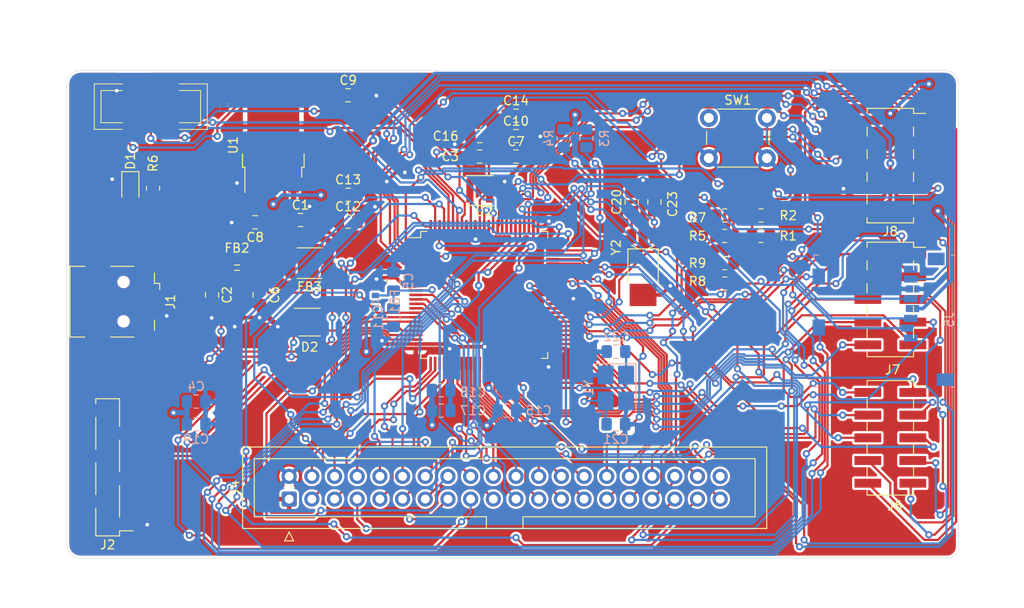
<source format=kicad_pcb>
(kicad_pcb (version 20171130) (host pcbnew 5.1.8)

  (general
    (thickness 1.6)
    (drawings 8)
    (tracks 1737)
    (zones 0)
    (modules 51)
    (nets 105)
  )

  (page A4)
  (layers
    (0 F.Cu signal)
    (31 B.Cu signal)
    (32 B.Adhes user)
    (33 F.Adhes user)
    (34 B.Paste user)
    (35 F.Paste user)
    (36 B.SilkS user)
    (37 F.SilkS user)
    (38 B.Mask user)
    (39 F.Mask user)
    (40 Dwgs.User user)
    (41 Cmts.User user)
    (42 Eco1.User user)
    (43 Eco2.User user)
    (44 Edge.Cuts user)
    (45 Margin user)
    (46 B.CrtYd user)
    (47 F.CrtYd user)
    (48 B.Fab user)
    (49 F.Fab user)
  )

  (setup
    (last_trace_width 0.25)
    (trace_clearance 0.0508)
    (zone_clearance 0.254)
    (zone_45_only no)
    (trace_min 0.2)
    (via_size 0.8)
    (via_drill 0.4)
    (via_min_size 0.4)
    (via_min_drill 0.3)
    (uvia_size 0.3)
    (uvia_drill 0.1)
    (uvias_allowed no)
    (uvia_min_size 0.2)
    (uvia_min_drill 0.1)
    (edge_width 0.05)
    (segment_width 0.2)
    (pcb_text_width 0.3)
    (pcb_text_size 1.5 1.5)
    (mod_edge_width 0.12)
    (mod_text_size 1 1)
    (mod_text_width 0.15)
    (pad_size 2 2.5)
    (pad_drill 0)
    (pad_to_mask_clearance 0)
    (aux_axis_origin 0 0)
    (visible_elements FFFFFF7F)
    (pcbplotparams
      (layerselection 0x010f0_ffffffff)
      (usegerberextensions true)
      (usegerberattributes true)
      (usegerberadvancedattributes true)
      (creategerberjobfile false)
      (excludeedgelayer true)
      (linewidth 0.100000)
      (plotframeref false)
      (viasonmask false)
      (mode 1)
      (useauxorigin false)
      (hpglpennumber 1)
      (hpglpenspeed 20)
      (hpglpendiameter 15.000000)
      (psnegative false)
      (psa4output false)
      (plotreference true)
      (plotvalue true)
      (plotinvisibletext false)
      (padsonsilk false)
      (subtractmaskfromsilk false)
      (outputformat 1)
      (mirror false)
      (drillshape 0)
      (scaleselection 1)
      (outputdirectory "gerbers/"))
  )

  (net 0 "")
  (net 1 GND)
  (net 2 +5V)
  (net 3 /VBUS_USB_RAW)
  (net 4 /VCC_MCU_VDDCORE)
  (net 5 +3V3)
  (net 6 /VCC_MCU_VDDANA)
  (net 7 "Net-(C6-Pad1)")
  (net 8 /~RESET)
  (net 9 /XOUT32)
  (net 10 /XOUT0)
  (net 11 /XIN0)
  (net 12 /XIN32)
  (net 13 "Net-(D1-Pad2)")
  (net 14 /USB_DM)
  (net 15 /USB_DP)
  (net 16 "Net-(J1-Pad4)")
  (net 17 "Net-(J1-Pad6)")
  (net 18 "Net-(J2-Pad6)")
  (net 19 /DBG_TX)
  (net 20 /DBG_RX)
  (net 21 "Net-(J2-Pad3)")
  (net 22 "Net-(J2-Pad2)")
  (net 23 /SWDIO)
  (net 24 /SWCLK)
  (net 25 /SWO)
  (net 26 "Net-(J3-Pad7)")
  (net 27 "Net-(J3-Pad8)")
  (net 28 "Net-(J4-Pad40)")
  (net 29 /~TFT_cRST)
  (net 30 /TFT_D23)
  (net 31 /TFT_D21)
  (net 32 /TFT_D19)
  (net 33 /TFT_D17)
  (net 34 /TFT_D15)
  (net 35 /TFT_D13)
  (net 36 /TFT_D11)
  (net 37 /TFT_D9)
  (net 38 /TFT_D7)
  (net 39 /TFT_D5)
  (net 40 /TFT_D3)
  (net 41 /TFT_D1)
  (net 42 /TFT_TE)
  (net 43 /TFT_WR)
  (net 44 /TFT_DC)
  (net 45 /TFT_GPIO)
  (net 46 /I2C_SDA)
  (net 47 /TFT_WAKE)
  (net 48 /TFT_STANDBY)
  (net 49 /TFT_D22)
  (net 50 /TFT_D20)
  (net 51 /TFT_D18)
  (net 52 /TFT_D16)
  (net 53 /TFT_D14)
  (net 54 /TFT_D12)
  (net 55 /TFT_D10)
  (net 56 /TFT_D8)
  (net 57 /TFT_D6)
  (net 58 /TFT_D4)
  (net 59 /TFT_D2)
  (net 60 /TFT_D0)
  (net 61 /TFT_RD)
  (net 62 /~TFT_CS)
  (net 63 /~TFT_RST)
  (net 64 /TOUCH_INT)
  (net 65 /I2C_SCL)
  (net 66 /SD_CD)
  (net 67 "Net-(J5-Pad8)")
  (net 68 /SD_MISO)
  (net 69 /SD_SCK)
  (net 70 /SD_MOSI)
  (net 71 /~SD_CS)
  (net 72 "Net-(J5-Pad1)")
  (net 73 /DEV_GPIO_10)
  (net 74 /DEV_GPIO_9)
  (net 75 /DEV_GPIO_8)
  (net 76 /DEV_GPIO_7)
  (net 77 /DEV_GPIO_6)
  (net 78 /DEV_GPIO_5)
  (net 79 /DEV_GPIO_4)
  (net 80 /DEV_GPIO_3)
  (net 81 /DEV_GPIO_2)
  (net 82 /DEV_GPIO_1)
  (net 83 /DEV_GPIO_20)
  (net 84 /DEV_GPIO_19)
  (net 85 /DEV_GPIO_18)
  (net 86 /DEV_GPIO_17)
  (net 87 /DEV_GPIO_16)
  (net 88 /DEV_GPIO_15)
  (net 89 /DEV_GPIO_14)
  (net 90 /DEV_GPIO_13)
  (net 91 /DEV_GPIO_12)
  (net 92 /DEV_GPIO_11)
  (net 93 /DEV_GPIO_27)
  (net 94 /DEV_GPIO_26)
  (net 95 /DEV_GPIO_25)
  (net 96 /DEV_GPIO_24)
  (net 97 /DEV_GPIO_23)
  (net 98 /DEV_GPIO_22)
  (net 99 /DEV_GPIO_21)
  (net 100 /VCC_MCU_VSW)
  (net 101 "Net-(R2-Pad2)")
  (net 102 "Net-(U2-Pad87)")
  (net 103 "Net-(U2-Pad47)")
  (net 104 "Net-(U2-Pad20)")

  (net_class Default "This is the default net class."
    (clearance 0.0508)
    (trace_width 0.25)
    (via_dia 0.8)
    (via_drill 0.4)
    (uvia_dia 0.3)
    (uvia_drill 0.1)
    (add_net /VBUS_USB_RAW)
    (add_net "Net-(C6-Pad1)")
  )

  (net_class Default1 ""
    (clearance 0.0508)
    (trace_width 0.25)
    (via_dia 0.8)
    (via_drill 0.4)
    (uvia_dia 0.3)
    (uvia_drill 0.1)
    (add_net /DBG_RX)
    (add_net /DBG_TX)
    (add_net /DEV_GPIO_1)
    (add_net /DEV_GPIO_10)
    (add_net /DEV_GPIO_11)
    (add_net /DEV_GPIO_12)
    (add_net /DEV_GPIO_13)
    (add_net /DEV_GPIO_14)
    (add_net /DEV_GPIO_15)
    (add_net /DEV_GPIO_16)
    (add_net /DEV_GPIO_17)
    (add_net /DEV_GPIO_18)
    (add_net /DEV_GPIO_19)
    (add_net /DEV_GPIO_2)
    (add_net /DEV_GPIO_20)
    (add_net /DEV_GPIO_21)
    (add_net /DEV_GPIO_22)
    (add_net /DEV_GPIO_23)
    (add_net /DEV_GPIO_24)
    (add_net /DEV_GPIO_25)
    (add_net /DEV_GPIO_26)
    (add_net /DEV_GPIO_27)
    (add_net /DEV_GPIO_3)
    (add_net /DEV_GPIO_4)
    (add_net /DEV_GPIO_5)
    (add_net /DEV_GPIO_6)
    (add_net /DEV_GPIO_7)
    (add_net /DEV_GPIO_8)
    (add_net /DEV_GPIO_9)
    (add_net /I2C_SCL)
    (add_net /I2C_SDA)
    (add_net /SD_CD)
    (add_net /SD_MISO)
    (add_net /SD_MOSI)
    (add_net /SD_SCK)
    (add_net /SWCLK)
    (add_net /SWDIO)
    (add_net /SWO)
    (add_net /TFT_D0)
    (add_net /TFT_D1)
    (add_net /TFT_D10)
    (add_net /TFT_D11)
    (add_net /TFT_D12)
    (add_net /TFT_D13)
    (add_net /TFT_D14)
    (add_net /TFT_D15)
    (add_net /TFT_D16)
    (add_net /TFT_D17)
    (add_net /TFT_D18)
    (add_net /TFT_D19)
    (add_net /TFT_D2)
    (add_net /TFT_D20)
    (add_net /TFT_D21)
    (add_net /TFT_D22)
    (add_net /TFT_D23)
    (add_net /TFT_D3)
    (add_net /TFT_D4)
    (add_net /TFT_D5)
    (add_net /TFT_D6)
    (add_net /TFT_D7)
    (add_net /TFT_D8)
    (add_net /TFT_D9)
    (add_net /TFT_DC)
    (add_net /TFT_GPIO)
    (add_net /TFT_RD)
    (add_net /TFT_STANDBY)
    (add_net /TFT_TE)
    (add_net /TFT_WAKE)
    (add_net /TFT_WR)
    (add_net /TOUCH_INT)
    (add_net /USB_DM)
    (add_net /USB_DP)
    (add_net /VCC_MCU_VDDANA)
    (add_net /VCC_MCU_VDDCORE)
    (add_net /VCC_MCU_VSW)
    (add_net /XIN0)
    (add_net /XIN32)
    (add_net /XOUT0)
    (add_net /XOUT32)
    (add_net /~RESET)
    (add_net /~SD_CS)
    (add_net /~TFT_CS)
    (add_net /~TFT_RST)
    (add_net /~TFT_cRST)
    (add_net "Net-(D1-Pad2)")
    (add_net "Net-(J1-Pad4)")
    (add_net "Net-(J1-Pad6)")
    (add_net "Net-(J2-Pad2)")
    (add_net "Net-(J2-Pad3)")
    (add_net "Net-(J2-Pad6)")
    (add_net "Net-(J3-Pad7)")
    (add_net "Net-(J3-Pad8)")
    (add_net "Net-(J4-Pad40)")
    (add_net "Net-(J5-Pad1)")
    (add_net "Net-(J5-Pad8)")
    (add_net "Net-(R2-Pad2)")
    (add_net "Net-(U2-Pad20)")
    (add_net "Net-(U2-Pad47)")
    (add_net "Net-(U2-Pad87)")
  )

  (net_class Power ""
    (clearance 0.0508)
    (trace_width 0.4064)
    (via_dia 0.889)
    (via_drill 0.4064)
    (uvia_dia 0.3)
    (uvia_drill 0.1)
    (add_net +3V3)
    (add_net +5V)
    (add_net GND)
  )

  (module Connector_PinHeader_2.54mm:PinHeader_1x06_P2.54mm_Vertical_SMD_Pin1Left (layer F.Cu) (tedit 59FED5CC) (tstamp 5FBC9952)
    (at 99.06 114.808 180)
    (descr "surface-mounted straight pin header, 1x06, 2.54mm pitch, single row, style 1 (pin 1 left)")
    (tags "Surface mounted pin header SMD 1x06 2.54mm single row style1 pin1 left")
    (path /603F710A)
    (attr smd)
    (fp_text reference J2 (at 0 -8.68) (layer F.SilkS)
      (effects (font (size 1 1) (thickness 0.15)))
    )
    (fp_text value FTDI_Header (at 0 8.68) (layer F.Fab)
      (effects (font (size 1 1) (thickness 0.15)))
    )
    (fp_line (start 1.27 7.62) (end -1.27 7.62) (layer F.Fab) (width 0.1))
    (fp_line (start -0.32 -7.62) (end 1.27 -7.62) (layer F.Fab) (width 0.1))
    (fp_line (start -1.27 7.62) (end -1.27 -6.67) (layer F.Fab) (width 0.1))
    (fp_line (start -1.27 -6.67) (end -0.32 -7.62) (layer F.Fab) (width 0.1))
    (fp_line (start 1.27 -7.62) (end 1.27 7.62) (layer F.Fab) (width 0.1))
    (fp_line (start -1.27 -6.67) (end -2.54 -6.67) (layer F.Fab) (width 0.1))
    (fp_line (start -2.54 -6.67) (end -2.54 -6.03) (layer F.Fab) (width 0.1))
    (fp_line (start -2.54 -6.03) (end -1.27 -6.03) (layer F.Fab) (width 0.1))
    (fp_line (start -1.27 -1.59) (end -2.54 -1.59) (layer F.Fab) (width 0.1))
    (fp_line (start -2.54 -1.59) (end -2.54 -0.95) (layer F.Fab) (width 0.1))
    (fp_line (start -2.54 -0.95) (end -1.27 -0.95) (layer F.Fab) (width 0.1))
    (fp_line (start -1.27 3.49) (end -2.54 3.49) (layer F.Fab) (width 0.1))
    (fp_line (start -2.54 3.49) (end -2.54 4.13) (layer F.Fab) (width 0.1))
    (fp_line (start -2.54 4.13) (end -1.27 4.13) (layer F.Fab) (width 0.1))
    (fp_line (start 1.27 -4.13) (end 2.54 -4.13) (layer F.Fab) (width 0.1))
    (fp_line (start 2.54 -4.13) (end 2.54 -3.49) (layer F.Fab) (width 0.1))
    (fp_line (start 2.54 -3.49) (end 1.27 -3.49) (layer F.Fab) (width 0.1))
    (fp_line (start 1.27 0.95) (end 2.54 0.95) (layer F.Fab) (width 0.1))
    (fp_line (start 2.54 0.95) (end 2.54 1.59) (layer F.Fab) (width 0.1))
    (fp_line (start 2.54 1.59) (end 1.27 1.59) (layer F.Fab) (width 0.1))
    (fp_line (start 1.27 6.03) (end 2.54 6.03) (layer F.Fab) (width 0.1))
    (fp_line (start 2.54 6.03) (end 2.54 6.67) (layer F.Fab) (width 0.1))
    (fp_line (start 2.54 6.67) (end 1.27 6.67) (layer F.Fab) (width 0.1))
    (fp_line (start -1.33 -7.68) (end 1.33 -7.68) (layer F.SilkS) (width 0.12))
    (fp_line (start -1.33 7.68) (end 1.33 7.68) (layer F.SilkS) (width 0.12))
    (fp_line (start 1.33 -7.68) (end 1.33 -4.57) (layer F.SilkS) (width 0.12))
    (fp_line (start -1.33 -7.11) (end -2.85 -7.11) (layer F.SilkS) (width 0.12))
    (fp_line (start -1.33 -7.68) (end -1.33 -7.11) (layer F.SilkS) (width 0.12))
    (fp_line (start 1.33 7.11) (end 1.33 7.68) (layer F.SilkS) (width 0.12))
    (fp_line (start 1.33 -3.05) (end 1.33 0.51) (layer F.SilkS) (width 0.12))
    (fp_line (start 1.33 2.03) (end 1.33 5.59) (layer F.SilkS) (width 0.12))
    (fp_line (start -1.33 -5.59) (end -1.33 -2.03) (layer F.SilkS) (width 0.12))
    (fp_line (start -1.33 -0.51) (end -1.33 3.05) (layer F.SilkS) (width 0.12))
    (fp_line (start -1.33 4.57) (end -1.33 7.68) (layer F.SilkS) (width 0.12))
    (fp_line (start -3.45 -8.15) (end -3.45 8.15) (layer F.CrtYd) (width 0.05))
    (fp_line (start -3.45 8.15) (end 3.45 8.15) (layer F.CrtYd) (width 0.05))
    (fp_line (start 3.45 8.15) (end 3.45 -8.15) (layer F.CrtYd) (width 0.05))
    (fp_line (start 3.45 -8.15) (end -3.45 -8.15) (layer F.CrtYd) (width 0.05))
    (fp_text user %R (at 0 0 90) (layer F.Fab)
      (effects (font (size 1 1) (thickness 0.15)))
    )
    (pad 6 smd rect (at 1.655 6.35 180) (size 2.51 1) (layers F.Cu F.Paste F.Mask)
      (net 18 "Net-(J2-Pad6)"))
    (pad 4 smd rect (at 1.655 1.27 180) (size 2.51 1) (layers F.Cu F.Paste F.Mask)
      (net 20 /DBG_RX))
    (pad 2 smd rect (at 1.655 -3.81 180) (size 2.51 1) (layers F.Cu F.Paste F.Mask)
      (net 22 "Net-(J2-Pad2)"))
    (pad 5 smd rect (at -1.655 3.81 180) (size 2.51 1) (layers F.Cu F.Paste F.Mask)
      (net 19 /DBG_TX))
    (pad 3 smd rect (at -1.655 -1.27 180) (size 2.51 1) (layers F.Cu F.Paste F.Mask)
      (net 21 "Net-(J2-Pad3)"))
    (pad 1 smd rect (at -1.655 -6.35 180) (size 2.51 1) (layers F.Cu F.Paste F.Mask)
      (net 1 GND))
    (model ${KISYS3DMOD}/Connector_PinHeader_2.54mm.3dshapes/PinHeader_1x06_P2.54mm_Vertical_SMD_Pin1Left.wrl
      (at (xyz 0 0 0))
      (scale (xyz 1 1 1))
      (rotate (xyz 0 0 0))
    )
  )

  (module Connector_PinSocket_2.54mm:PinSocket_2x05_P2.54mm_Vertical_SMD (layer F.Cu) (tedit 5A19A425) (tstamp 5FBD2C50)
    (at 186.69 81.026)
    (descr "surface-mounted straight socket strip, 2x05, 2.54mm pitch, double cols (from Kicad 4.0.7), script generated")
    (tags "Surface mounted socket strip SMD 2x05 2.54mm double row")
    (path /60C2016A)
    (attr smd)
    (fp_text reference J8 (at 0 7.366) (layer F.SilkS)
      (effects (font (size 1 1) (thickness 0.15)))
    )
    (fp_text value DEV_IO_1 (at 0 7.85) (layer F.Fab)
      (effects (font (size 1 1) (thickness 0.15)))
    )
    (fp_line (start -2.6 -6.41) (end 2.6 -6.41) (layer F.SilkS) (width 0.12))
    (fp_line (start 2.6 -6.41) (end 2.6 -5.84) (layer F.SilkS) (width 0.12))
    (fp_line (start 2.6 -4.32) (end 2.6 -3.3) (layer F.SilkS) (width 0.12))
    (fp_line (start 2.6 -1.78) (end 2.6 -0.76) (layer F.SilkS) (width 0.12))
    (fp_line (start 2.6 0.76) (end 2.6 1.78) (layer F.SilkS) (width 0.12))
    (fp_line (start 2.6 3.3) (end 2.6 4.32) (layer F.SilkS) (width 0.12))
    (fp_line (start 2.6 5.84) (end 2.6 6.41) (layer F.SilkS) (width 0.12))
    (fp_line (start -2.6 6.41) (end 2.6 6.41) (layer F.SilkS) (width 0.12))
    (fp_line (start -2.6 -6.41) (end -2.6 -5.84) (layer F.SilkS) (width 0.12))
    (fp_line (start -2.6 -4.32) (end -2.6 -3.3) (layer F.SilkS) (width 0.12))
    (fp_line (start -2.6 -1.78) (end -2.6 -0.76) (layer F.SilkS) (width 0.12))
    (fp_line (start -2.6 0.76) (end -2.6 1.78) (layer F.SilkS) (width 0.12))
    (fp_line (start -2.6 3.3) (end -2.6 4.32) (layer F.SilkS) (width 0.12))
    (fp_line (start -2.6 5.84) (end -2.6 6.41) (layer F.SilkS) (width 0.12))
    (fp_line (start 2.6 -5.84) (end 3.96 -5.84) (layer F.SilkS) (width 0.12))
    (fp_line (start -2.54 -6.35) (end 1.54 -6.35) (layer F.Fab) (width 0.1))
    (fp_line (start 1.54 -6.35) (end 2.54 -5.35) (layer F.Fab) (width 0.1))
    (fp_line (start 2.54 -5.35) (end 2.54 6.35) (layer F.Fab) (width 0.1))
    (fp_line (start 2.54 6.35) (end -2.54 6.35) (layer F.Fab) (width 0.1))
    (fp_line (start -2.54 6.35) (end -2.54 -6.35) (layer F.Fab) (width 0.1))
    (fp_line (start -3.92 -5.4) (end -2.54 -5.4) (layer F.Fab) (width 0.1))
    (fp_line (start -2.54 -4.76) (end -3.92 -4.76) (layer F.Fab) (width 0.1))
    (fp_line (start -3.92 -4.76) (end -3.92 -5.4) (layer F.Fab) (width 0.1))
    (fp_line (start 2.54 -5.4) (end 3.92 -5.4) (layer F.Fab) (width 0.1))
    (fp_line (start 3.92 -5.4) (end 3.92 -4.76) (layer F.Fab) (width 0.1))
    (fp_line (start 3.92 -4.76) (end 2.54 -4.76) (layer F.Fab) (width 0.1))
    (fp_line (start -3.92 -2.86) (end -2.54 -2.86) (layer F.Fab) (width 0.1))
    (fp_line (start -2.54 -2.22) (end -3.92 -2.22) (layer F.Fab) (width 0.1))
    (fp_line (start -3.92 -2.22) (end -3.92 -2.86) (layer F.Fab) (width 0.1))
    (fp_line (start 2.54 -2.86) (end 3.92 -2.86) (layer F.Fab) (width 0.1))
    (fp_line (start 3.92 -2.86) (end 3.92 -2.22) (layer F.Fab) (width 0.1))
    (fp_line (start 3.92 -2.22) (end 2.54 -2.22) (layer F.Fab) (width 0.1))
    (fp_line (start -3.92 -0.32) (end -2.54 -0.32) (layer F.Fab) (width 0.1))
    (fp_line (start -2.54 0.32) (end -3.92 0.32) (layer F.Fab) (width 0.1))
    (fp_line (start -3.92 0.32) (end -3.92 -0.32) (layer F.Fab) (width 0.1))
    (fp_line (start 2.54 -0.32) (end 3.92 -0.32) (layer F.Fab) (width 0.1))
    (fp_line (start 3.92 -0.32) (end 3.92 0.32) (layer F.Fab) (width 0.1))
    (fp_line (start 3.92 0.32) (end 2.54 0.32) (layer F.Fab) (width 0.1))
    (fp_line (start -3.92 2.22) (end -2.54 2.22) (layer F.Fab) (width 0.1))
    (fp_line (start -2.54 2.86) (end -3.92 2.86) (layer F.Fab) (width 0.1))
    (fp_line (start -3.92 2.86) (end -3.92 2.22) (layer F.Fab) (width 0.1))
    (fp_line (start 2.54 2.22) (end 3.92 2.22) (layer F.Fab) (width 0.1))
    (fp_line (start 3.92 2.22) (end 3.92 2.86) (layer F.Fab) (width 0.1))
    (fp_line (start 3.92 2.86) (end 2.54 2.86) (layer F.Fab) (width 0.1))
    (fp_line (start -3.92 4.76) (end -2.54 4.76) (layer F.Fab) (width 0.1))
    (fp_line (start -2.54 5.4) (end -3.92 5.4) (layer F.Fab) (width 0.1))
    (fp_line (start -3.92 5.4) (end -3.92 4.76) (layer F.Fab) (width 0.1))
    (fp_line (start 2.54 4.76) (end 3.92 4.76) (layer F.Fab) (width 0.1))
    (fp_line (start 3.92 4.76) (end 3.92 5.4) (layer F.Fab) (width 0.1))
    (fp_line (start 3.92 5.4) (end 2.54 5.4) (layer F.Fab) (width 0.1))
    (fp_line (start -4.55 -6.85) (end 4.5 -6.85) (layer F.CrtYd) (width 0.05))
    (fp_line (start 4.5 -6.85) (end 4.5 6.85) (layer F.CrtYd) (width 0.05))
    (fp_line (start 4.5 6.85) (end -4.55 6.85) (layer F.CrtYd) (width 0.05))
    (fp_line (start -4.55 6.85) (end -4.55 -6.85) (layer F.CrtYd) (width 0.05))
    (fp_text user %R (at 0 0 90) (layer F.Fab)
      (effects (font (size 1 1) (thickness 0.15)))
    )
    (pad 10 smd rect (at -2.52 5.08) (size 3 1) (layers F.Cu F.Paste F.Mask)
      (net 2 +5V))
    (pad 9 smd rect (at 2.52 5.08) (size 3 1) (layers F.Cu F.Paste F.Mask)
      (net 5 +3V3))
    (pad 8 smd rect (at -2.52 2.54) (size 3 1) (layers F.Cu F.Paste F.Mask)
      (net 1 GND))
    (pad 7 smd rect (at 2.52 2.54) (size 3 1) (layers F.Cu F.Paste F.Mask)
      (net 93 /DEV_GPIO_27))
    (pad 6 smd rect (at -2.52 0) (size 3 1) (layers F.Cu F.Paste F.Mask)
      (net 94 /DEV_GPIO_26))
    (pad 5 smd rect (at 2.52 0) (size 3 1) (layers F.Cu F.Paste F.Mask)
      (net 95 /DEV_GPIO_25))
    (pad 4 smd rect (at -2.52 -2.54) (size 3 1) (layers F.Cu F.Paste F.Mask)
      (net 96 /DEV_GPIO_24))
    (pad 3 smd rect (at 2.52 -2.54) (size 3 1) (layers F.Cu F.Paste F.Mask)
      (net 97 /DEV_GPIO_23))
    (pad 2 smd rect (at -2.52 -5.08) (size 3 1) (layers F.Cu F.Paste F.Mask)
      (net 98 /DEV_GPIO_22))
    (pad 1 smd rect (at 2.52 -5.08) (size 3 1) (layers F.Cu F.Paste F.Mask)
      (net 99 /DEV_GPIO_21))
    (model ${KISYS3DMOD}/Connector_PinSocket_2.54mm.3dshapes/PinSocket_2x05_P2.54mm_Vertical_SMD.wrl
      (at (xyz 0 0 0))
      (scale (xyz 1 1 1))
      (rotate (xyz 0 0 0))
    )
  )

  (module Connector_PinSocket_2.54mm:PinSocket_2x05_P2.54mm_Vertical_SMD (layer F.Cu) (tedit 5A19A425) (tstamp 5FBD2C30)
    (at 186.69 96.012)
    (descr "surface-mounted straight socket strip, 2x05, 2.54mm pitch, double cols (from Kicad 4.0.7), script generated")
    (tags "Surface mounted socket strip SMD 2x05 2.54mm double row")
    (path /60BF1379)
    (attr smd)
    (fp_text reference J7 (at 0.254 7.874) (layer F.SilkS)
      (effects (font (size 1 1) (thickness 0.15)))
    )
    (fp_text value DEV_IO_1 (at 0 7.85) (layer F.Fab)
      (effects (font (size 1 1) (thickness 0.15)))
    )
    (fp_line (start -2.6 -6.41) (end 2.6 -6.41) (layer F.SilkS) (width 0.12))
    (fp_line (start 2.6 -6.41) (end 2.6 -5.84) (layer F.SilkS) (width 0.12))
    (fp_line (start 2.6 -4.32) (end 2.6 -3.3) (layer F.SilkS) (width 0.12))
    (fp_line (start 2.6 -1.78) (end 2.6 -0.76) (layer F.SilkS) (width 0.12))
    (fp_line (start 2.6 0.76) (end 2.6 1.78) (layer F.SilkS) (width 0.12))
    (fp_line (start 2.6 3.3) (end 2.6 4.32) (layer F.SilkS) (width 0.12))
    (fp_line (start 2.6 5.84) (end 2.6 6.41) (layer F.SilkS) (width 0.12))
    (fp_line (start -2.6 6.41) (end 2.6 6.41) (layer F.SilkS) (width 0.12))
    (fp_line (start -2.6 -6.41) (end -2.6 -5.84) (layer F.SilkS) (width 0.12))
    (fp_line (start -2.6 -4.32) (end -2.6 -3.3) (layer F.SilkS) (width 0.12))
    (fp_line (start -2.6 -1.78) (end -2.6 -0.76) (layer F.SilkS) (width 0.12))
    (fp_line (start -2.6 0.76) (end -2.6 1.78) (layer F.SilkS) (width 0.12))
    (fp_line (start -2.6 3.3) (end -2.6 4.32) (layer F.SilkS) (width 0.12))
    (fp_line (start -2.6 5.84) (end -2.6 6.41) (layer F.SilkS) (width 0.12))
    (fp_line (start 2.6 -5.84) (end 3.96 -5.84) (layer F.SilkS) (width 0.12))
    (fp_line (start -2.54 -6.35) (end 1.54 -6.35) (layer F.Fab) (width 0.1))
    (fp_line (start 1.54 -6.35) (end 2.54 -5.35) (layer F.Fab) (width 0.1))
    (fp_line (start 2.54 -5.35) (end 2.54 6.35) (layer F.Fab) (width 0.1))
    (fp_line (start 2.54 6.35) (end -2.54 6.35) (layer F.Fab) (width 0.1))
    (fp_line (start -2.54 6.35) (end -2.54 -6.35) (layer F.Fab) (width 0.1))
    (fp_line (start -3.92 -5.4) (end -2.54 -5.4) (layer F.Fab) (width 0.1))
    (fp_line (start -2.54 -4.76) (end -3.92 -4.76) (layer F.Fab) (width 0.1))
    (fp_line (start -3.92 -4.76) (end -3.92 -5.4) (layer F.Fab) (width 0.1))
    (fp_line (start 2.54 -5.4) (end 3.92 -5.4) (layer F.Fab) (width 0.1))
    (fp_line (start 3.92 -5.4) (end 3.92 -4.76) (layer F.Fab) (width 0.1))
    (fp_line (start 3.92 -4.76) (end 2.54 -4.76) (layer F.Fab) (width 0.1))
    (fp_line (start -3.92 -2.86) (end -2.54 -2.86) (layer F.Fab) (width 0.1))
    (fp_line (start -2.54 -2.22) (end -3.92 -2.22) (layer F.Fab) (width 0.1))
    (fp_line (start -3.92 -2.22) (end -3.92 -2.86) (layer F.Fab) (width 0.1))
    (fp_line (start 2.54 -2.86) (end 3.92 -2.86) (layer F.Fab) (width 0.1))
    (fp_line (start 3.92 -2.86) (end 3.92 -2.22) (layer F.Fab) (width 0.1))
    (fp_line (start 3.92 -2.22) (end 2.54 -2.22) (layer F.Fab) (width 0.1))
    (fp_line (start -3.92 -0.32) (end -2.54 -0.32) (layer F.Fab) (width 0.1))
    (fp_line (start -2.54 0.32) (end -3.92 0.32) (layer F.Fab) (width 0.1))
    (fp_line (start -3.92 0.32) (end -3.92 -0.32) (layer F.Fab) (width 0.1))
    (fp_line (start 2.54 -0.32) (end 3.92 -0.32) (layer F.Fab) (width 0.1))
    (fp_line (start 3.92 -0.32) (end 3.92 0.32) (layer F.Fab) (width 0.1))
    (fp_line (start 3.92 0.32) (end 2.54 0.32) (layer F.Fab) (width 0.1))
    (fp_line (start -3.92 2.22) (end -2.54 2.22) (layer F.Fab) (width 0.1))
    (fp_line (start -2.54 2.86) (end -3.92 2.86) (layer F.Fab) (width 0.1))
    (fp_line (start -3.92 2.86) (end -3.92 2.22) (layer F.Fab) (width 0.1))
    (fp_line (start 2.54 2.22) (end 3.92 2.22) (layer F.Fab) (width 0.1))
    (fp_line (start 3.92 2.22) (end 3.92 2.86) (layer F.Fab) (width 0.1))
    (fp_line (start 3.92 2.86) (end 2.54 2.86) (layer F.Fab) (width 0.1))
    (fp_line (start -3.92 4.76) (end -2.54 4.76) (layer F.Fab) (width 0.1))
    (fp_line (start -2.54 5.4) (end -3.92 5.4) (layer F.Fab) (width 0.1))
    (fp_line (start -3.92 5.4) (end -3.92 4.76) (layer F.Fab) (width 0.1))
    (fp_line (start 2.54 4.76) (end 3.92 4.76) (layer F.Fab) (width 0.1))
    (fp_line (start 3.92 4.76) (end 3.92 5.4) (layer F.Fab) (width 0.1))
    (fp_line (start 3.92 5.4) (end 2.54 5.4) (layer F.Fab) (width 0.1))
    (fp_line (start -4.55 -6.85) (end 4.5 -6.85) (layer F.CrtYd) (width 0.05))
    (fp_line (start 4.5 -6.85) (end 4.5 6.85) (layer F.CrtYd) (width 0.05))
    (fp_line (start 4.5 6.85) (end -4.55 6.85) (layer F.CrtYd) (width 0.05))
    (fp_line (start -4.55 6.85) (end -4.55 -6.85) (layer F.CrtYd) (width 0.05))
    (fp_text user %R (at 0 0 90) (layer F.Fab)
      (effects (font (size 1 1) (thickness 0.15)))
    )
    (pad 10 smd rect (at -2.52 5.08) (size 3 1) (layers F.Cu F.Paste F.Mask)
      (net 83 /DEV_GPIO_20))
    (pad 9 smd rect (at 2.52 5.08) (size 3 1) (layers F.Cu F.Paste F.Mask)
      (net 84 /DEV_GPIO_19))
    (pad 8 smd rect (at -2.52 2.54) (size 3 1) (layers F.Cu F.Paste F.Mask)
      (net 85 /DEV_GPIO_18))
    (pad 7 smd rect (at 2.52 2.54) (size 3 1) (layers F.Cu F.Paste F.Mask)
      (net 86 /DEV_GPIO_17))
    (pad 6 smd rect (at -2.52 0) (size 3 1) (layers F.Cu F.Paste F.Mask)
      (net 87 /DEV_GPIO_16))
    (pad 5 smd rect (at 2.52 0) (size 3 1) (layers F.Cu F.Paste F.Mask)
      (net 88 /DEV_GPIO_15))
    (pad 4 smd rect (at -2.52 -2.54) (size 3 1) (layers F.Cu F.Paste F.Mask)
      (net 89 /DEV_GPIO_14))
    (pad 3 smd rect (at 2.52 -2.54) (size 3 1) (layers F.Cu F.Paste F.Mask)
      (net 90 /DEV_GPIO_13))
    (pad 2 smd rect (at -2.52 -5.08) (size 3 1) (layers F.Cu F.Paste F.Mask)
      (net 91 /DEV_GPIO_12))
    (pad 1 smd rect (at 2.52 -5.08) (size 3 1) (layers F.Cu F.Paste F.Mask)
      (net 92 /DEV_GPIO_11))
    (model ${KISYS3DMOD}/Connector_PinSocket_2.54mm.3dshapes/PinSocket_2x05_P2.54mm_Vertical_SMD.wrl
      (at (xyz 0 0 0))
      (scale (xyz 1 1 1))
      (rotate (xyz 0 0 0))
    )
  )

  (module Connector_PinSocket_2.54mm:PinSocket_2x05_P2.54mm_Vertical_SMD (layer F.Cu) (tedit 5A19A425) (tstamp 5FBD2C10)
    (at 186.69 111.506)
    (descr "surface-mounted straight socket strip, 2x05, 2.54mm pitch, double cols (from Kicad 4.0.7), script generated")
    (tags "Surface mounted socket strip SMD 2x05 2.54mm double row")
    (path /60BA0FC2)
    (attr smd)
    (fp_text reference J6 (at 0.508 7.62) (layer F.SilkS)
      (effects (font (size 1 1) (thickness 0.15)))
    )
    (fp_text value DEV_IO_0 (at 0 7.85) (layer F.Fab)
      (effects (font (size 1 1) (thickness 0.15)))
    )
    (fp_line (start -2.6 -6.41) (end 2.6 -6.41) (layer F.SilkS) (width 0.12))
    (fp_line (start 2.6 -6.41) (end 2.6 -5.84) (layer F.SilkS) (width 0.12))
    (fp_line (start 2.6 -4.32) (end 2.6 -3.3) (layer F.SilkS) (width 0.12))
    (fp_line (start 2.6 -1.78) (end 2.6 -0.76) (layer F.SilkS) (width 0.12))
    (fp_line (start 2.6 0.76) (end 2.6 1.78) (layer F.SilkS) (width 0.12))
    (fp_line (start 2.6 3.3) (end 2.6 4.32) (layer F.SilkS) (width 0.12))
    (fp_line (start 2.6 5.84) (end 2.6 6.41) (layer F.SilkS) (width 0.12))
    (fp_line (start -2.6 6.41) (end 2.6 6.41) (layer F.SilkS) (width 0.12))
    (fp_line (start -2.6 -6.41) (end -2.6 -5.84) (layer F.SilkS) (width 0.12))
    (fp_line (start -2.6 -4.32) (end -2.6 -3.3) (layer F.SilkS) (width 0.12))
    (fp_line (start -2.6 -1.78) (end -2.6 -0.76) (layer F.SilkS) (width 0.12))
    (fp_line (start -2.6 0.76) (end -2.6 1.78) (layer F.SilkS) (width 0.12))
    (fp_line (start -2.6 3.3) (end -2.6 4.32) (layer F.SilkS) (width 0.12))
    (fp_line (start -2.6 5.84) (end -2.6 6.41) (layer F.SilkS) (width 0.12))
    (fp_line (start 2.6 -5.84) (end 3.96 -5.84) (layer F.SilkS) (width 0.12))
    (fp_line (start -2.54 -6.35) (end 1.54 -6.35) (layer F.Fab) (width 0.1))
    (fp_line (start 1.54 -6.35) (end 2.54 -5.35) (layer F.Fab) (width 0.1))
    (fp_line (start 2.54 -5.35) (end 2.54 6.35) (layer F.Fab) (width 0.1))
    (fp_line (start 2.54 6.35) (end -2.54 6.35) (layer F.Fab) (width 0.1))
    (fp_line (start -2.54 6.35) (end -2.54 -6.35) (layer F.Fab) (width 0.1))
    (fp_line (start -3.92 -5.4) (end -2.54 -5.4) (layer F.Fab) (width 0.1))
    (fp_line (start -2.54 -4.76) (end -3.92 -4.76) (layer F.Fab) (width 0.1))
    (fp_line (start -3.92 -4.76) (end -3.92 -5.4) (layer F.Fab) (width 0.1))
    (fp_line (start 2.54 -5.4) (end 3.92 -5.4) (layer F.Fab) (width 0.1))
    (fp_line (start 3.92 -5.4) (end 3.92 -4.76) (layer F.Fab) (width 0.1))
    (fp_line (start 3.92 -4.76) (end 2.54 -4.76) (layer F.Fab) (width 0.1))
    (fp_line (start -3.92 -2.86) (end -2.54 -2.86) (layer F.Fab) (width 0.1))
    (fp_line (start -2.54 -2.22) (end -3.92 -2.22) (layer F.Fab) (width 0.1))
    (fp_line (start -3.92 -2.22) (end -3.92 -2.86) (layer F.Fab) (width 0.1))
    (fp_line (start 2.54 -2.86) (end 3.92 -2.86) (layer F.Fab) (width 0.1))
    (fp_line (start 3.92 -2.86) (end 3.92 -2.22) (layer F.Fab) (width 0.1))
    (fp_line (start 3.92 -2.22) (end 2.54 -2.22) (layer F.Fab) (width 0.1))
    (fp_line (start -3.92 -0.32) (end -2.54 -0.32) (layer F.Fab) (width 0.1))
    (fp_line (start -2.54 0.32) (end -3.92 0.32) (layer F.Fab) (width 0.1))
    (fp_line (start -3.92 0.32) (end -3.92 -0.32) (layer F.Fab) (width 0.1))
    (fp_line (start 2.54 -0.32) (end 3.92 -0.32) (layer F.Fab) (width 0.1))
    (fp_line (start 3.92 -0.32) (end 3.92 0.32) (layer F.Fab) (width 0.1))
    (fp_line (start 3.92 0.32) (end 2.54 0.32) (layer F.Fab) (width 0.1))
    (fp_line (start -3.92 2.22) (end -2.54 2.22) (layer F.Fab) (width 0.1))
    (fp_line (start -2.54 2.86) (end -3.92 2.86) (layer F.Fab) (width 0.1))
    (fp_line (start -3.92 2.86) (end -3.92 2.22) (layer F.Fab) (width 0.1))
    (fp_line (start 2.54 2.22) (end 3.92 2.22) (layer F.Fab) (width 0.1))
    (fp_line (start 3.92 2.22) (end 3.92 2.86) (layer F.Fab) (width 0.1))
    (fp_line (start 3.92 2.86) (end 2.54 2.86) (layer F.Fab) (width 0.1))
    (fp_line (start -3.92 4.76) (end -2.54 4.76) (layer F.Fab) (width 0.1))
    (fp_line (start -2.54 5.4) (end -3.92 5.4) (layer F.Fab) (width 0.1))
    (fp_line (start -3.92 5.4) (end -3.92 4.76) (layer F.Fab) (width 0.1))
    (fp_line (start 2.54 4.76) (end 3.92 4.76) (layer F.Fab) (width 0.1))
    (fp_line (start 3.92 4.76) (end 3.92 5.4) (layer F.Fab) (width 0.1))
    (fp_line (start 3.92 5.4) (end 2.54 5.4) (layer F.Fab) (width 0.1))
    (fp_line (start -4.55 -6.85) (end 4.5 -6.85) (layer F.CrtYd) (width 0.05))
    (fp_line (start 4.5 -6.85) (end 4.5 6.85) (layer F.CrtYd) (width 0.05))
    (fp_line (start 4.5 6.85) (end -4.55 6.85) (layer F.CrtYd) (width 0.05))
    (fp_line (start -4.55 6.85) (end -4.55 -6.85) (layer F.CrtYd) (width 0.05))
    (fp_text user %R (at 0 0 90) (layer F.Fab)
      (effects (font (size 1 1) (thickness 0.15)))
    )
    (pad 10 smd rect (at -2.52 5.08) (size 3 1) (layers F.Cu F.Paste F.Mask)
      (net 73 /DEV_GPIO_10))
    (pad 9 smd rect (at 2.52 5.08) (size 3 1) (layers F.Cu F.Paste F.Mask)
      (net 74 /DEV_GPIO_9))
    (pad 8 smd rect (at -2.52 2.54) (size 3 1) (layers F.Cu F.Paste F.Mask)
      (net 75 /DEV_GPIO_8))
    (pad 7 smd rect (at 2.52 2.54) (size 3 1) (layers F.Cu F.Paste F.Mask)
      (net 76 /DEV_GPIO_7))
    (pad 6 smd rect (at -2.52 0) (size 3 1) (layers F.Cu F.Paste F.Mask)
      (net 77 /DEV_GPIO_6))
    (pad 5 smd rect (at 2.52 0) (size 3 1) (layers F.Cu F.Paste F.Mask)
      (net 78 /DEV_GPIO_5))
    (pad 4 smd rect (at -2.52 -2.54) (size 3 1) (layers F.Cu F.Paste F.Mask)
      (net 79 /DEV_GPIO_4))
    (pad 3 smd rect (at 2.52 -2.54) (size 3 1) (layers F.Cu F.Paste F.Mask)
      (net 80 /DEV_GPIO_3))
    (pad 2 smd rect (at -2.52 -5.08) (size 3 1) (layers F.Cu F.Paste F.Mask)
      (net 81 /DEV_GPIO_2))
    (pad 1 smd rect (at 2.52 -5.08) (size 3 1) (layers F.Cu F.Paste F.Mask)
      (net 82 /DEV_GPIO_1))
    (model ${KISYS3DMOD}/Connector_PinSocket_2.54mm.3dshapes/PinSocket_2x05_P2.54mm_Vertical_SMD.wrl
      (at (xyz 0 0 0))
      (scale (xyz 1 1 1))
      (rotate (xyz 0 0 0))
    )
  )

  (module Crystal:Crystal_SMD_MicroCrystal_MS1V-T1K (layer F.Cu) (tedit 5A1AD604) (tstamp 5FBD2DFE)
    (at 159.004 92.456)
    (descr "SMD Watch Crystal MicroCrystal MS1V-T1K 6.1mm length 2.0mm diameter http://www.microcrystal.com/images/_Product-Documentation/03_TF_metal_Packages/01_Datasheet/MS1V-T1K.pdf")
    (tags ['MS1V-T1K'])
    (path /60E2AE1C)
    (attr smd)
    (fp_text reference Y2 (at -3.02 -2.275 90) (layer F.SilkS)
      (effects (font (size 1 1) (thickness 0.15)))
    )
    (fp_text value Crystal_GND3 (at 3.02 -2.275 90) (layer F.Fab)
      (effects (font (size 1 1) (thickness 0.15)))
    )
    (fp_line (start 2.1 -4.63) (end -2.1 -4.63) (layer F.CrtYd) (width 0.05))
    (fp_line (start 2.1 4.57) (end 2.1 -4.63) (layer F.CrtYd) (width 0.05))
    (fp_line (start -2.1 4.57) (end 2.1 4.57) (layer F.CrtYd) (width 0.05))
    (fp_line (start -2.1 -4.63) (end -2.1 4.57) (layer F.CrtYd) (width 0.05))
    (fp_line (start 1.27 -2.5) (end 1.27 -2.5) (layer F.SilkS) (width 0.12))
    (fp_line (start 0.5 -2.1) (end 1.27 -2.5) (layer F.SilkS) (width 0.12))
    (fp_line (start -1.27 -2.5) (end -1.27 -2.5) (layer F.SilkS) (width 0.12))
    (fp_line (start -0.5 -2.1) (end -1.27 -2.5) (layer F.SilkS) (width 0.12))
    (fp_line (start 1.7 -2.1) (end 1.7 1.6) (layer F.SilkS) (width 0.12))
    (fp_line (start -1.7 -2.1) (end 1.7 -2.1) (layer F.SilkS) (width 0.12))
    (fp_line (start -1.7 1.6) (end -1.7 -2.1) (layer F.SilkS) (width 0.12))
    (fp_line (start 1.27 -2.7) (end 1.27 -3.5) (layer F.Fab) (width 0.1))
    (fp_line (start 0.5 -1.9) (end 1.27 -2.7) (layer F.Fab) (width 0.1))
    (fp_line (start -1.27 -2.7) (end -1.27 -3.5) (layer F.Fab) (width 0.1))
    (fp_line (start -0.5 -1.9) (end -1.27 -2.7) (layer F.Fab) (width 0.1))
    (fp_line (start 1 -1.9) (end -1 -1.9) (layer F.Fab) (width 0.1))
    (fp_line (start 1 4.2) (end 1 -1.9) (layer F.Fab) (width 0.1))
    (fp_line (start -1 4.2) (end 1 4.2) (layer F.Fab) (width 0.1))
    (fp_line (start -1 -1.9) (end -1 4.2) (layer F.Fab) (width 0.1))
    (fp_text user %R (at 0 0.35) (layer F.Fab)
      (effects (font (size 0.6 0.6) (thickness 0.09)))
    )
    (pad 3 smd rect (at 0 3.05) (size 3 2.5) (layers F.Cu F.Paste F.Mask)
      (net 1 GND))
    (pad 2 smd rect (at 1.27 -3.5) (size 1 1.6) (layers F.Cu F.Paste F.Mask)
      (net 12 /XIN32))
    (pad 1 smd rect (at -1.27 -3.5) (size 1 1.6) (layers F.Cu F.Paste F.Mask)
      (net 9 /XOUT32))
    (model ${KISYS3DMOD}/Crystal.3dshapes/Crystal_SMD_MicroCrystal_MS1V-T1K.wrl
      (offset (xyz 0 0.224999996200839 0))
      (scale (xyz 1 1 1))
      (rotate (xyz 0 0 0))
    )
  )

  (module Crystal:Crystal_SMD_3225-4Pin_3.2x2.5mm_HandSoldering (layer B.Cu) (tedit 5A0FD1B2) (tstamp 5FBD2DE3)
    (at 155.956 105.918 270)
    (descr "SMD Crystal SERIES SMD3225/4 http://www.txccrystal.com/images/pdf/7m-accuracy.pdf, hand-soldering, 3.2x2.5mm^2 package")
    (tags "SMD SMT crystal hand-soldering")
    (path /5FE380D8)
    (attr smd)
    (fp_text reference Y1 (at 0 3.05 270) (layer B.SilkS)
      (effects (font (size 1 1) (thickness 0.15)) (justify mirror))
    )
    (fp_text value CX3225CA12000D0KPSC1 (at 0 -3.05 270) (layer B.Fab)
      (effects (font (size 1 1) (thickness 0.15)) (justify mirror))
    )
    (fp_line (start 2.8 2.3) (end -2.8 2.3) (layer B.CrtYd) (width 0.05))
    (fp_line (start 2.8 -2.3) (end 2.8 2.3) (layer B.CrtYd) (width 0.05))
    (fp_line (start -2.8 -2.3) (end 2.8 -2.3) (layer B.CrtYd) (width 0.05))
    (fp_line (start -2.8 2.3) (end -2.8 -2.3) (layer B.CrtYd) (width 0.05))
    (fp_line (start -2.7 -2.25) (end 2.7 -2.25) (layer B.SilkS) (width 0.12))
    (fp_line (start -2.7 2.25) (end -2.7 -2.25) (layer B.SilkS) (width 0.12))
    (fp_line (start -1.6 -0.25) (end -0.6 -1.25) (layer B.Fab) (width 0.1))
    (fp_line (start 1.6 1.25) (end -1.6 1.25) (layer B.Fab) (width 0.1))
    (fp_line (start 1.6 -1.25) (end 1.6 1.25) (layer B.Fab) (width 0.1))
    (fp_line (start -1.6 -1.25) (end 1.6 -1.25) (layer B.Fab) (width 0.1))
    (fp_line (start -1.6 1.25) (end -1.6 -1.25) (layer B.Fab) (width 0.1))
    (fp_text user %R (at 0 0 270) (layer B.Fab)
      (effects (font (size 0.7 0.7) (thickness 0.105)) (justify mirror))
    )
    (pad 4 smd rect (at -1.45 1.15 270) (size 2.1 1.8) (layers B.Cu B.Paste B.Mask)
      (net 1 GND))
    (pad 3 smd rect (at 1.45 1.15 270) (size 2.1 1.8) (layers B.Cu B.Paste B.Mask)
      (net 10 /XOUT0))
    (pad 2 smd rect (at 1.45 -1.15 270) (size 2.1 1.8) (layers B.Cu B.Paste B.Mask)
      (net 1 GND))
    (pad 1 smd rect (at -1.45 -1.15 270) (size 2.1 1.8) (layers B.Cu B.Paste B.Mask)
      (net 11 /XIN0))
    (model ${KISYS3DMOD}/Crystal.3dshapes/Crystal_SMD_3225-4Pin_3.2x2.5mm_HandSoldering.wrl
      (at (xyz 0 0 0))
      (scale (xyz 1 1 1))
      (rotate (xyz 0 0 0))
    )
  )

  (module Package_QFP:TQFP-100_14x14mm_P0.5mm (layer F.Cu) (tedit 5D9F72B1) (tstamp 5FBD2DCF)
    (at 141.224 95.504)
    (descr "TQFP, 100 Pin (http://www.microsemi.com/index.php?option=com_docman&task=doc_download&gid=131095), generated with kicad-footprint-generator ipc_gullwing_generator.py")
    (tags "TQFP QFP")
    (path /5FC80879)
    (attr smd)
    (fp_text reference U2 (at 0 -9.35) (layer F.SilkS)
      (effects (font (size 1 1) (thickness 0.15)))
    )
    (fp_text value ATSAME54N19A-A (at 0 9.35) (layer F.Fab)
      (effects (font (size 1 1) (thickness 0.15)))
    )
    (fp_line (start 8.65 6.4) (end 8.65 0) (layer F.CrtYd) (width 0.05))
    (fp_line (start 7.25 6.4) (end 8.65 6.4) (layer F.CrtYd) (width 0.05))
    (fp_line (start 7.25 7.25) (end 7.25 6.4) (layer F.CrtYd) (width 0.05))
    (fp_line (start 6.4 7.25) (end 7.25 7.25) (layer F.CrtYd) (width 0.05))
    (fp_line (start 6.4 8.65) (end 6.4 7.25) (layer F.CrtYd) (width 0.05))
    (fp_line (start 0 8.65) (end 6.4 8.65) (layer F.CrtYd) (width 0.05))
    (fp_line (start -8.65 6.4) (end -8.65 0) (layer F.CrtYd) (width 0.05))
    (fp_line (start -7.25 6.4) (end -8.65 6.4) (layer F.CrtYd) (width 0.05))
    (fp_line (start -7.25 7.25) (end -7.25 6.4) (layer F.CrtYd) (width 0.05))
    (fp_line (start -6.4 7.25) (end -7.25 7.25) (layer F.CrtYd) (width 0.05))
    (fp_line (start -6.4 8.65) (end -6.4 7.25) (layer F.CrtYd) (width 0.05))
    (fp_line (start 0 8.65) (end -6.4 8.65) (layer F.CrtYd) (width 0.05))
    (fp_line (start 8.65 -6.4) (end 8.65 0) (layer F.CrtYd) (width 0.05))
    (fp_line (start 7.25 -6.4) (end 8.65 -6.4) (layer F.CrtYd) (width 0.05))
    (fp_line (start 7.25 -7.25) (end 7.25 -6.4) (layer F.CrtYd) (width 0.05))
    (fp_line (start 6.4 -7.25) (end 7.25 -7.25) (layer F.CrtYd) (width 0.05))
    (fp_line (start 6.4 -8.65) (end 6.4 -7.25) (layer F.CrtYd) (width 0.05))
    (fp_line (start 0 -8.65) (end 6.4 -8.65) (layer F.CrtYd) (width 0.05))
    (fp_line (start -8.65 -6.4) (end -8.65 0) (layer F.CrtYd) (width 0.05))
    (fp_line (start -7.25 -6.4) (end -8.65 -6.4) (layer F.CrtYd) (width 0.05))
    (fp_line (start -7.25 -7.25) (end -7.25 -6.4) (layer F.CrtYd) (width 0.05))
    (fp_line (start -6.4 -7.25) (end -7.25 -7.25) (layer F.CrtYd) (width 0.05))
    (fp_line (start -6.4 -8.65) (end -6.4 -7.25) (layer F.CrtYd) (width 0.05))
    (fp_line (start 0 -8.65) (end -6.4 -8.65) (layer F.CrtYd) (width 0.05))
    (fp_line (start -7 -6) (end -6 -7) (layer F.Fab) (width 0.1))
    (fp_line (start -7 7) (end -7 -6) (layer F.Fab) (width 0.1))
    (fp_line (start 7 7) (end -7 7) (layer F.Fab) (width 0.1))
    (fp_line (start 7 -7) (end 7 7) (layer F.Fab) (width 0.1))
    (fp_line (start -6 -7) (end 7 -7) (layer F.Fab) (width 0.1))
    (fp_line (start -7.11 -6.41) (end -8.4 -6.41) (layer F.SilkS) (width 0.12))
    (fp_line (start -7.11 -7.11) (end -7.11 -6.41) (layer F.SilkS) (width 0.12))
    (fp_line (start -6.41 -7.11) (end -7.11 -7.11) (layer F.SilkS) (width 0.12))
    (fp_line (start 7.11 -7.11) (end 7.11 -6.41) (layer F.SilkS) (width 0.12))
    (fp_line (start 6.41 -7.11) (end 7.11 -7.11) (layer F.SilkS) (width 0.12))
    (fp_line (start -7.11 7.11) (end -7.11 6.41) (layer F.SilkS) (width 0.12))
    (fp_line (start -6.41 7.11) (end -7.11 7.11) (layer F.SilkS) (width 0.12))
    (fp_line (start 7.11 7.11) (end 7.11 6.41) (layer F.SilkS) (width 0.12))
    (fp_line (start 6.41 7.11) (end 7.11 7.11) (layer F.SilkS) (width 0.12))
    (fp_text user %R (at 0 0) (layer F.Fab)
      (effects (font (size 1 1) (thickness 0.15)))
    )
    (pad 100 smd roundrect (at -6 -7.6625) (size 0.3 1.475) (layers F.Cu F.Paste F.Mask) (roundrect_rratio 0.25)
      (net 40 /TFT_D3))
    (pad 99 smd roundrect (at -5.5 -7.6625) (size 0.3 1.475) (layers F.Cu F.Paste F.Mask) (roundrect_rratio 0.25)
      (net 59 /TFT_D2))
    (pad 98 smd roundrect (at -5 -7.6625) (size 0.3 1.475) (layers F.Cu F.Paste F.Mask) (roundrect_rratio 0.25)
      (net 41 /TFT_D1))
    (pad 97 smd roundrect (at -4.5 -7.6625) (size 0.3 1.475) (layers F.Cu F.Paste F.Mask) (roundrect_rratio 0.25)
      (net 60 /TFT_D0))
    (pad 96 smd roundrect (at -4 -7.6625) (size 0.3 1.475) (layers F.Cu F.Paste F.Mask) (roundrect_rratio 0.25)
      (net 93 /DEV_GPIO_27))
    (pad 95 smd roundrect (at -3.5 -7.6625) (size 0.3 1.475) (layers F.Cu F.Paste F.Mask) (roundrect_rratio 0.25)
      (net 25 /SWO))
    (pad 94 smd roundrect (at -3 -7.6625) (size 0.3 1.475) (layers F.Cu F.Paste F.Mask) (roundrect_rratio 0.25)
      (net 23 /SWDIO))
    (pad 93 smd roundrect (at -2.5 -7.6625) (size 0.3 1.475) (layers F.Cu F.Paste F.Mask) (roundrect_rratio 0.25)
      (net 24 /SWCLK))
    (pad 92 smd roundrect (at -2 -7.6625) (size 0.3 1.475) (layers F.Cu F.Paste F.Mask) (roundrect_rratio 0.25)
      (net 5 +3V3))
    (pad 91 smd roundrect (at -1.5 -7.6625) (size 0.3 1.475) (layers F.Cu F.Paste F.Mask) (roundrect_rratio 0.25)
      (net 100 /VCC_MCU_VSW))
    (pad 90 smd roundrect (at -1 -7.6625) (size 0.3 1.475) (layers F.Cu F.Paste F.Mask) (roundrect_rratio 0.25)
      (net 1 GND))
    (pad 89 smd roundrect (at -0.5 -7.6625) (size 0.3 1.475) (layers F.Cu F.Paste F.Mask) (roundrect_rratio 0.25)
      (net 4 /VCC_MCU_VDDCORE))
    (pad 88 smd roundrect (at 0 -7.6625) (size 0.3 1.475) (layers F.Cu F.Paste F.Mask) (roundrect_rratio 0.25)
      (net 8 /~RESET))
    (pad 87 smd roundrect (at 0.5 -7.6625) (size 0.3 1.475) (layers F.Cu F.Paste F.Mask) (roundrect_rratio 0.25)
      (net 102 "Net-(U2-Pad87)"))
    (pad 86 smd roundrect (at 1 -7.6625) (size 0.3 1.475) (layers F.Cu F.Paste F.Mask) (roundrect_rratio 0.25)
      (net 94 /DEV_GPIO_26))
    (pad 85 smd roundrect (at 1.5 -7.6625) (size 0.3 1.475) (layers F.Cu F.Paste F.Mask) (roundrect_rratio 0.25)
      (net 95 /DEV_GPIO_25))
    (pad 84 smd roundrect (at 2 -7.6625) (size 0.3 1.475) (layers F.Cu F.Paste F.Mask) (roundrect_rratio 0.25)
      (net 96 /DEV_GPIO_24))
    (pad 83 smd roundrect (at 2.5 -7.6625) (size 0.3 1.475) (layers F.Cu F.Paste F.Mask) (roundrect_rratio 0.25)
      (net 97 /DEV_GPIO_23))
    (pad 82 smd roundrect (at 3 -7.6625) (size 0.3 1.475) (layers F.Cu F.Paste F.Mask) (roundrect_rratio 0.25)
      (net 98 /DEV_GPIO_22))
    (pad 81 smd roundrect (at 3.5 -7.6625) (size 0.3 1.475) (layers F.Cu F.Paste F.Mask) (roundrect_rratio 0.25)
      (net 61 /TFT_RD))
    (pad 80 smd roundrect (at 4 -7.6625) (size 0.3 1.475) (layers F.Cu F.Paste F.Mask) (roundrect_rratio 0.25)
      (net 43 /TFT_WR))
    (pad 79 smd roundrect (at 4.5 -7.6625) (size 0.3 1.475) (layers F.Cu F.Paste F.Mask) (roundrect_rratio 0.25)
      (net 30 /TFT_D23))
    (pad 78 smd roundrect (at 5 -7.6625) (size 0.3 1.475) (layers F.Cu F.Paste F.Mask) (roundrect_rratio 0.25)
      (net 49 /TFT_D22))
    (pad 77 smd roundrect (at 5.5 -7.6625) (size 0.3 1.475) (layers F.Cu F.Paste F.Mask) (roundrect_rratio 0.25)
      (net 5 +3V3))
    (pad 76 smd roundrect (at 6 -7.6625) (size 0.3 1.475) (layers F.Cu F.Paste F.Mask) (roundrect_rratio 0.25)
      (net 1 GND))
    (pad 75 smd roundrect (at 7.6625 -6) (size 1.475 0.3) (layers F.Cu F.Paste F.Mask) (roundrect_rratio 0.25)
      (net 15 /USB_DP))
    (pad 74 smd roundrect (at 7.6625 -5.5) (size 1.475 0.3) (layers F.Cu F.Paste F.Mask) (roundrect_rratio 0.25)
      (net 14 /USB_DM))
    (pad 73 smd roundrect (at 7.6625 -5) (size 1.475 0.3) (layers F.Cu F.Paste F.Mask) (roundrect_rratio 0.25)
      (net 65 /I2C_SCL))
    (pad 72 smd roundrect (at 7.6625 -4.5) (size 1.475 0.3) (layers F.Cu F.Paste F.Mask) (roundrect_rratio 0.25)
      (net 46 /I2C_SDA))
    (pad 71 smd roundrect (at 7.6625 -4) (size 1.475 0.3) (layers F.Cu F.Paste F.Mask) (roundrect_rratio 0.25)
      (net 77 /DEV_GPIO_6))
    (pad 70 smd roundrect (at 7.6625 -3.5) (size 1.475 0.3) (layers F.Cu F.Paste F.Mask) (roundrect_rratio 0.25)
      (net 78 /DEV_GPIO_5))
    (pad 69 smd roundrect (at 7.6625 -3) (size 1.475 0.3) (layers F.Cu F.Paste F.Mask) (roundrect_rratio 0.25)
      (net 31 /TFT_D21))
    (pad 68 smd roundrect (at 7.6625 -2.5) (size 1.475 0.3) (layers F.Cu F.Paste F.Mask) (roundrect_rratio 0.25)
      (net 50 /TFT_D20))
    (pad 67 smd roundrect (at 7.6625 -2) (size 1.475 0.3) (layers F.Cu F.Paste F.Mask) (roundrect_rratio 0.25)
      (net 32 /TFT_D19))
    (pad 66 smd roundrect (at 7.6625 -1.5) (size 1.475 0.3) (layers F.Cu F.Paste F.Mask) (roundrect_rratio 0.25)
      (net 51 /TFT_D18))
    (pad 65 smd roundrect (at 7.6625 -1) (size 1.475 0.3) (layers F.Cu F.Paste F.Mask) (roundrect_rratio 0.25)
      (net 33 /TFT_D17))
    (pad 64 smd roundrect (at 7.6625 -0.5) (size 1.475 0.3) (layers F.Cu F.Paste F.Mask) (roundrect_rratio 0.25)
      (net 52 /TFT_D16))
    (pad 63 smd roundrect (at 7.6625 0) (size 1.475 0.3) (layers F.Cu F.Paste F.Mask) (roundrect_rratio 0.25)
      (net 5 +3V3))
    (pad 62 smd roundrect (at 7.6625 0.5) (size 1.475 0.3) (layers F.Cu F.Paste F.Mask) (roundrect_rratio 0.25)
      (net 1 GND))
    (pad 61 smd roundrect (at 7.6625 1) (size 1.475 0.3) (layers F.Cu F.Paste F.Mask) (roundrect_rratio 0.25)
      (net 99 /DEV_GPIO_21))
    (pad 60 smd roundrect (at 7.6625 1.5) (size 1.475 0.3) (layers F.Cu F.Paste F.Mask) (roundrect_rratio 0.25)
      (net 83 /DEV_GPIO_20))
    (pad 59 smd roundrect (at 7.6625 2) (size 1.475 0.3) (layers F.Cu F.Paste F.Mask) (roundrect_rratio 0.25)
      (net 71 /~SD_CS))
    (pad 58 smd roundrect (at 7.6625 2.5) (size 1.475 0.3) (layers F.Cu F.Paste F.Mask) (roundrect_rratio 0.25)
      (net 68 /SD_MISO))
    (pad 57 smd roundrect (at 7.6625 3) (size 1.475 0.3) (layers F.Cu F.Paste F.Mask) (roundrect_rratio 0.25)
      (net 69 /SD_SCK))
    (pad 56 smd roundrect (at 7.6625 3.5) (size 1.475 0.3) (layers F.Cu F.Paste F.Mask) (roundrect_rratio 0.25)
      (net 70 /SD_MOSI))
    (pad 55 smd roundrect (at 7.6625 4) (size 1.475 0.3) (layers F.Cu F.Paste F.Mask) (roundrect_rratio 0.25)
      (net 79 /DEV_GPIO_4))
    (pad 54 smd roundrect (at 7.6625 4.5) (size 1.475 0.3) (layers F.Cu F.Paste F.Mask) (roundrect_rratio 0.25)
      (net 80 /DEV_GPIO_3))
    (pad 53 smd roundrect (at 7.6625 5) (size 1.475 0.3) (layers F.Cu F.Paste F.Mask) (roundrect_rratio 0.25)
      (net 81 /DEV_GPIO_2))
    (pad 52 smd roundrect (at 7.6625 5.5) (size 1.475 0.3) (layers F.Cu F.Paste F.Mask) (roundrect_rratio 0.25)
      (net 82 /DEV_GPIO_1))
    (pad 51 smd roundrect (at 7.6625 6) (size 1.475 0.3) (layers F.Cu F.Paste F.Mask) (roundrect_rratio 0.25)
      (net 5 +3V3))
    (pad 50 smd roundrect (at 6 7.6625) (size 0.3 1.475) (layers F.Cu F.Paste F.Mask) (roundrect_rratio 0.25)
      (net 1 GND))
    (pad 49 smd roundrect (at 5.5 7.6625) (size 0.3 1.475) (layers F.Cu F.Paste F.Mask) (roundrect_rratio 0.25)
      (net 10 /XOUT0))
    (pad 48 smd roundrect (at 5 7.6625) (size 0.3 1.475) (layers F.Cu F.Paste F.Mask) (roundrect_rratio 0.25)
      (net 11 /XIN0))
    (pad 47 smd roundrect (at 4.5 7.6625) (size 0.3 1.475) (layers F.Cu F.Paste F.Mask) (roundrect_rratio 0.25)
      (net 103 "Net-(U2-Pad47)"))
    (pad 46 smd roundrect (at 4 7.6625) (size 0.3 1.475) (layers F.Cu F.Paste F.Mask) (roundrect_rratio 0.25)
      (net 47 /TFT_WAKE))
    (pad 45 smd roundrect (at 3.5 7.6625) (size 0.3 1.475) (layers F.Cu F.Paste F.Mask) (roundrect_rratio 0.25)
      (net 84 /DEV_GPIO_19))
    (pad 44 smd roundrect (at 3 7.6625) (size 0.3 1.475) (layers F.Cu F.Paste F.Mask) (roundrect_rratio 0.25)
      (net 85 /DEV_GPIO_18))
    (pad 43 smd roundrect (at 2.5 7.6625) (size 0.3 1.475) (layers F.Cu F.Paste F.Mask) (roundrect_rratio 0.25)
      (net 86 /DEV_GPIO_17))
    (pad 42 smd roundrect (at 2 7.6625) (size 0.3 1.475) (layers F.Cu F.Paste F.Mask) (roundrect_rratio 0.25)
      (net 87 /DEV_GPIO_16))
    (pad 41 smd roundrect (at 1.5 7.6625) (size 0.3 1.475) (layers F.Cu F.Paste F.Mask) (roundrect_rratio 0.25)
      (net 88 /DEV_GPIO_15))
    (pad 40 smd roundrect (at 1 7.6625) (size 0.3 1.475) (layers F.Cu F.Paste F.Mask) (roundrect_rratio 0.25)
      (net 89 /DEV_GPIO_14))
    (pad 39 smd roundrect (at 0.5 7.6625) (size 0.3 1.475) (layers F.Cu F.Paste F.Mask) (roundrect_rratio 0.25)
      (net 5 +3V3))
    (pad 38 smd roundrect (at 0 7.6625) (size 0.3 1.475) (layers F.Cu F.Paste F.Mask) (roundrect_rratio 0.25)
      (net 1 GND))
    (pad 37 smd roundrect (at -0.5 7.6625) (size 0.3 1.475) (layers F.Cu F.Paste F.Mask) (roundrect_rratio 0.25)
      (net 34 /TFT_D15))
    (pad 36 smd roundrect (at -1 7.6625) (size 0.3 1.475) (layers F.Cu F.Paste F.Mask) (roundrect_rratio 0.25)
      (net 53 /TFT_D14))
    (pad 35 smd roundrect (at -1.5 7.6625) (size 0.3 1.475) (layers F.Cu F.Paste F.Mask) (roundrect_rratio 0.25)
      (net 35 /TFT_D13))
    (pad 34 smd roundrect (at -2 7.6625) (size 0.3 1.475) (layers F.Cu F.Paste F.Mask) (roundrect_rratio 0.25)
      (net 54 /TFT_D12))
    (pad 33 smd roundrect (at -2.5 7.6625) (size 0.3 1.475) (layers F.Cu F.Paste F.Mask) (roundrect_rratio 0.25)
      (net 36 /TFT_D11))
    (pad 32 smd roundrect (at -3 7.6625) (size 0.3 1.475) (layers F.Cu F.Paste F.Mask) (roundrect_rratio 0.25)
      (net 55 /TFT_D10))
    (pad 31 smd roundrect (at -3.5 7.6625) (size 0.3 1.475) (layers F.Cu F.Paste F.Mask) (roundrect_rratio 0.25)
      (net 1 GND))
    (pad 30 smd roundrect (at -4 7.6625) (size 0.3 1.475) (layers F.Cu F.Paste F.Mask) (roundrect_rratio 0.25)
      (net 5 +3V3))
    (pad 29 smd roundrect (at -4.5 7.6625) (size 0.3 1.475) (layers F.Cu F.Paste F.Mask) (roundrect_rratio 0.25)
      (net 45 /TFT_GPIO))
    (pad 28 smd roundrect (at -5 7.6625) (size 0.3 1.475) (layers F.Cu F.Paste F.Mask) (roundrect_rratio 0.25)
      (net 48 /TFT_STANDBY))
    (pad 27 smd roundrect (at -5.5 7.6625) (size 0.3 1.475) (layers F.Cu F.Paste F.Mask) (roundrect_rratio 0.25)
      (net 44 /TFT_DC))
    (pad 26 smd roundrect (at -6 7.6625) (size 0.3 1.475) (layers F.Cu F.Paste F.Mask) (roundrect_rratio 0.25)
      (net 62 /~TFT_CS))
    (pad 25 smd roundrect (at -7.6625 6) (size 1.475 0.3) (layers F.Cu F.Paste F.Mask) (roundrect_rratio 0.25)
      (net 5 +3V3))
    (pad 24 smd roundrect (at -7.6625 5.5) (size 1.475 0.3) (layers F.Cu F.Paste F.Mask) (roundrect_rratio 0.25)
      (net 1 GND))
    (pad 23 smd roundrect (at -7.6625 5) (size 1.475 0.3) (layers F.Cu F.Paste F.Mask) (roundrect_rratio 0.25)
      (net 90 /DEV_GPIO_13))
    (pad 22 smd roundrect (at -7.6625 4.5) (size 1.475 0.3) (layers F.Cu F.Paste F.Mask) (roundrect_rratio 0.25)
      (net 91 /DEV_GPIO_12))
    (pad 21 smd roundrect (at -7.6625 4) (size 1.475 0.3) (layers F.Cu F.Paste F.Mask) (roundrect_rratio 0.25)
      (net 92 /DEV_GPIO_11))
    (pad 20 smd roundrect (at -7.6625 3.5) (size 1.475 0.3) (layers F.Cu F.Paste F.Mask) (roundrect_rratio 0.25)
      (net 104 "Net-(U2-Pad20)"))
    (pad 19 smd roundrect (at -7.6625 3) (size 1.475 0.3) (layers F.Cu F.Paste F.Mask) (roundrect_rratio 0.25)
      (net 66 /SD_CD))
    (pad 18 smd roundrect (at -7.6625 2.5) (size 1.475 0.3) (layers F.Cu F.Paste F.Mask) (roundrect_rratio 0.25)
      (net 20 /DBG_RX))
    (pad 17 smd roundrect (at -7.6625 2) (size 1.475 0.3) (layers F.Cu F.Paste F.Mask) (roundrect_rratio 0.25)
      (net 19 /DBG_TX))
    (pad 16 smd roundrect (at -7.6625 1.5) (size 1.475 0.3) (layers F.Cu F.Paste F.Mask) (roundrect_rratio 0.25)
      (net 37 /TFT_D9))
    (pad 15 smd roundrect (at -7.6625 1) (size 1.475 0.3) (layers F.Cu F.Paste F.Mask) (roundrect_rratio 0.25)
      (net 56 /TFT_D8))
    (pad 14 smd roundrect (at -7.6625 0.5) (size 1.475 0.3) (layers F.Cu F.Paste F.Mask) (roundrect_rratio 0.25)
      (net 38 /TFT_D7))
    (pad 13 smd roundrect (at -7.6625 0) (size 1.475 0.3) (layers F.Cu F.Paste F.Mask) (roundrect_rratio 0.25)
      (net 57 /TFT_D6))
    (pad 12 smd roundrect (at -7.6625 -0.5) (size 1.475 0.3) (layers F.Cu F.Paste F.Mask) (roundrect_rratio 0.25)
      (net 6 /VCC_MCU_VDDANA))
    (pad 11 smd roundrect (at -7.6625 -1) (size 1.475 0.3) (layers F.Cu F.Paste F.Mask) (roundrect_rratio 0.25)
      (net 1 GND))
    (pad 10 smd roundrect (at -7.6625 -1.5) (size 1.475 0.3) (layers F.Cu F.Paste F.Mask) (roundrect_rratio 0.25)
      (net 39 /TFT_D5))
    (pad 9 smd roundrect (at -7.6625 -2) (size 1.475 0.3) (layers F.Cu F.Paste F.Mask) (roundrect_rratio 0.25)
      (net 58 /TFT_D4))
    (pad 8 smd roundrect (at -7.6625 -2.5) (size 1.475 0.3) (layers F.Cu F.Paste F.Mask) (roundrect_rratio 0.25)
      (net 42 /TFT_TE))
    (pad 7 smd roundrect (at -7.6625 -3) (size 1.475 0.3) (layers F.Cu F.Paste F.Mask) (roundrect_rratio 0.25)
      (net 64 /TOUCH_INT))
    (pad 6 smd roundrect (at -7.6625 -3.5) (size 1.475 0.3) (layers F.Cu F.Paste F.Mask) (roundrect_rratio 0.25)
      (net 73 /DEV_GPIO_10))
    (pad 5 smd roundrect (at -7.6625 -4) (size 1.475 0.3) (layers F.Cu F.Paste F.Mask) (roundrect_rratio 0.25)
      (net 74 /DEV_GPIO_9))
    (pad 4 smd roundrect (at -7.6625 -4.5) (size 1.475 0.3) (layers F.Cu F.Paste F.Mask) (roundrect_rratio 0.25)
      (net 75 /DEV_GPIO_8))
    (pad 3 smd roundrect (at -7.6625 -5) (size 1.475 0.3) (layers F.Cu F.Paste F.Mask) (roundrect_rratio 0.25)
      (net 76 /DEV_GPIO_7))
    (pad 2 smd roundrect (at -7.6625 -5.5) (size 1.475 0.3) (layers F.Cu F.Paste F.Mask) (roundrect_rratio 0.25)
      (net 9 /XOUT32))
    (pad 1 smd roundrect (at -7.6625 -6) (size 1.475 0.3) (layers F.Cu F.Paste F.Mask) (roundrect_rratio 0.25)
      (net 12 /XIN32))
    (model ${KISYS3DMOD}/Package_QFP.3dshapes/TQFP-100_14x14mm_P0.5mm.wrl
      (at (xyz 0 0 0))
      (scale (xyz 1 1 1))
      (rotate (xyz 0 0 0))
    )
  )

  (module Package_TO_SOT_SMD:TO-252-3_TabPin2 (layer F.Cu) (tedit 5A70F30B) (tstamp 5FBD2D40)
    (at 117.602 78.74 90)
    (descr "TO-252 / DPAK SMD package, http://www.infineon.com/cms/en/product/packages/PG-TO252/PG-TO252-3-1/")
    (tags "DPAK TO-252 DPAK-3 TO-252-3 SOT-428")
    (path /5F88D7AD)
    (attr smd)
    (fp_text reference U1 (at 0 -4.5 90) (layer F.SilkS)
      (effects (font (size 1 1) (thickness 0.15)))
    )
    (fp_text value IFX27001TFV33 (at 0 4.5 90) (layer F.Fab)
      (effects (font (size 1 1) (thickness 0.15)))
    )
    (fp_line (start 5.55 -3.5) (end -5.55 -3.5) (layer F.CrtYd) (width 0.05))
    (fp_line (start 5.55 3.5) (end 5.55 -3.5) (layer F.CrtYd) (width 0.05))
    (fp_line (start -5.55 3.5) (end 5.55 3.5) (layer F.CrtYd) (width 0.05))
    (fp_line (start -5.55 -3.5) (end -5.55 3.5) (layer F.CrtYd) (width 0.05))
    (fp_line (start -2.47 3.18) (end -3.57 3.18) (layer F.SilkS) (width 0.12))
    (fp_line (start -2.47 3.45) (end -2.47 3.18) (layer F.SilkS) (width 0.12))
    (fp_line (start -0.97 3.45) (end -2.47 3.45) (layer F.SilkS) (width 0.12))
    (fp_line (start -2.47 -3.18) (end -5.3 -3.18) (layer F.SilkS) (width 0.12))
    (fp_line (start -2.47 -3.45) (end -2.47 -3.18) (layer F.SilkS) (width 0.12))
    (fp_line (start -0.97 -3.45) (end -2.47 -3.45) (layer F.SilkS) (width 0.12))
    (fp_line (start -4.97 2.655) (end -2.27 2.655) (layer F.Fab) (width 0.1))
    (fp_line (start -4.97 1.905) (end -4.97 2.655) (layer F.Fab) (width 0.1))
    (fp_line (start -2.27 1.905) (end -4.97 1.905) (layer F.Fab) (width 0.1))
    (fp_line (start -4.97 0.375) (end -2.27 0.375) (layer F.Fab) (width 0.1))
    (fp_line (start -4.97 -0.375) (end -4.97 0.375) (layer F.Fab) (width 0.1))
    (fp_line (start -2.27 -0.375) (end -4.97 -0.375) (layer F.Fab) (width 0.1))
    (fp_line (start -4.97 -1.905) (end -2.27 -1.905) (layer F.Fab) (width 0.1))
    (fp_line (start -4.97 -2.655) (end -4.97 -1.905) (layer F.Fab) (width 0.1))
    (fp_line (start -1.865 -2.655) (end -4.97 -2.655) (layer F.Fab) (width 0.1))
    (fp_line (start -1.27 -3.25) (end 3.95 -3.25) (layer F.Fab) (width 0.1))
    (fp_line (start -2.27 -2.25) (end -1.27 -3.25) (layer F.Fab) (width 0.1))
    (fp_line (start -2.27 3.25) (end -2.27 -2.25) (layer F.Fab) (width 0.1))
    (fp_line (start 3.95 3.25) (end -2.27 3.25) (layer F.Fab) (width 0.1))
    (fp_line (start 3.95 -3.25) (end 3.95 3.25) (layer F.Fab) (width 0.1))
    (fp_line (start 4.95 2.7) (end 3.95 2.7) (layer F.Fab) (width 0.1))
    (fp_line (start 4.95 -2.7) (end 4.95 2.7) (layer F.Fab) (width 0.1))
    (fp_line (start 3.95 -2.7) (end 4.95 -2.7) (layer F.Fab) (width 0.1))
    (fp_text user %R (at 0 0 90) (layer F.Fab)
      (effects (font (size 1 1) (thickness 0.15)))
    )
    (pad "" smd rect (at 0.425 1.525 90) (size 3.05 2.75) (layers F.Paste))
    (pad "" smd rect (at 3.775 -1.525 90) (size 3.05 2.75) (layers F.Paste))
    (pad "" smd rect (at 0.425 -1.525 90) (size 3.05 2.75) (layers F.Paste))
    (pad "" smd rect (at 3.775 1.525 90) (size 3.05 2.75) (layers F.Paste))
    (pad 2 smd rect (at 2.1 0 90) (size 6.4 5.8) (layers F.Cu F.Mask)
      (net 5 +3V3))
    (pad 3 smd rect (at -4.2 2.28 90) (size 2.2 1.2) (layers F.Cu F.Paste F.Mask)
      (net 2 +5V))
    (pad 2 smd rect (at -4.2 0 90) (size 2.2 1.2) (layers F.Cu F.Paste F.Mask)
      (net 5 +3V3))
    (pad 1 smd rect (at -4.2 -2.28 90) (size 2.2 1.2) (layers F.Cu F.Paste F.Mask)
      (net 1 GND))
    (model ${KISYS3DMOD}/Package_TO_SOT_SMD.3dshapes/TO-252-3_TabPin2.wrl
      (at (xyz 0 0 0))
      (scale (xyz 1 1 1))
      (rotate (xyz 0 0 0))
    )
  )

  (module Button_Switch_THT:SW_PUSH_6mm_H5mm (layer F.Cu) (tedit 5FBDBCC8) (tstamp 5FBD2D18)
    (at 166.37 75.692)
    (descr "tactile push button, 6x6mm e.g. PHAP33xx series, height=5mm")
    (tags "tact sw push 6mm")
    (path /5FCB65E5)
    (fp_text reference SW1 (at 3.25 -2) (layer F.SilkS)
      (effects (font (size 1 1) (thickness 0.15)))
    )
    (fp_text value ~RST_BTN (at 3.75 6.7) (layer F.Fab)
      (effects (font (size 1 1) (thickness 0.15)))
    )
    (fp_circle (center 3.25 2.25) (end 1.25 2.5) (layer F.Fab) (width 0.1))
    (fp_line (start 6.75 3) (end 6.75 1.5) (layer F.SilkS) (width 0.12))
    (fp_line (start 5.5 -1) (end 1 -1) (layer F.SilkS) (width 0.12))
    (fp_line (start -0.25 1.5) (end -0.25 3) (layer F.SilkS) (width 0.12))
    (fp_line (start 1 5.5) (end 5.5 5.5) (layer F.SilkS) (width 0.12))
    (fp_line (start 8 -1.25) (end 8 5.75) (layer F.CrtYd) (width 0.05))
    (fp_line (start 7.75 6) (end -1.25 6) (layer F.CrtYd) (width 0.05))
    (fp_line (start -1.5 5.75) (end -1.5 -1.25) (layer F.CrtYd) (width 0.05))
    (fp_line (start -1.25 -1.5) (end 7.75 -1.5) (layer F.CrtYd) (width 0.05))
    (fp_line (start -1.5 6) (end -1.25 6) (layer F.CrtYd) (width 0.05))
    (fp_line (start -1.5 5.75) (end -1.5 6) (layer F.CrtYd) (width 0.05))
    (fp_line (start -1.5 -1.5) (end -1.25 -1.5) (layer F.CrtYd) (width 0.05))
    (fp_line (start -1.5 -1.25) (end -1.5 -1.5) (layer F.CrtYd) (width 0.05))
    (fp_line (start 8 -1.5) (end 8 -1.25) (layer F.CrtYd) (width 0.05))
    (fp_line (start 7.75 -1.5) (end 8 -1.5) (layer F.CrtYd) (width 0.05))
    (fp_line (start 8 6) (end 8 5.75) (layer F.CrtYd) (width 0.05))
    (fp_line (start 7.75 6) (end 8 6) (layer F.CrtYd) (width 0.05))
    (fp_line (start 0.25 -0.75) (end 3.25 -0.75) (layer F.Fab) (width 0.1))
    (fp_line (start 0.25 5.25) (end 0.25 -0.75) (layer F.Fab) (width 0.1))
    (fp_line (start 6.25 5.25) (end 0.25 5.25) (layer F.Fab) (width 0.1))
    (fp_line (start 6.25 -0.75) (end 6.25 5.25) (layer F.Fab) (width 0.1))
    (fp_line (start 3.25 -0.75) (end 6.25 -0.75) (layer F.Fab) (width 0.1))
    (fp_text user %R (at 3.25 2.25) (layer F.Fab)
      (effects (font (size 1 1) (thickness 0.15)))
    )
    (pad 1 thru_hole circle (at 6.5 0 90) (size 2 2) (drill 1.1) (layers *.Cu *.Mask)
      (net 101 "Net-(R2-Pad2)"))
    (pad 2 thru_hole circle (at 6.5 4.5 90) (size 2 2) (drill 1.1) (layers *.Cu *.Mask)
      (net 1 GND))
    (pad 1 thru_hole circle (at 0 0 90) (size 2 2) (drill 1.1) (layers *.Cu *.Mask))
    (pad 2 thru_hole circle (at 0 4.5 90) (size 2 2) (drill 1.1) (layers *.Cu *.Mask)
      (net 1 GND))
    (model ${KISYS3DMOD}/Button_Switch_THT.3dshapes/SW_PUSH_6mm_H5mm.wrl
      (at (xyz 0 0 0))
      (scale (xyz 1 1 1))
      (rotate (xyz 0 0 0))
    )
  )

  (module Resistor_SMD:R_0805_2012Metric_Pad1.20x1.40mm_HandSolder (layer F.Cu) (tedit 5F68FEEE) (tstamp 5FBD2CF9)
    (at 168.148 91.948)
    (descr "Resistor SMD 0805 (2012 Metric), square (rectangular) end terminal, IPC_7351 nominal with elongated pad for handsoldering. (Body size source: IPC-SM-782 page 72, https://www.pcb-3d.com/wordpress/wp-content/uploads/ipc-sm-782a_amendment_1_and_2.pdf), generated with kicad-footprint-generator")
    (tags "resistor handsolder")
    (path /6060067F)
    (attr smd)
    (fp_text reference R9 (at -3.048 0) (layer F.SilkS)
      (effects (font (size 1 1) (thickness 0.15)))
    )
    (fp_text value 100k (at 0 1.65) (layer F.Fab)
      (effects (font (size 1 1) (thickness 0.15)))
    )
    (fp_line (start 1.85 0.95) (end -1.85 0.95) (layer F.CrtYd) (width 0.05))
    (fp_line (start 1.85 -0.95) (end 1.85 0.95) (layer F.CrtYd) (width 0.05))
    (fp_line (start -1.85 -0.95) (end 1.85 -0.95) (layer F.CrtYd) (width 0.05))
    (fp_line (start -1.85 0.95) (end -1.85 -0.95) (layer F.CrtYd) (width 0.05))
    (fp_line (start -0.227064 0.735) (end 0.227064 0.735) (layer F.SilkS) (width 0.12))
    (fp_line (start -0.227064 -0.735) (end 0.227064 -0.735) (layer F.SilkS) (width 0.12))
    (fp_line (start 1 0.625) (end -1 0.625) (layer F.Fab) (width 0.1))
    (fp_line (start 1 -0.625) (end 1 0.625) (layer F.Fab) (width 0.1))
    (fp_line (start -1 -0.625) (end 1 -0.625) (layer F.Fab) (width 0.1))
    (fp_line (start -1 0.625) (end -1 -0.625) (layer F.Fab) (width 0.1))
    (fp_text user %R (at 0 0) (layer F.Fab)
      (effects (font (size 0.5 0.5) (thickness 0.08)))
    )
    (pad 2 smd roundrect (at 1 0) (size 1.2 1.4) (layers F.Cu F.Paste F.Mask) (roundrect_rratio 0.2083325)
      (net 66 /SD_CD))
    (pad 1 smd roundrect (at -1 0) (size 1.2 1.4) (layers F.Cu F.Paste F.Mask) (roundrect_rratio 0.2083325)
      (net 5 +3V3))
    (model ${KISYS3DMOD}/Resistor_SMD.3dshapes/R_0805_2012Metric.wrl
      (at (xyz 0 0 0))
      (scale (xyz 1 1 1))
      (rotate (xyz 0 0 0))
    )
  )

  (module Resistor_SMD:R_0805_2012Metric_Pad1.20x1.40mm_HandSolder (layer F.Cu) (tedit 5F68FEEE) (tstamp 5FBD2CE8)
    (at 168.148 94.234 180)
    (descr "Resistor SMD 0805 (2012 Metric), square (rectangular) end terminal, IPC_7351 nominal with elongated pad for handsoldering. (Body size source: IPC-SM-782 page 72, https://www.pcb-3d.com/wordpress/wp-content/uploads/ipc-sm-782a_amendment_1_and_2.pdf), generated with kicad-footprint-generator")
    (tags "resistor handsolder")
    (path /6067E297)
    (attr smd)
    (fp_text reference R8 (at 3.048 0.254) (layer F.SilkS)
      (effects (font (size 1 1) (thickness 0.15)))
    )
    (fp_text value 4.7k (at 0 1.65) (layer F.Fab)
      (effects (font (size 1 1) (thickness 0.15)))
    )
    (fp_line (start 1.85 0.95) (end -1.85 0.95) (layer F.CrtYd) (width 0.05))
    (fp_line (start 1.85 -0.95) (end 1.85 0.95) (layer F.CrtYd) (width 0.05))
    (fp_line (start -1.85 -0.95) (end 1.85 -0.95) (layer F.CrtYd) (width 0.05))
    (fp_line (start -1.85 0.95) (end -1.85 -0.95) (layer F.CrtYd) (width 0.05))
    (fp_line (start -0.227064 0.735) (end 0.227064 0.735) (layer F.SilkS) (width 0.12))
    (fp_line (start -0.227064 -0.735) (end 0.227064 -0.735) (layer F.SilkS) (width 0.12))
    (fp_line (start 1 0.625) (end -1 0.625) (layer F.Fab) (width 0.1))
    (fp_line (start 1 -0.625) (end 1 0.625) (layer F.Fab) (width 0.1))
    (fp_line (start -1 -0.625) (end 1 -0.625) (layer F.Fab) (width 0.1))
    (fp_line (start -1 0.625) (end -1 -0.625) (layer F.Fab) (width 0.1))
    (fp_text user %R (at 0 0) (layer F.Fab)
      (effects (font (size 0.5 0.5) (thickness 0.08)))
    )
    (pad 2 smd roundrect (at 1 0 180) (size 1.2 1.4) (layers F.Cu F.Paste F.Mask) (roundrect_rratio 0.2083325)
      (net 5 +3V3))
    (pad 1 smd roundrect (at -1 0 180) (size 1.2 1.4) (layers F.Cu F.Paste F.Mask) (roundrect_rratio 0.2083325)
      (net 71 /~SD_CS))
    (model ${KISYS3DMOD}/Resistor_SMD.3dshapes/R_0805_2012Metric.wrl
      (at (xyz 0 0 0))
      (scale (xyz 1 1 1))
      (rotate (xyz 0 0 0))
    )
  )

  (module Resistor_SMD:R_0805_2012Metric_Pad1.20x1.40mm_HandSolder (layer F.Cu) (tedit 5F68FEEE) (tstamp 5FBD2CD7)
    (at 168.148 86.614 180)
    (descr "Resistor SMD 0805 (2012 Metric), square (rectangular) end terminal, IPC_7351 nominal with elongated pad for handsoldering. (Body size source: IPC-SM-782 page 72, https://www.pcb-3d.com/wordpress/wp-content/uploads/ipc-sm-782a_amendment_1_and_2.pdf), generated with kicad-footprint-generator")
    (tags "resistor handsolder")
    (path /60244C50)
    (attr smd)
    (fp_text reference R7 (at 3.048 -0.254) (layer F.SilkS)
      (effects (font (size 1 1) (thickness 0.15)))
    )
    (fp_text value 330 (at 0 1.65) (layer F.Fab)
      (effects (font (size 1 1) (thickness 0.15)))
    )
    (fp_line (start 1.85 0.95) (end -1.85 0.95) (layer F.CrtYd) (width 0.05))
    (fp_line (start 1.85 -0.95) (end 1.85 0.95) (layer F.CrtYd) (width 0.05))
    (fp_line (start -1.85 -0.95) (end 1.85 -0.95) (layer F.CrtYd) (width 0.05))
    (fp_line (start -1.85 0.95) (end -1.85 -0.95) (layer F.CrtYd) (width 0.05))
    (fp_line (start -0.227064 0.735) (end 0.227064 0.735) (layer F.SilkS) (width 0.12))
    (fp_line (start -0.227064 -0.735) (end 0.227064 -0.735) (layer F.SilkS) (width 0.12))
    (fp_line (start 1 0.625) (end -1 0.625) (layer F.Fab) (width 0.1))
    (fp_line (start 1 -0.625) (end 1 0.625) (layer F.Fab) (width 0.1))
    (fp_line (start -1 -0.625) (end 1 -0.625) (layer F.Fab) (width 0.1))
    (fp_line (start -1 0.625) (end -1 -0.625) (layer F.Fab) (width 0.1))
    (fp_text user %R (at 0 0) (layer F.Fab)
      (effects (font (size 0.5 0.5) (thickness 0.08)))
    )
    (pad 2 smd roundrect (at 1 0 180) (size 1.2 1.4) (layers F.Cu F.Paste F.Mask) (roundrect_rratio 0.2083325)
      (net 63 /~TFT_RST))
    (pad 1 smd roundrect (at -1 0 180) (size 1.2 1.4) (layers F.Cu F.Paste F.Mask) (roundrect_rratio 0.2083325)
      (net 8 /~RESET))
    (model ${KISYS3DMOD}/Resistor_SMD.3dshapes/R_0805_2012Metric.wrl
      (at (xyz 0 0 0))
      (scale (xyz 1 1 1))
      (rotate (xyz 0 0 0))
    )
  )

  (module Resistor_SMD:R_0805_2012Metric_Pad1.20x1.40mm_HandSolder (layer F.Cu) (tedit 5F68FEEE) (tstamp 5FBD2CC6)
    (at 104.14 83.566 270)
    (descr "Resistor SMD 0805 (2012 Metric), square (rectangular) end terminal, IPC_7351 nominal with elongated pad for handsoldering. (Body size source: IPC-SM-782 page 72, https://www.pcb-3d.com/wordpress/wp-content/uploads/ipc-sm-782a_amendment_1_and_2.pdf), generated with kicad-footprint-generator")
    (tags "resistor handsolder")
    (path /5FB93814)
    (attr smd)
    (fp_text reference R6 (at -2.794 0 270) (layer F.SilkS)
      (effects (font (size 1 1) (thickness 0.15)))
    )
    (fp_text value 1k (at 0 1.65 270) (layer F.Fab)
      (effects (font (size 1 1) (thickness 0.15)))
    )
    (fp_line (start 1.85 0.95) (end -1.85 0.95) (layer F.CrtYd) (width 0.05))
    (fp_line (start 1.85 -0.95) (end 1.85 0.95) (layer F.CrtYd) (width 0.05))
    (fp_line (start -1.85 -0.95) (end 1.85 -0.95) (layer F.CrtYd) (width 0.05))
    (fp_line (start -1.85 0.95) (end -1.85 -0.95) (layer F.CrtYd) (width 0.05))
    (fp_line (start -0.227064 0.735) (end 0.227064 0.735) (layer F.SilkS) (width 0.12))
    (fp_line (start -0.227064 -0.735) (end 0.227064 -0.735) (layer F.SilkS) (width 0.12))
    (fp_line (start 1 0.625) (end -1 0.625) (layer F.Fab) (width 0.1))
    (fp_line (start 1 -0.625) (end 1 0.625) (layer F.Fab) (width 0.1))
    (fp_line (start -1 -0.625) (end 1 -0.625) (layer F.Fab) (width 0.1))
    (fp_line (start -1 0.625) (end -1 -0.625) (layer F.Fab) (width 0.1))
    (fp_text user %R (at 0 0 270) (layer F.Fab)
      (effects (font (size 0.5 0.5) (thickness 0.08)))
    )
    (pad 2 smd roundrect (at 1 0 270) (size 1.2 1.4) (layers F.Cu F.Paste F.Mask) (roundrect_rratio 0.2083325)
      (net 13 "Net-(D1-Pad2)"))
    (pad 1 smd roundrect (at -1 0 270) (size 1.2 1.4) (layers F.Cu F.Paste F.Mask) (roundrect_rratio 0.2083325)
      (net 5 +3V3))
    (model ${KISYS3DMOD}/Resistor_SMD.3dshapes/R_0805_2012Metric.wrl
      (at (xyz 0 0 0))
      (scale (xyz 1 1 1))
      (rotate (xyz 0 0 0))
    )
  )

  (module Resistor_SMD:R_0805_2012Metric_Pad1.20x1.40mm_HandSolder (layer F.Cu) (tedit 5F68FEEE) (tstamp 5FBD2CB5)
    (at 168.132 88.9 180)
    (descr "Resistor SMD 0805 (2012 Metric), square (rectangular) end terminal, IPC_7351 nominal with elongated pad for handsoldering. (Body size source: IPC-SM-782 page 72, https://www.pcb-3d.com/wordpress/wp-content/uploads/ipc-sm-782a_amendment_1_and_2.pdf), generated with kicad-footprint-generator")
    (tags "resistor handsolder")
    (path /60223E50)
    (attr smd)
    (fp_text reference R5 (at 3.032 0) (layer F.SilkS)
      (effects (font (size 1 1) (thickness 0.15)))
    )
    (fp_text value 330 (at 0 1.65) (layer F.Fab)
      (effects (font (size 1 1) (thickness 0.15)))
    )
    (fp_line (start 1.85 0.95) (end -1.85 0.95) (layer F.CrtYd) (width 0.05))
    (fp_line (start 1.85 -0.95) (end 1.85 0.95) (layer F.CrtYd) (width 0.05))
    (fp_line (start -1.85 -0.95) (end 1.85 -0.95) (layer F.CrtYd) (width 0.05))
    (fp_line (start -1.85 0.95) (end -1.85 -0.95) (layer F.CrtYd) (width 0.05))
    (fp_line (start -0.227064 0.735) (end 0.227064 0.735) (layer F.SilkS) (width 0.12))
    (fp_line (start -0.227064 -0.735) (end 0.227064 -0.735) (layer F.SilkS) (width 0.12))
    (fp_line (start 1 0.625) (end -1 0.625) (layer F.Fab) (width 0.1))
    (fp_line (start 1 -0.625) (end 1 0.625) (layer F.Fab) (width 0.1))
    (fp_line (start -1 -0.625) (end 1 -0.625) (layer F.Fab) (width 0.1))
    (fp_line (start -1 0.625) (end -1 -0.625) (layer F.Fab) (width 0.1))
    (fp_text user %R (at 0 0) (layer F.Fab)
      (effects (font (size 0.5 0.5) (thickness 0.08)))
    )
    (pad 2 smd roundrect (at 1 0 180) (size 1.2 1.4) (layers F.Cu F.Paste F.Mask) (roundrect_rratio 0.2083325)
      (net 29 /~TFT_cRST))
    (pad 1 smd roundrect (at -1 0 180) (size 1.2 1.4) (layers F.Cu F.Paste F.Mask) (roundrect_rratio 0.2083325)
      (net 8 /~RESET))
    (model ${KISYS3DMOD}/Resistor_SMD.3dshapes/R_0805_2012Metric.wrl
      (at (xyz 0 0 0))
      (scale (xyz 1 1 1))
      (rotate (xyz 0 0 0))
    )
  )

  (module Resistor_SMD:R_0805_2012Metric_Pad1.20x1.40mm_HandSolder (layer B.Cu) (tedit 5F68FEEE) (tstamp 5FBD2CA4)
    (at 150.114 77.978 270)
    (descr "Resistor SMD 0805 (2012 Metric), square (rectangular) end terminal, IPC_7351 nominal with elongated pad for handsoldering. (Body size source: IPC-SM-782 page 72, https://www.pcb-3d.com/wordpress/wp-content/uploads/ipc-sm-782a_amendment_1_and_2.pdf), generated with kicad-footprint-generator")
    (tags "resistor handsolder")
    (path /5FEF5CF6)
    (attr smd)
    (fp_text reference R4 (at 0 1.65 90) (layer B.SilkS)
      (effects (font (size 1 1) (thickness 0.15)) (justify mirror))
    )
    (fp_text value 4.7k (at 0 -1.65 90) (layer B.Fab)
      (effects (font (size 1 1) (thickness 0.15)) (justify mirror))
    )
    (fp_line (start 1.85 -0.95) (end -1.85 -0.95) (layer B.CrtYd) (width 0.05))
    (fp_line (start 1.85 0.95) (end 1.85 -0.95) (layer B.CrtYd) (width 0.05))
    (fp_line (start -1.85 0.95) (end 1.85 0.95) (layer B.CrtYd) (width 0.05))
    (fp_line (start -1.85 -0.95) (end -1.85 0.95) (layer B.CrtYd) (width 0.05))
    (fp_line (start -0.227064 -0.735) (end 0.227064 -0.735) (layer B.SilkS) (width 0.12))
    (fp_line (start -0.227064 0.735) (end 0.227064 0.735) (layer B.SilkS) (width 0.12))
    (fp_line (start 1 -0.625) (end -1 -0.625) (layer B.Fab) (width 0.1))
    (fp_line (start 1 0.625) (end 1 -0.625) (layer B.Fab) (width 0.1))
    (fp_line (start -1 0.625) (end 1 0.625) (layer B.Fab) (width 0.1))
    (fp_line (start -1 -0.625) (end -1 0.625) (layer B.Fab) (width 0.1))
    (fp_text user %R (at 0 0 90) (layer B.Fab)
      (effects (font (size 0.5 0.5) (thickness 0.08)) (justify mirror))
    )
    (pad 2 smd roundrect (at 1 0 270) (size 1.2 1.4) (layers B.Cu B.Paste B.Mask) (roundrect_rratio 0.2083325)
      (net 46 /I2C_SDA))
    (pad 1 smd roundrect (at -1 0 270) (size 1.2 1.4) (layers B.Cu B.Paste B.Mask) (roundrect_rratio 0.2083325)
      (net 5 +3V3))
    (model ${KISYS3DMOD}/Resistor_SMD.3dshapes/R_0805_2012Metric.wrl
      (at (xyz 0 0 0))
      (scale (xyz 1 1 1))
      (rotate (xyz 0 0 0))
    )
  )

  (module Resistor_SMD:R_0805_2012Metric_Pad1.20x1.40mm_HandSolder (layer B.Cu) (tedit 5F68FEEE) (tstamp 5FBD2C93)
    (at 152.654 77.978 270)
    (descr "Resistor SMD 0805 (2012 Metric), square (rectangular) end terminal, IPC_7351 nominal with elongated pad for handsoldering. (Body size source: IPC-SM-782 page 72, https://www.pcb-3d.com/wordpress/wp-content/uploads/ipc-sm-782a_amendment_1_and_2.pdf), generated with kicad-footprint-generator")
    (tags "resistor handsolder")
    (path /5FED9272)
    (attr smd)
    (fp_text reference R3 (at 0 -2.032 90) (layer B.SilkS)
      (effects (font (size 1 1) (thickness 0.15)) (justify mirror))
    )
    (fp_text value 4.7k (at 0 -1.65 90) (layer B.Fab)
      (effects (font (size 1 1) (thickness 0.15)) (justify mirror))
    )
    (fp_line (start 1.85 -0.95) (end -1.85 -0.95) (layer B.CrtYd) (width 0.05))
    (fp_line (start 1.85 0.95) (end 1.85 -0.95) (layer B.CrtYd) (width 0.05))
    (fp_line (start -1.85 0.95) (end 1.85 0.95) (layer B.CrtYd) (width 0.05))
    (fp_line (start -1.85 -0.95) (end -1.85 0.95) (layer B.CrtYd) (width 0.05))
    (fp_line (start -0.227064 -0.735) (end 0.227064 -0.735) (layer B.SilkS) (width 0.12))
    (fp_line (start -0.227064 0.735) (end 0.227064 0.735) (layer B.SilkS) (width 0.12))
    (fp_line (start 1 -0.625) (end -1 -0.625) (layer B.Fab) (width 0.1))
    (fp_line (start 1 0.625) (end 1 -0.625) (layer B.Fab) (width 0.1))
    (fp_line (start -1 0.625) (end 1 0.625) (layer B.Fab) (width 0.1))
    (fp_line (start -1 -0.625) (end -1 0.625) (layer B.Fab) (width 0.1))
    (fp_text user %R (at 0 0 90) (layer B.Fab)
      (effects (font (size 0.5 0.5) (thickness 0.08)) (justify mirror))
    )
    (pad 2 smd roundrect (at 1 0 270) (size 1.2 1.4) (layers B.Cu B.Paste B.Mask) (roundrect_rratio 0.2083325)
      (net 65 /I2C_SCL))
    (pad 1 smd roundrect (at -1 0 270) (size 1.2 1.4) (layers B.Cu B.Paste B.Mask) (roundrect_rratio 0.2083325)
      (net 5 +3V3))
    (model ${KISYS3DMOD}/Resistor_SMD.3dshapes/R_0805_2012Metric.wrl
      (at (xyz 0 0 0))
      (scale (xyz 1 1 1))
      (rotate (xyz 0 0 0))
    )
  )

  (module Resistor_SMD:R_0805_2012Metric_Pad1.20x1.40mm_HandSolder (layer F.Cu) (tedit 5F68FEEE) (tstamp 5FBD2C82)
    (at 172.212 86.614)
    (descr "Resistor SMD 0805 (2012 Metric), square (rectangular) end terminal, IPC_7351 nominal with elongated pad for handsoldering. (Body size source: IPC-SM-782 page 72, https://www.pcb-3d.com/wordpress/wp-content/uploads/ipc-sm-782a_amendment_1_and_2.pdf), generated with kicad-footprint-generator")
    (tags "resistor handsolder")
    (path /5FCB3DE3)
    (attr smd)
    (fp_text reference R2 (at 3.048 0) (layer F.SilkS)
      (effects (font (size 1 1) (thickness 0.15)))
    )
    (fp_text value 39R (at 0 1.65) (layer F.Fab)
      (effects (font (size 1 1) (thickness 0.15)))
    )
    (fp_line (start 1.85 0.95) (end -1.85 0.95) (layer F.CrtYd) (width 0.05))
    (fp_line (start 1.85 -0.95) (end 1.85 0.95) (layer F.CrtYd) (width 0.05))
    (fp_line (start -1.85 -0.95) (end 1.85 -0.95) (layer F.CrtYd) (width 0.05))
    (fp_line (start -1.85 0.95) (end -1.85 -0.95) (layer F.CrtYd) (width 0.05))
    (fp_line (start -0.227064 0.735) (end 0.227064 0.735) (layer F.SilkS) (width 0.12))
    (fp_line (start -0.227064 -0.735) (end 0.227064 -0.735) (layer F.SilkS) (width 0.12))
    (fp_line (start 1 0.625) (end -1 0.625) (layer F.Fab) (width 0.1))
    (fp_line (start 1 -0.625) (end 1 0.625) (layer F.Fab) (width 0.1))
    (fp_line (start -1 -0.625) (end 1 -0.625) (layer F.Fab) (width 0.1))
    (fp_line (start -1 0.625) (end -1 -0.625) (layer F.Fab) (width 0.1))
    (fp_text user %R (at 0 0) (layer F.Fab)
      (effects (font (size 0.5 0.5) (thickness 0.08)))
    )
    (pad 2 smd roundrect (at 1 0) (size 1.2 1.4) (layers F.Cu F.Paste F.Mask) (roundrect_rratio 0.2083325)
      (net 101 "Net-(R2-Pad2)"))
    (pad 1 smd roundrect (at -1 0) (size 1.2 1.4) (layers F.Cu F.Paste F.Mask) (roundrect_rratio 0.2083325)
      (net 8 /~RESET))
    (model ${KISYS3DMOD}/Resistor_SMD.3dshapes/R_0805_2012Metric.wrl
      (at (xyz 0 0 0))
      (scale (xyz 1 1 1))
      (rotate (xyz 0 0 0))
    )
  )

  (module Resistor_SMD:R_0805_2012Metric_Pad1.20x1.40mm_HandSolder (layer F.Cu) (tedit 5F68FEEE) (tstamp 5FBD2C71)
    (at 172.196 88.9 180)
    (descr "Resistor SMD 0805 (2012 Metric), square (rectangular) end terminal, IPC_7351 nominal with elongated pad for handsoldering. (Body size source: IPC-SM-782 page 72, https://www.pcb-3d.com/wordpress/wp-content/uploads/ipc-sm-782a_amendment_1_and_2.pdf), generated with kicad-footprint-generator")
    (tags "resistor handsolder")
    (path /5FCB2618)
    (attr smd)
    (fp_text reference R1 (at -3.064 0) (layer F.SilkS)
      (effects (font (size 1 1) (thickness 0.15)))
    )
    (fp_text value 100k (at 0 1.65) (layer F.Fab)
      (effects (font (size 1 1) (thickness 0.15)))
    )
    (fp_line (start 1.85 0.95) (end -1.85 0.95) (layer F.CrtYd) (width 0.05))
    (fp_line (start 1.85 -0.95) (end 1.85 0.95) (layer F.CrtYd) (width 0.05))
    (fp_line (start -1.85 -0.95) (end 1.85 -0.95) (layer F.CrtYd) (width 0.05))
    (fp_line (start -1.85 0.95) (end -1.85 -0.95) (layer F.CrtYd) (width 0.05))
    (fp_line (start -0.227064 0.735) (end 0.227064 0.735) (layer F.SilkS) (width 0.12))
    (fp_line (start -0.227064 -0.735) (end 0.227064 -0.735) (layer F.SilkS) (width 0.12))
    (fp_line (start 1 0.625) (end -1 0.625) (layer F.Fab) (width 0.1))
    (fp_line (start 1 -0.625) (end 1 0.625) (layer F.Fab) (width 0.1))
    (fp_line (start -1 -0.625) (end 1 -0.625) (layer F.Fab) (width 0.1))
    (fp_line (start -1 0.625) (end -1 -0.625) (layer F.Fab) (width 0.1))
    (fp_text user %R (at 0 0) (layer F.Fab)
      (effects (font (size 0.5 0.5) (thickness 0.08)))
    )
    (pad 2 smd roundrect (at 1 0 180) (size 1.2 1.4) (layers F.Cu F.Paste F.Mask) (roundrect_rratio 0.2083325)
      (net 8 /~RESET))
    (pad 1 smd roundrect (at -1 0 180) (size 1.2 1.4) (layers F.Cu F.Paste F.Mask) (roundrect_rratio 0.2083325)
      (net 5 +3V3))
    (model ${KISYS3DMOD}/Resistor_SMD.3dshapes/R_0805_2012Metric.wrl
      (at (xyz 0 0 0))
      (scale (xyz 1 1 1))
      (rotate (xyz 0 0 0))
    )
  )

  (module plib:IND_LQH3NPZ100MMEL (layer F.Cu) (tedit 5FBC5A67) (tstamp 5FBD2C60)
    (at 140.716 83.82)
    (path /5FCD2890)
    (fp_text reference L1 (at 0.395 -2.635) (layer F.SilkS)
      (effects (font (size 1 1) (thickness 0.015)))
    )
    (fp_text value LQH3NPN100MJ0 (at 8.636 5.08) (layer F.Fab)
      (effects (font (size 1 1) (thickness 0.015)))
    )
    (fp_line (start -1.75 1.75) (end -1.75 -1.75) (layer F.CrtYd) (width 0.05))
    (fp_line (start 1.75 1.75) (end -1.75 1.75) (layer F.CrtYd) (width 0.05))
    (fp_line (start 1.75 -1.75) (end 1.75 1.75) (layer F.CrtYd) (width 0.05))
    (fp_line (start -1.75 -1.75) (end 1.75 -1.75) (layer F.CrtYd) (width 0.05))
    (fp_line (start -1.5 1.67) (end 1.5 1.67) (layer F.SilkS) (width 0.127))
    (fp_line (start -1.5 -1.67) (end 1.5 -1.67) (layer F.SilkS) (width 0.127))
    (fp_line (start -1.5 1.5) (end -1.5 -1.5) (layer F.Fab) (width 0.127))
    (fp_line (start 1.5 1.5) (end -1.5 1.5) (layer F.Fab) (width 0.127))
    (fp_line (start 1.5 -1.5) (end 1.5 1.5) (layer F.Fab) (width 0.127))
    (fp_line (start -1.5 -1.5) (end 1.5 -1.5) (layer F.Fab) (width 0.127))
    (pad 2 smd rect (at 1.1 0) (size 0.8 2.7) (layers F.Cu F.Paste F.Mask)
      (net 4 /VCC_MCU_VDDCORE))
    (pad 1 smd rect (at -1.1 0) (size 0.8 2.7) (layers F.Cu F.Paste F.Mask)
      (net 100 /VCC_MCU_VSW))
  )

  (module digikey-footprints:MicroSD_2908-05WB-MG (layer B.Cu) (tedit 5FBDBD11) (tstamp 5FBD2BF0)
    (at 188.976 100.33 90)
    (path /6059594F)
    (attr smd)
    (fp_text reference J5 (at 2.032 4.318 90) (layer B.SilkS)
      (effects (font (size 1 1) (thickness 0.15)) (justify mirror))
    )
    (fp_text value Micro_SD_Card_Det (at 1.925 -11.925 90) (layer B.Fab)
      (effects (font (size 1 1) (thickness 0.15)) (justify mirror))
    )
    (fp_line (start -5.36 4.8) (end 9.19 4.8) (layer B.Fab) (width 0.1))
    (fp_line (start 9.19 4.8) (end 9.19 -10.7) (layer B.Fab) (width 0.1))
    (fp_line (start 9.19 -10.7) (end -5.36 -10.7) (layer B.Fab) (width 0.1))
    (fp_line (start -5.36 4.8) (end -5.36 -10.7) (layer B.Fab) (width 0.1))
    (fp_line (start -5.675 5.1) (end 9.8 5.1) (layer B.CrtYd) (width 0.05))
    (fp_line (start 9.8 5.1) (end 9.8 -11.25) (layer B.CrtYd) (width 0.05))
    (fp_line (start 9.8 -11.25) (end -5.675 -11.25) (layer B.CrtYd) (width 0.05))
    (fp_line (start -5.675 5.1) (end -5.675 -11.25) (layer B.CrtYd) (width 0.05))
    (fp_line (start 9.3 4.925) (end 9.3 4.55) (layer B.SilkS) (width 0.1))
    (fp_line (start 8.85 4.925) (end 9.3 4.925) (layer B.SilkS) (width 0.1))
    (fp_line (start -5.475 4.925) (end -5.475 4.5) (layer B.SilkS) (width 0.1))
    (fp_line (start -5.025 4.925) (end -5.475 4.925) (layer B.SilkS) (width 0.1))
    (fp_line (start 9.3 -10.825) (end 9.3 -10.3) (layer B.SilkS) (width 0.1))
    (fp_line (start 8.7 -10.825) (end 9.3 -10.825) (layer B.SilkS) (width 0.1))
    (fp_line (start -5.475 -10.825) (end -5.475 -10.375) (layer B.SilkS) (width 0.1))
    (fp_line (start -4.95 -10.825) (end -5.475 -10.825) (layer B.SilkS) (width 0.1))
    (fp_text user %R (at 1.95 -5.575 90) (layer B.Fab)
      (effects (font (size 1 1) (thickness 0.15)) (justify mirror))
    )
    (pad 9 smd rect (at -4.66 3.85 90) (size 1.4 1.9) (layers B.Cu B.Paste B.Mask))
    (pad 9 smd rect (at 8.85 2.85 90) (size 1.4 1.9) (layers B.Cu B.Paste B.Mask))
    (pad 9 smd rect (at 6.89 -10.3 90) (size 1.8 1.4) (layers B.Cu B.Paste B.Mask)
      (net 66 /SD_CD))
    (pad 9 smd rect (at 1.19 -10.3 90) (size 1.8 1.4) (layers B.Cu B.Paste B.Mask)
      (net 66 /SD_CD))
    (pad 8 smd rect (at 7.7 0 90) (size 0.8 1.5) (layers B.Cu B.Paste B.Mask)
      (net 67 "Net-(J5-Pad8)"))
    (pad 7 smd rect (at 6.6 0 90) (size 0.8 1.5) (layers B.Cu B.Paste B.Mask)
      (net 68 /SD_MISO))
    (pad 6 smd rect (at 5.5 0.2 90) (size 0.8 1.5) (layers B.Cu B.Paste B.Mask)
      (net 1 GND))
    (pad 5 smd rect (at 4.4 0 90) (size 0.8 1.5) (layers B.Cu B.Paste B.Mask)
      (net 69 /SD_SCK))
    (pad 4 smd rect (at 3.3 0.2 90) (size 0.8 1.5) (layers B.Cu B.Paste B.Mask)
      (net 5 +3V3))
    (pad 3 smd rect (at 2.2 0 90) (size 0.8 1.5) (layers B.Cu B.Paste B.Mask)
      (net 70 /SD_MOSI))
    (pad 2 smd rect (at 1.1 -0.4 90) (size 0.8 1.5) (layers B.Cu B.Paste B.Mask)
      (net 71 /~SD_CS))
    (pad 1 smd rect (at 0 0 90) (size 0.8 1.5) (layers B.Cu B.Paste B.Mask)
      (net 72 "Net-(J5-Pad1)"))
    (model ${KISYS3DMOD}/penguin-3d/2908-05WB-MG--3DModel-STEP-56544.STEP
      (at (xyz 0 0 0))
      (scale (xyz 1 1 1))
      (rotate (xyz 0 0 0))
    )
  )

  (module Connector_IDC:IDC-Header_2x20_P2.54mm_Vertical (layer F.Cu) (tedit 5EAC9A07) (tstamp 5FBD2BCF)
    (at 119.38 118.364 90)
    (descr "Through hole IDC box header, 2x20, 2.54mm pitch, DIN 41651 / IEC 60603-13, double rows, https://docs.google.com/spreadsheets/d/16SsEcesNF15N3Lb4niX7dcUr-NY5_MFPQhobNuNppn4/edit#gid=0")
    (tags "Through hole vertical IDC box header THT 2x20 2.54mm double row")
    (path /5FDDD66F)
    (fp_text reference J4 (at 1.27 -6.1 90) (layer F.SilkS)
      (effects (font (size 1 1) (thickness 0.15)))
    )
    (fp_text value TFT_INTF_Connector (at 1.27 54.36 90) (layer F.Fab)
      (effects (font (size 1 1) (thickness 0.15)))
    )
    (fp_line (start 6.22 -5.6) (end -3.68 -5.6) (layer F.CrtYd) (width 0.05))
    (fp_line (start 6.22 53.86) (end 6.22 -5.6) (layer F.CrtYd) (width 0.05))
    (fp_line (start -3.68 53.86) (end 6.22 53.86) (layer F.CrtYd) (width 0.05))
    (fp_line (start -3.68 -5.6) (end -3.68 53.86) (layer F.CrtYd) (width 0.05))
    (fp_line (start -4.68 0.5) (end -3.68 0) (layer F.SilkS) (width 0.12))
    (fp_line (start -4.68 -0.5) (end -4.68 0.5) (layer F.SilkS) (width 0.12))
    (fp_line (start -3.68 0) (end -4.68 -0.5) (layer F.SilkS) (width 0.12))
    (fp_line (start -1.98 26.18) (end -3.29 26.18) (layer F.SilkS) (width 0.12))
    (fp_line (start -1.98 26.18) (end -1.98 26.18) (layer F.SilkS) (width 0.12))
    (fp_line (start -1.98 52.17) (end -1.98 26.18) (layer F.SilkS) (width 0.12))
    (fp_line (start 4.52 52.17) (end -1.98 52.17) (layer F.SilkS) (width 0.12))
    (fp_line (start 4.52 -3.91) (end 4.52 52.17) (layer F.SilkS) (width 0.12))
    (fp_line (start -1.98 -3.91) (end 4.52 -3.91) (layer F.SilkS) (width 0.12))
    (fp_line (start -1.98 22.08) (end -1.98 -3.91) (layer F.SilkS) (width 0.12))
    (fp_line (start -3.29 22.08) (end -1.98 22.08) (layer F.SilkS) (width 0.12))
    (fp_line (start -3.29 53.47) (end -3.29 -5.21) (layer F.SilkS) (width 0.12))
    (fp_line (start 5.83 53.47) (end -3.29 53.47) (layer F.SilkS) (width 0.12))
    (fp_line (start 5.83 -5.21) (end 5.83 53.47) (layer F.SilkS) (width 0.12))
    (fp_line (start -3.29 -5.21) (end 5.83 -5.21) (layer F.SilkS) (width 0.12))
    (fp_line (start -1.98 26.18) (end -3.18 26.18) (layer F.Fab) (width 0.1))
    (fp_line (start -1.98 26.18) (end -1.98 26.18) (layer F.Fab) (width 0.1))
    (fp_line (start -1.98 52.17) (end -1.98 26.18) (layer F.Fab) (width 0.1))
    (fp_line (start 4.52 52.17) (end -1.98 52.17) (layer F.Fab) (width 0.1))
    (fp_line (start 4.52 -3.91) (end 4.52 52.17) (layer F.Fab) (width 0.1))
    (fp_line (start -1.98 -3.91) (end 4.52 -3.91) (layer F.Fab) (width 0.1))
    (fp_line (start -1.98 22.08) (end -1.98 -3.91) (layer F.Fab) (width 0.1))
    (fp_line (start -3.18 22.08) (end -1.98 22.08) (layer F.Fab) (width 0.1))
    (fp_line (start -3.18 53.36) (end -3.18 -4.1) (layer F.Fab) (width 0.1))
    (fp_line (start 5.72 53.36) (end -3.18 53.36) (layer F.Fab) (width 0.1))
    (fp_line (start 5.72 -5.1) (end 5.72 53.36) (layer F.Fab) (width 0.1))
    (fp_line (start -2.18 -5.1) (end 5.72 -5.1) (layer F.Fab) (width 0.1))
    (fp_line (start -3.18 -4.1) (end -2.18 -5.1) (layer F.Fab) (width 0.1))
    (fp_text user %R (at 1.27 24.13) (layer F.Fab)
      (effects (font (size 1 1) (thickness 0.15)))
    )
    (pad 40 thru_hole circle (at 2.54 48.26 90) (size 1.7 1.7) (drill 1) (layers *.Cu *.Mask)
      (net 28 "Net-(J4-Pad40)"))
    (pad 38 thru_hole circle (at 2.54 45.72 90) (size 1.7 1.7) (drill 1) (layers *.Cu *.Mask)
      (net 29 /~TFT_cRST))
    (pad 36 thru_hole circle (at 2.54 43.18 90) (size 1.7 1.7) (drill 1) (layers *.Cu *.Mask)
      (net 30 /TFT_D23))
    (pad 34 thru_hole circle (at 2.54 40.64 90) (size 1.7 1.7) (drill 1) (layers *.Cu *.Mask)
      (net 31 /TFT_D21))
    (pad 32 thru_hole circle (at 2.54 38.1 90) (size 1.7 1.7) (drill 1) (layers *.Cu *.Mask)
      (net 32 /TFT_D19))
    (pad 30 thru_hole circle (at 2.54 35.56 90) (size 1.7 1.7) (drill 1) (layers *.Cu *.Mask)
      (net 33 /TFT_D17))
    (pad 28 thru_hole circle (at 2.54 33.02 90) (size 1.7 1.7) (drill 1) (layers *.Cu *.Mask)
      (net 34 /TFT_D15))
    (pad 26 thru_hole circle (at 2.54 30.48 90) (size 1.7 1.7) (drill 1) (layers *.Cu *.Mask)
      (net 35 /TFT_D13))
    (pad 24 thru_hole circle (at 2.54 27.94 90) (size 1.7 1.7) (drill 1) (layers *.Cu *.Mask)
      (net 36 /TFT_D11))
    (pad 22 thru_hole circle (at 2.54 25.4 90) (size 1.7 1.7) (drill 1) (layers *.Cu *.Mask)
      (net 37 /TFT_D9))
    (pad 20 thru_hole circle (at 2.54 22.86 90) (size 1.7 1.7) (drill 1) (layers *.Cu *.Mask)
      (net 38 /TFT_D7))
    (pad 18 thru_hole circle (at 2.54 20.32 90) (size 1.7 1.7) (drill 1) (layers *.Cu *.Mask)
      (net 39 /TFT_D5))
    (pad 16 thru_hole circle (at 2.54 17.78 90) (size 1.7 1.7) (drill 1) (layers *.Cu *.Mask)
      (net 40 /TFT_D3))
    (pad 14 thru_hole circle (at 2.54 15.24 90) (size 1.7 1.7) (drill 1) (layers *.Cu *.Mask)
      (net 41 /TFT_D1))
    (pad 12 thru_hole circle (at 2.54 12.7 90) (size 1.7 1.7) (drill 1) (layers *.Cu *.Mask)
      (net 42 /TFT_TE))
    (pad 10 thru_hole circle (at 2.54 10.16 90) (size 1.7 1.7) (drill 1) (layers *.Cu *.Mask)
      (net 43 /TFT_WR))
    (pad 8 thru_hole circle (at 2.54 7.62 90) (size 1.7 1.7) (drill 1) (layers *.Cu *.Mask)
      (net 44 /TFT_DC))
    (pad 6 thru_hole circle (at 2.54 5.08 90) (size 1.7 1.7) (drill 1) (layers *.Cu *.Mask)
      (net 45 /TFT_GPIO))
    (pad 4 thru_hole circle (at 2.54 2.54 90) (size 1.7 1.7) (drill 1) (layers *.Cu *.Mask)
      (net 46 /I2C_SDA))
    (pad 2 thru_hole circle (at 2.54 0 90) (size 1.7 1.7) (drill 1) (layers *.Cu *.Mask)
      (net 1 GND))
    (pad 39 thru_hole circle (at 0 48.26 90) (size 1.7 1.7) (drill 1) (layers *.Cu *.Mask)
      (net 47 /TFT_WAKE))
    (pad 37 thru_hole circle (at 0 45.72 90) (size 1.7 1.7) (drill 1) (layers *.Cu *.Mask)
      (net 48 /TFT_STANDBY))
    (pad 35 thru_hole circle (at 0 43.18 90) (size 1.7 1.7) (drill 1) (layers *.Cu *.Mask)
      (net 49 /TFT_D22))
    (pad 33 thru_hole circle (at 0 40.64 90) (size 1.7 1.7) (drill 1) (layers *.Cu *.Mask)
      (net 50 /TFT_D20))
    (pad 31 thru_hole circle (at 0 38.1 90) (size 1.7 1.7) (drill 1) (layers *.Cu *.Mask)
      (net 51 /TFT_D18))
    (pad 29 thru_hole circle (at 0 35.56 90) (size 1.7 1.7) (drill 1) (layers *.Cu *.Mask)
      (net 52 /TFT_D16))
    (pad 27 thru_hole circle (at 0 33.02 90) (size 1.7 1.7) (drill 1) (layers *.Cu *.Mask)
      (net 53 /TFT_D14))
    (pad 25 thru_hole circle (at 0 30.48 90) (size 1.7 1.7) (drill 1) (layers *.Cu *.Mask)
      (net 54 /TFT_D12))
    (pad 23 thru_hole circle (at 0 27.94 90) (size 1.7 1.7) (drill 1) (layers *.Cu *.Mask)
      (net 55 /TFT_D10))
    (pad 21 thru_hole circle (at 0 25.4 90) (size 1.7 1.7) (drill 1) (layers *.Cu *.Mask)
      (net 56 /TFT_D8))
    (pad 19 thru_hole circle (at 0 22.86 90) (size 1.7 1.7) (drill 1) (layers *.Cu *.Mask)
      (net 57 /TFT_D6))
    (pad 17 thru_hole circle (at 0 20.32 90) (size 1.7 1.7) (drill 1) (layers *.Cu *.Mask)
      (net 58 /TFT_D4))
    (pad 15 thru_hole circle (at 0 17.78 90) (size 1.7 1.7) (drill 1) (layers *.Cu *.Mask)
      (net 59 /TFT_D2))
    (pad 13 thru_hole circle (at 0 15.24 90) (size 1.7 1.7) (drill 1) (layers *.Cu *.Mask)
      (net 60 /TFT_D0))
    (pad 11 thru_hole circle (at 0 12.7 90) (size 1.7 1.7) (drill 1) (layers *.Cu *.Mask)
      (net 61 /TFT_RD))
    (pad 9 thru_hole circle (at 0 10.16 90) (size 1.7 1.7) (drill 1) (layers *.Cu *.Mask)
      (net 62 /~TFT_CS))
    (pad 7 thru_hole circle (at 0 7.62 90) (size 1.7 1.7) (drill 1) (layers *.Cu *.Mask)
      (net 63 /~TFT_RST))
    (pad 5 thru_hole circle (at 0 5.08 90) (size 1.7 1.7) (drill 1) (layers *.Cu *.Mask)
      (net 64 /TOUCH_INT))
    (pad 3 thru_hole circle (at 0 2.54 90) (size 1.7 1.7) (drill 1) (layers *.Cu *.Mask)
      (net 65 /I2C_SCL))
    (pad 1 thru_hole roundrect (at 0 0 90) (size 1.7 1.7) (drill 1) (layers *.Cu *.Mask) (roundrect_rratio 0.1470588235294118)
      (net 5 +3V3))
    (model ${KISYS3DMOD}/Connector_IDC.3dshapes/IDC-Header_2x20_P2.54mm_Vertical.wrl
      (at (xyz 0 0 0))
      (scale (xyz 1 1 1))
      (rotate (xyz 0 0 0))
    )
  )

  (module plib:20021521-00010T1LF (layer F.Cu) (tedit 5F9B60AB) (tstamp 5FBD2B82)
    (at 103.886 74.422 180)
    (path /5FCBAA10)
    (fp_text reference J3 (at -8.139315 -0.135065 180) (layer F.SilkS)
      (effects (font (size 1.000528 1.000528) (thickness 0.015)))
    )
    (fp_text value Conn_ARM_JTAG_SWD_10 (at 7.876435 -8.44229 180) (layer F.Fab)
      (effects (font (size 1.001457 1.001457) (thickness 0.015)))
    )
    (fp_line (start -3.175 2.55) (end -6.325 2.55) (layer F.SilkS) (width 0.1))
    (fp_line (start 3.175 1.8) (end 5.575 1.8) (layer F.SilkS) (width 0.1))
    (fp_line (start -5.575 1.8) (end -3.175 1.8) (layer F.SilkS) (width 0.1))
    (fp_line (start 5.575 -1.8) (end 3.175 -1.8) (layer F.SilkS) (width 0.1))
    (fp_line (start -3.175 -1.8) (end -5.575 -1.8) (layer F.SilkS) (width 0.1))
    (fp_line (start 3.175 2.55) (end 6.325 2.55) (layer F.SilkS) (width 0.1))
    (fp_line (start 6.325 -2.55) (end 3.175 -2.55) (layer F.SilkS) (width 0.1))
    (fp_line (start -3.175 -2.55) (end -6.325 -2.55) (layer F.SilkS) (width 0.1))
    (fp_line (start 2.794 0.381) (end 2.286 0.381) (layer F.Fab) (width 0.1))
    (fp_line (start 1.524 0.381) (end 1.016 0.381) (layer F.Fab) (width 0.1))
    (fp_line (start 0.254 0.381) (end -0.254 0.381) (layer F.Fab) (width 0.1))
    (fp_line (start -1.016 0.381) (end -1.524 0.381) (layer F.Fab) (width 0.1))
    (fp_line (start -2.286 0.381) (end -2.794 0.381) (layer F.Fab) (width 0.1))
    (fp_line (start 2.286 -0.381) (end 2.794 -0.381) (layer F.Fab) (width 0.1))
    (fp_line (start 1.016 -0.381) (end 1.524 -0.381) (layer F.Fab) (width 0.1))
    (fp_line (start -0.254 -0.381) (end 0.254 -0.381) (layer F.Fab) (width 0.1))
    (fp_line (start -1.524 -0.381) (end -1.016 -0.381) (layer F.Fab) (width 0.1))
    (fp_line (start -2.794 -0.381) (end -2.286 -0.381) (layer F.Fab) (width 0.1))
    (fp_line (start 5.575 1.8) (end 5.575 -1.8) (layer F.SilkS) (width 0.1))
    (fp_line (start -5.575 -1.8) (end -5.575 1.8) (layer F.SilkS) (width 0.1))
    (fp_line (start -6.325 -2.55) (end -6.325 2.55) (layer F.SilkS) (width 0.1))
    (fp_line (start 1 2.55) (end 6.325 2.55) (layer F.Fab) (width 0.1))
    (fp_line (start -1 2.55) (end 1 2.55) (layer F.Fab) (width 0.1))
    (fp_line (start -6.325 2.55) (end -1 2.55) (layer F.Fab) (width 0.1))
    (fp_line (start 6.325 2.55) (end 6.325 -2.55) (layer F.SilkS) (width 0.1))
    (fp_line (start 6.325 -2.55) (end -6.325 -2.55) (layer F.Fab) (width 0.1))
    (fp_line (start 2.286 0.381) (end 2.286 0.889) (layer F.Fab) (width 0.1))
    (fp_line (start 2.794 0.889) (end 2.794 0.381) (layer F.Fab) (width 0.1))
    (fp_line (start 2.286 0.889) (end 2.794 0.889) (layer F.Fab) (width 0.1))
    (fp_line (start 2.286 -0.889) (end 2.286 -0.381) (layer F.Fab) (width 0.1))
    (fp_line (start 2.794 -0.889) (end 2.286 -0.889) (layer F.Fab) (width 0.1))
    (fp_line (start 2.794 -0.381) (end 2.794 -0.889) (layer F.Fab) (width 0.1))
    (fp_line (start 5.575 -1.8) (end -5.575 -1.8) (layer F.Fab) (width 0.1))
    (fp_line (start 1 1.8) (end 5.575 1.8) (layer F.Fab) (width 0.1))
    (fp_line (start 1 2.55) (end 1 1.8) (layer F.Fab) (width 0.1))
    (fp_line (start -1 1.8) (end -1 2.55) (layer F.Fab) (width 0.1))
    (fp_line (start -5.575 1.8) (end -1 1.8) (layer F.Fab) (width 0.1))
    (fp_line (start 1.016 0.381) (end 1.016 0.889) (layer F.Fab) (width 0.1))
    (fp_line (start 1.524 0.889) (end 1.524 0.381) (layer F.Fab) (width 0.1))
    (fp_line (start 1.016 0.889) (end 1.524 0.889) (layer F.Fab) (width 0.1))
    (fp_line (start 1.016 -0.889) (end 1.016 -0.381) (layer F.Fab) (width 0.1))
    (fp_line (start 1.524 -0.889) (end 1.016 -0.889) (layer F.Fab) (width 0.1))
    (fp_line (start 1.524 -0.381) (end 1.524 -0.889) (layer F.Fab) (width 0.1))
    (fp_line (start -0.254 0.381) (end -0.254 0.889) (layer F.Fab) (width 0.1))
    (fp_line (start 0.254 0.889) (end 0.254 0.381) (layer F.Fab) (width 0.1))
    (fp_line (start -0.254 0.889) (end 0.254 0.889) (layer F.Fab) (width 0.1))
    (fp_line (start -0.254 -0.889) (end -0.254 -0.381) (layer F.Fab) (width 0.1))
    (fp_line (start 0.254 -0.889) (end -0.254 -0.889) (layer F.Fab) (width 0.1))
    (fp_line (start 0.254 -0.381) (end 0.254 -0.889) (layer F.Fab) (width 0.1))
    (fp_line (start -1.524 0.381) (end -1.524 0.889) (layer F.Fab) (width 0.1))
    (fp_line (start -1.016 0.889) (end -1.016 0.381) (layer F.Fab) (width 0.1))
    (fp_line (start -1.524 0.889) (end -1.016 0.889) (layer F.Fab) (width 0.1))
    (fp_line (start -1.524 -0.889) (end -1.524 -0.381) (layer F.Fab) (width 0.1))
    (fp_line (start -1.016 -0.889) (end -1.524 -0.889) (layer F.Fab) (width 0.1))
    (fp_line (start -1.016 -0.381) (end -1.016 -0.889) (layer F.Fab) (width 0.1))
    (fp_line (start -2.794 0.381) (end -2.794 0.889) (layer F.Fab) (width 0.1))
    (fp_line (start -2.286 0.889) (end -2.286 0.381) (layer F.Fab) (width 0.1))
    (fp_line (start -2.794 0.889) (end -2.286 0.889) (layer F.Fab) (width 0.1))
    (fp_line (start -2.794 -0.889) (end -2.794 -0.381) (layer F.Fab) (width 0.1))
    (fp_line (start -2.286 -0.889) (end -2.794 -0.889) (layer F.Fab) (width 0.1))
    (fp_line (start -2.286 -0.381) (end -2.286 -0.889) (layer F.Fab) (width 0.1))
    (pad 1 smd rect (at -2.54 1.78 180) (size 0.76 2.05) (layers F.Cu F.Paste F.Mask)
      (net 5 +3V3))
    (pad 2 smd rect (at -2.54 -1.78 180) (size 0.76 2.05) (layers F.Cu F.Paste F.Mask)
      (net 23 /SWDIO))
    (pad 3 smd rect (at -1.27 1.78 180) (size 0.76 2.05) (layers F.Cu F.Paste F.Mask)
      (net 1 GND))
    (pad 4 smd rect (at -1.27 -1.78 180) (size 0.76 2.05) (layers F.Cu F.Paste F.Mask)
      (net 24 /SWCLK))
    (pad 5 smd rect (at 0 1.78 180) (size 0.76 2.05) (layers F.Cu F.Paste F.Mask)
      (net 1 GND))
    (pad 6 smd rect (at 0 -1.78 180) (size 0.76 2.05) (layers F.Cu F.Paste F.Mask)
      (net 25 /SWO))
    (pad 7 smd rect (at 1.27 1.78 180) (size 0.76 2.05) (layers F.Cu F.Paste F.Mask)
      (net 26 "Net-(J3-Pad7)"))
    (pad 8 smd rect (at 1.27 -1.78 180) (size 0.76 2.05) (layers F.Cu F.Paste F.Mask)
      (net 27 "Net-(J3-Pad8)"))
    (pad 9 smd rect (at 2.54 1.78 180) (size 0.76 2.05) (layers F.Cu F.Paste F.Mask)
      (net 1 GND))
    (pad 10 smd rect (at 2.54 -1.78 180) (size 0.76 2.05) (layers F.Cu F.Paste F.Mask)
      (net 8 /~RESET))
  )

  (module Connector_USB:USB_Mini-B_Wuerth_65100516121_Horizontal (layer F.Cu) (tedit 5FBDBD2E) (tstamp 5FBD2B1D)
    (at 100.838 96.266 270)
    (descr "Mini USB 2.0 Type B SMT Horizontal 5 Contacts (https://katalog.we-online.de/em/datasheet/65100516121.pdf)")
    (tags "Mini USB 2.0 Type B")
    (path /5FC6DC43)
    (attr smd)
    (fp_text reference J1 (at 0 -5.25 90) (layer F.SilkS)
      (effects (font (size 1 1) (thickness 0.15)))
    )
    (fp_text value USB_B_Mini (at 0 7.35 90) (layer F.Fab)
      (effects (font (size 1 1) (thickness 0.15)))
    )
    (fp_line (start -5.89 4.65) (end -5.9 1.15) (layer F.CrtYd) (width 0.05))
    (fp_line (start -4.35 -0.85) (end -5.9 -0.85) (layer F.CrtYd) (width 0.05))
    (fp_line (start -5.9 1.15) (end -4.35 1.15) (layer F.CrtYd) (width 0.05))
    (fp_line (start -4.35 4.65) (end -5.89 4.65) (layer F.CrtYd) (width 0.05))
    (fp_line (start 5.9 1.15) (end 5.9 4.65) (layer F.CrtYd) (width 0.05))
    (fp_line (start 5.9 -0.85) (end 4.35 -0.85) (layer F.CrtYd) (width 0.05))
    (fp_line (start 4.35 1.15) (end 5.9 1.15) (layer F.CrtYd) (width 0.05))
    (fp_line (start 5.9 4.65) (end 4.35 4.65) (layer F.CrtYd) (width 0.05))
    (fp_line (start 4.35 -0.85) (end 4.35 1.15) (layer F.CrtYd) (width 0.05))
    (fp_line (start -4.35 1.15) (end -4.35 -0.85) (layer F.CrtYd) (width 0.05))
    (fp_line (start 4.35 4.65) (end 4.35 6.4) (layer F.CrtYd) (width 0.05))
    (fp_line (start -4.35 6.4) (end -4.35 4.65) (layer F.CrtYd) (width 0.05))
    (fp_line (start -1.3 -3.35) (end 3.85 -3.35) (layer F.Fab) (width 0.1))
    (fp_line (start -1.6 -2.85) (end -1.3 -3.35) (layer F.Fab) (width 0.1))
    (fp_line (start -1.9 -3.35) (end -1.6 -2.85) (layer F.Fab) (width 0.1))
    (fp_line (start 4.35 6.4) (end -4.35 6.4) (layer F.CrtYd) (width 0.05))
    (fp_line (start 5.9 -4.35) (end 5.9 -0.85) (layer F.CrtYd) (width 0.05))
    (fp_line (start -5.9 -4.35) (end 5.9 -4.35) (layer F.CrtYd) (width 0.05))
    (fp_line (start -5.9 -0.85) (end -5.9 -4.35) (layer F.CrtYd) (width 0.05))
    (fp_line (start 3.96 6.01) (end 3.96 4.35) (layer F.SilkS) (width 0.12))
    (fp_line (start -3.96 6.01) (end 3.96 6.01) (layer F.SilkS) (width 0.12))
    (fp_line (start -3.96 4.35) (end -3.96 6.01) (layer F.SilkS) (width 0.12))
    (fp_line (start 2.05 -3.46) (end 3.2 -3.46) (layer F.SilkS) (width 0.12))
    (fp_line (start -2.05 -4.05) (end -1.35 -4.05) (layer F.SilkS) (width 0.12))
    (fp_line (start -2.05 -3.46) (end -2.05 -4.05) (layer F.SilkS) (width 0.12))
    (fp_line (start -3.2 -3.46) (end -2.05 -3.46) (layer F.SilkS) (width 0.12))
    (fp_line (start 3.96 -1.15) (end 3.96 1.45) (layer F.SilkS) (width 0.12))
    (fp_line (start -3.96 1.45) (end -3.96 -1.15) (layer F.SilkS) (width 0.12))
    (fp_line (start -3.85 5.9) (end -3.85 -3.35) (layer F.Fab) (width 0.1))
    (fp_line (start 3.85 5.9) (end -3.85 5.9) (layer F.Fab) (width 0.1))
    (fp_line (start 3.85 -3.35) (end 3.85 5.9) (layer F.Fab) (width 0.1))
    (fp_line (start -3.85 -3.35) (end -1.9 -3.35) (layer F.Fab) (width 0.1))
    (fp_text user %R (at 0 0 90) (layer F.Fab)
      (effects (font (size 1 1) (thickness 0.15)))
    )
    (pad "" np_thru_hole circle (at 2.2 0 270) (size 0.9 0.9) (drill 0.9) (layers *.Cu *.Mask))
    (pad "" np_thru_hole circle (at -2.2 0 270) (size 0.9 0.9) (drill 0.9) (layers *.Cu *.Mask))
    (pad 5 smd rect (at 1.6 -2.6 270) (size 0.5 2.5) (layers F.Cu F.Paste F.Mask)
      (net 1 GND))
    (pad 4 smd rect (at 0.8 -2.6 270) (size 0.5 2.5) (layers F.Cu F.Paste F.Mask)
      (net 16 "Net-(J1-Pad4)"))
    (pad 3 smd rect (at 0 -2.6 270) (size 0.5 2.5) (layers F.Cu F.Paste F.Mask)
      (net 15 /USB_DP))
    (pad 2 smd rect (at -0.8 -2.6 270) (size 0.5 2.5) (layers F.Cu F.Paste F.Mask)
      (net 14 /USB_DM))
    (pad 1 smd rect (at -1.6 -2.6 270) (size 0.5 2.5) (layers F.Cu F.Paste F.Mask)
      (net 3 /VBUS_USB_RAW))
    (pad 6 smd rect (at 4.4 -2.6 270) (size 2 2.5) (layers F.Cu F.Paste F.Mask))
    (pad 6 smd rect (at -4.4 -2.6 270) (size 2 2.5) (layers F.Cu F.Paste F.Mask))
    (pad 6 smd rect (at 4.4 2.9 270) (size 2 2.5) (layers F.Cu F.Paste F.Mask)
      (net 17 "Net-(J1-Pad6)"))
    (pad 6 smd rect (at -4.4 2.9 270) (size 2 2.5) (layers F.Cu F.Paste F.Mask))
    (model ${PENG3D}/65100516121.stp
      (at (xyz 0 0 0))
      (scale (xyz 1 1 1))
      (rotate (xyz 0 0 0))
    )
  )

  (module Fuse:Fuse_1812_4532Metric (layer F.Cu) (tedit 5F68FEF1) (tstamp 5FBD2AED)
    (at 121.666 91.948 180)
    (descr "Fuse SMD 1812 (4532 Metric), square (rectangular) end terminal, IPC_7351 nominal, (Body size source: https://www.nikhef.nl/pub/departments/mt/projects/detectorR_D/dtddice/ERJ2G.pdf), generated with kicad-footprint-generator")
    (tags fuse)
    (path /5F8FCEB5)
    (attr smd)
    (fp_text reference FB3 (at 0 -2.65) (layer F.SilkS)
      (effects (font (size 1 1) (thickness 0.15)))
    )
    (fp_text value MF-MSMF050-2 (at 0 2.65) (layer F.Fab)
      (effects (font (size 1 1) (thickness 0.15)))
    )
    (fp_line (start 2.95 1.95) (end -2.95 1.95) (layer F.CrtYd) (width 0.05))
    (fp_line (start 2.95 -1.95) (end 2.95 1.95) (layer F.CrtYd) (width 0.05))
    (fp_line (start -2.95 -1.95) (end 2.95 -1.95) (layer F.CrtYd) (width 0.05))
    (fp_line (start -2.95 1.95) (end -2.95 -1.95) (layer F.CrtYd) (width 0.05))
    (fp_line (start -1.386252 1.71) (end 1.386252 1.71) (layer F.SilkS) (width 0.12))
    (fp_line (start -1.386252 -1.71) (end 1.386252 -1.71) (layer F.SilkS) (width 0.12))
    (fp_line (start 2.25 1.6) (end -2.25 1.6) (layer F.Fab) (width 0.1))
    (fp_line (start 2.25 -1.6) (end 2.25 1.6) (layer F.Fab) (width 0.1))
    (fp_line (start -2.25 -1.6) (end 2.25 -1.6) (layer F.Fab) (width 0.1))
    (fp_line (start -2.25 1.6) (end -2.25 -1.6) (layer F.Fab) (width 0.1))
    (fp_text user %R (at 0 0) (layer F.Fab)
      (effects (font (size 1 1) (thickness 0.15)))
    )
    (pad 2 smd roundrect (at 2.1375 0 180) (size 1.125 3.4) (layers F.Cu F.Paste F.Mask) (roundrect_rratio 0.2222204444444444)
      (net 7 "Net-(C6-Pad1)"))
    (pad 1 smd roundrect (at -2.1375 0 180) (size 1.125 3.4) (layers F.Cu F.Paste F.Mask) (roundrect_rratio 0.2222204444444444)
      (net 2 +5V))
    (model ${KISYS3DMOD}/Fuse.3dshapes/Fuse_1812_4532Metric.wrl
      (at (xyz 0 0 0))
      (scale (xyz 1 1 1))
      (rotate (xyz 0 0 0))
    )
  )

  (module digikey-footprints:0603 (layer F.Cu) (tedit 5D288D2B) (tstamp 5FBD2ADC)
    (at 113.538 92.456)
    (path /5F8EDEE3)
    (attr smd)
    (fp_text reference FB2 (at 0 -2.2) (layer F.SilkS)
      (effects (font (size 1 1) (thickness 0.15)))
    )
    (fp_text value BLM18PG471SN1D (at 0 1.9) (layer F.Fab)
      (effects (font (size 1 1) (thickness 0.15)))
    )
    (fp_line (start 0.8 -0.4) (end -0.8 -0.4) (layer F.Fab) (width 0.12))
    (fp_line (start 0.8 0.4) (end 0.8 -0.4) (layer F.Fab) (width 0.12))
    (fp_line (start -0.8 0.4) (end 0.8 0.4) (layer F.Fab) (width 0.12))
    (fp_line (start -0.8 -0.4) (end -0.8 0.4) (layer F.Fab) (width 0.12))
    (fp_line (start -0.3 -0.3) (end 0.3 -0.3) (layer F.SilkS) (width 0.12))
    (fp_line (start -0.3 0.3) (end 0.3 0.3) (layer F.SilkS) (width 0.12))
    (fp_line (start -1.25 0.71) (end -1.25 -0.71) (layer F.CrtYd) (width 0.05))
    (fp_line (start 1.11 0.71) (end -1.11 0.71) (layer F.CrtYd) (width 0.05))
    (fp_line (start 1.25 -0.71) (end 1.25 0.71) (layer F.CrtYd) (width 0.05))
    (fp_line (start -1.11 -0.71) (end 1.11 -0.71) (layer F.CrtYd) (width 0.05))
    (fp_line (start -1.11 0.71) (end -1.25 0.71) (layer F.CrtYd) (width 0.05))
    (fp_line (start -1.11 -0.71) (end -1.25 -0.71) (layer F.CrtYd) (width 0.05))
    (fp_line (start 1.11 -0.71) (end 1.25 -0.71) (layer F.CrtYd) (width 0.05))
    (fp_line (start 1.11 0.71) (end 1.25 0.71) (layer F.CrtYd) (width 0.05))
    (pad 1 smd rect (at -0.7 0) (size 0.6 0.8) (layers F.Cu F.Paste F.Mask)
      (net 3 /VBUS_USB_RAW))
    (pad 2 smd rect (at 0.7 0) (size 0.6 0.8) (layers F.Cu F.Paste F.Mask)
      (net 7 "Net-(C6-Pad1)"))
  )

  (module digikey-footprints:0603 (layer B.Cu) (tedit 5D288D2B) (tstamp 5FBD2AC8)
    (at 129.032 96.266 90)
    (path /5FCF85F0)
    (attr smd)
    (fp_text reference FB1 (at 0 2.2 -90) (layer B.SilkS)
      (effects (font (size 1 1) (thickness 0.15)) (justify mirror))
    )
    (fp_text value BLM18PG471SN1D (at 0 -1.9 -90) (layer B.Fab)
      (effects (font (size 1 1) (thickness 0.15)) (justify mirror))
    )
    (fp_line (start 0.8 0.4) (end -0.8 0.4) (layer B.Fab) (width 0.12))
    (fp_line (start 0.8 -0.4) (end 0.8 0.4) (layer B.Fab) (width 0.12))
    (fp_line (start -0.8 -0.4) (end 0.8 -0.4) (layer B.Fab) (width 0.12))
    (fp_line (start -0.8 0.4) (end -0.8 -0.4) (layer B.Fab) (width 0.12))
    (fp_line (start -0.3 0.3) (end 0.3 0.3) (layer B.SilkS) (width 0.12))
    (fp_line (start -0.3 -0.3) (end 0.3 -0.3) (layer B.SilkS) (width 0.12))
    (fp_line (start -1.25 -0.71) (end -1.25 0.71) (layer B.CrtYd) (width 0.05))
    (fp_line (start 1.11 -0.71) (end -1.11 -0.71) (layer B.CrtYd) (width 0.05))
    (fp_line (start 1.25 0.71) (end 1.25 -0.71) (layer B.CrtYd) (width 0.05))
    (fp_line (start -1.11 0.71) (end 1.11 0.71) (layer B.CrtYd) (width 0.05))
    (fp_line (start -1.11 -0.71) (end -1.25 -0.71) (layer B.CrtYd) (width 0.05))
    (fp_line (start -1.11 0.71) (end -1.25 0.71) (layer B.CrtYd) (width 0.05))
    (fp_line (start 1.11 0.71) (end 1.25 0.71) (layer B.CrtYd) (width 0.05))
    (fp_line (start 1.11 -0.71) (end 1.25 -0.71) (layer B.CrtYd) (width 0.05))
    (pad 1 smd rect (at -0.7 0 90) (size 0.6 0.8) (layers B.Cu B.Paste B.Mask)
      (net 5 +3V3))
    (pad 2 smd rect (at 0.7 0 90) (size 0.6 0.8) (layers B.Cu B.Paste B.Mask)
      (net 6 /VCC_MCU_VDDANA))
  )

  (module Package_TO_SOT_SMD:SOT-143 (layer F.Cu) (tedit 5A02FF57) (tstamp 5FBD2AB4)
    (at 121.666 98.552)
    (descr SOT-143)
    (tags SOT-143)
    (path /5FC6B252)
    (attr smd)
    (fp_text reference D2 (at 0 2.794) (layer F.SilkS)
      (effects (font (size 1 1) (thickness 0.15)))
    )
    (fp_text value PRTR5V0U2X (at -0.28 2.48) (layer F.Fab)
      (effects (font (size 1 1) (thickness 0.15)))
    )
    (fp_line (start -2.05 1.75) (end -2.05 -1.75) (layer F.CrtYd) (width 0.05))
    (fp_line (start -2.05 1.75) (end 2.05 1.75) (layer F.CrtYd) (width 0.05))
    (fp_line (start 2.05 -1.75) (end -2.05 -1.75) (layer F.CrtYd) (width 0.05))
    (fp_line (start 2.05 -1.75) (end 2.05 1.75) (layer F.CrtYd) (width 0.05))
    (fp_line (start 1.2 -1.5) (end 1.2 1.5) (layer F.Fab) (width 0.1))
    (fp_line (start 1.2 1.5) (end -1.2 1.5) (layer F.Fab) (width 0.1))
    (fp_line (start -1.2 1.5) (end -1.2 -1) (layer F.Fab) (width 0.1))
    (fp_line (start -0.7 -1.5) (end 1.2 -1.5) (layer F.Fab) (width 0.1))
    (fp_line (start -1.2 -1) (end -0.7 -1.5) (layer F.Fab) (width 0.1))
    (fp_line (start 1.2 -1.55) (end -1.75 -1.55) (layer F.SilkS) (width 0.12))
    (fp_line (start -1.2 1.55) (end 1.2 1.55) (layer F.SilkS) (width 0.12))
    (fp_text user %R (at 0 0 90) (layer F.Fab)
      (effects (font (size 0.5 0.5) (thickness 0.075)))
    )
    (pad 4 smd rect (at 1.1 -0.95 270) (size 1 1.4) (layers F.Cu F.Paste F.Mask)
      (net 2 +5V))
    (pad 3 smd rect (at 1.1 0.95 270) (size 1 1.4) (layers F.Cu F.Paste F.Mask)
      (net 14 /USB_DM))
    (pad 2 smd rect (at -1.1 0.95 270) (size 1 1.4) (layers F.Cu F.Paste F.Mask)
      (net 15 /USB_DP))
    (pad 1 smd rect (at -1.1 -0.77 270) (size 1.2 1.4) (layers F.Cu F.Paste F.Mask)
      (net 1 GND))
    (model ${KISYS3DMOD}/Package_TO_SOT_SMD.3dshapes/SOT-143.wrl
      (at (xyz 0 0 0))
      (scale (xyz 1 1 1))
      (rotate (xyz 0 0 0))
    )
  )

  (module LED_SMD:LED_0805_2012Metric_Pad1.15x1.40mm_HandSolder (layer F.Cu) (tedit 5F68FEF1) (tstamp 5FBD2AA0)
    (at 101.6 83.566 270)
    (descr "LED SMD 0805 (2012 Metric), square (rectangular) end terminal, IPC_7351 nominal, (Body size source: https://docs.google.com/spreadsheets/d/1BsfQQcO9C6DZCsRaXUlFlo91Tg2WpOkGARC1WS5S8t0/edit?usp=sharing), generated with kicad-footprint-generator")
    (tags "LED handsolder")
    (path /5F9ABBEC)
    (attr smd)
    (fp_text reference D1 (at -3.048 0 90) (layer F.SilkS)
      (effects (font (size 1 1) (thickness 0.15)))
    )
    (fp_text value LED (at 0 1.65 90) (layer F.Fab)
      (effects (font (size 1 1) (thickness 0.15)))
    )
    (fp_line (start 1.85 0.95) (end -1.85 0.95) (layer F.CrtYd) (width 0.05))
    (fp_line (start 1.85 -0.95) (end 1.85 0.95) (layer F.CrtYd) (width 0.05))
    (fp_line (start -1.85 -0.95) (end 1.85 -0.95) (layer F.CrtYd) (width 0.05))
    (fp_line (start -1.85 0.95) (end -1.85 -0.95) (layer F.CrtYd) (width 0.05))
    (fp_line (start -1.86 0.96) (end 1 0.96) (layer F.SilkS) (width 0.12))
    (fp_line (start -1.86 -0.96) (end -1.86 0.96) (layer F.SilkS) (width 0.12))
    (fp_line (start 1 -0.96) (end -1.86 -0.96) (layer F.SilkS) (width 0.12))
    (fp_line (start 1 0.6) (end 1 -0.6) (layer F.Fab) (width 0.1))
    (fp_line (start -1 0.6) (end 1 0.6) (layer F.Fab) (width 0.1))
    (fp_line (start -1 -0.3) (end -1 0.6) (layer F.Fab) (width 0.1))
    (fp_line (start -0.7 -0.6) (end -1 -0.3) (layer F.Fab) (width 0.1))
    (fp_line (start 1 -0.6) (end -0.7 -0.6) (layer F.Fab) (width 0.1))
    (fp_text user %R (at 0 0 90) (layer F.Fab)
      (effects (font (size 0.5 0.5) (thickness 0.08)))
    )
    (pad 2 smd roundrect (at 1.025 0 270) (size 1.15 1.4) (layers F.Cu F.Paste F.Mask) (roundrect_rratio 0.2173904347826087)
      (net 13 "Net-(D1-Pad2)"))
    (pad 1 smd roundrect (at -1.025 0 270) (size 1.15 1.4) (layers F.Cu F.Paste F.Mask) (roundrect_rratio 0.2173904347826087)
      (net 1 GND))
    (model ${KISYS3DMOD}/LED_SMD.3dshapes/LED_0805_2012Metric.wrl
      (at (xyz 0 0 0))
      (scale (xyz 1 1 1))
      (rotate (xyz 0 0 0))
    )
  )

  (module Capacitor_SMD:C_0805_2012Metric_Pad1.18x1.45mm_HandSolder (layer F.Cu) (tedit 5F68FEEF) (tstamp 5FBD2A8D)
    (at 160.274 85.09 90)
    (descr "Capacitor SMD 0805 (2012 Metric), square (rectangular) end terminal, IPC_7351 nominal with elongated pad for handsoldering. (Body size source: IPC-SM-782 page 76, https://www.pcb-3d.com/wordpress/wp-content/uploads/ipc-sm-782a_amendment_1_and_2.pdf, https://docs.google.com/spreadsheets/d/1BsfQQcO9C6DZCsRaXUlFlo91Tg2WpOkGARC1WS5S8t0/edit?usp=sharing), generated with kicad-footprint-generator")
    (tags "capacitor handsolder")
    (path /5FE138AE)
    (attr smd)
    (fp_text reference C23 (at -0.254 2.032 90) (layer F.SilkS)
      (effects (font (size 1 1) (thickness 0.15)))
    )
    (fp_text value 6.8pF (at 0 1.68 90) (layer F.Fab)
      (effects (font (size 1 1) (thickness 0.15)))
    )
    (fp_line (start 1.88 0.98) (end -1.88 0.98) (layer F.CrtYd) (width 0.05))
    (fp_line (start 1.88 -0.98) (end 1.88 0.98) (layer F.CrtYd) (width 0.05))
    (fp_line (start -1.88 -0.98) (end 1.88 -0.98) (layer F.CrtYd) (width 0.05))
    (fp_line (start -1.88 0.98) (end -1.88 -0.98) (layer F.CrtYd) (width 0.05))
    (fp_line (start -0.261252 0.735) (end 0.261252 0.735) (layer F.SilkS) (width 0.12))
    (fp_line (start -0.261252 -0.735) (end 0.261252 -0.735) (layer F.SilkS) (width 0.12))
    (fp_line (start 1 0.625) (end -1 0.625) (layer F.Fab) (width 0.1))
    (fp_line (start 1 -0.625) (end 1 0.625) (layer F.Fab) (width 0.1))
    (fp_line (start -1 -0.625) (end 1 -0.625) (layer F.Fab) (width 0.1))
    (fp_line (start -1 0.625) (end -1 -0.625) (layer F.Fab) (width 0.1))
    (fp_text user %R (at 0 0 90) (layer F.Fab)
      (effects (font (size 0.5 0.5) (thickness 0.08)))
    )
    (pad 2 smd roundrect (at 1.0375 0 90) (size 1.175 1.45) (layers F.Cu F.Paste F.Mask) (roundrect_rratio 0.2127659574468085)
      (net 1 GND))
    (pad 1 smd roundrect (at -1.0375 0 90) (size 1.175 1.45) (layers F.Cu F.Paste F.Mask) (roundrect_rratio 0.2127659574468085)
      (net 12 /XIN32))
    (model ${KISYS3DMOD}/Capacitor_SMD.3dshapes/C_0805_2012Metric.wrl
      (at (xyz 0 0 0))
      (scale (xyz 1 1 1))
      (rotate (xyz 0 0 0))
    )
  )

  (module Capacitor_SMD:C_0805_2012Metric_Pad1.18x1.45mm_HandSolder (layer B.Cu) (tedit 5F68FEEF) (tstamp 5FBD2A7C)
    (at 155.9775 101.854 180)
    (descr "Capacitor SMD 0805 (2012 Metric), square (rectangular) end terminal, IPC_7351 nominal with elongated pad for handsoldering. (Body size source: IPC-SM-782 page 76, https://www.pcb-3d.com/wordpress/wp-content/uploads/ipc-sm-782a_amendment_1_and_2.pdf, https://docs.google.com/spreadsheets/d/1BsfQQcO9C6DZCsRaXUlFlo91Tg2WpOkGARC1WS5S8t0/edit?usp=sharing), generated with kicad-footprint-generator")
    (tags "capacitor handsolder")
    (path /5FE485CB)
    (attr smd)
    (fp_text reference C22 (at 0 1.68) (layer B.SilkS)
      (effects (font (size 1 1) (thickness 0.15)) (justify mirror))
    )
    (fp_text value 5pF (at 0 -1.68) (layer B.Fab)
      (effects (font (size 1 1) (thickness 0.15)) (justify mirror))
    )
    (fp_line (start 1.88 -0.98) (end -1.88 -0.98) (layer B.CrtYd) (width 0.05))
    (fp_line (start 1.88 0.98) (end 1.88 -0.98) (layer B.CrtYd) (width 0.05))
    (fp_line (start -1.88 0.98) (end 1.88 0.98) (layer B.CrtYd) (width 0.05))
    (fp_line (start -1.88 -0.98) (end -1.88 0.98) (layer B.CrtYd) (width 0.05))
    (fp_line (start -0.261252 -0.735) (end 0.261252 -0.735) (layer B.SilkS) (width 0.12))
    (fp_line (start -0.261252 0.735) (end 0.261252 0.735) (layer B.SilkS) (width 0.12))
    (fp_line (start 1 -0.625) (end -1 -0.625) (layer B.Fab) (width 0.1))
    (fp_line (start 1 0.625) (end 1 -0.625) (layer B.Fab) (width 0.1))
    (fp_line (start -1 0.625) (end 1 0.625) (layer B.Fab) (width 0.1))
    (fp_line (start -1 -0.625) (end -1 0.625) (layer B.Fab) (width 0.1))
    (fp_text user %R (at 0 0) (layer B.Fab)
      (effects (font (size 0.5 0.5) (thickness 0.08)) (justify mirror))
    )
    (pad 2 smd roundrect (at 1.0375 0 180) (size 1.175 1.45) (layers B.Cu B.Paste B.Mask) (roundrect_rratio 0.2127659574468085)
      (net 1 GND))
    (pad 1 smd roundrect (at -1.0375 0 180) (size 1.175 1.45) (layers B.Cu B.Paste B.Mask) (roundrect_rratio 0.2127659574468085)
      (net 11 /XIN0))
    (model ${KISYS3DMOD}/Capacitor_SMD.3dshapes/C_0805_2012Metric.wrl
      (at (xyz 0 0 0))
      (scale (xyz 1 1 1))
      (rotate (xyz 0 0 0))
    )
  )

  (module Capacitor_SMD:C_0805_2012Metric_Pad1.18x1.45mm_HandSolder (layer B.Cu) (tedit 5F68FEEF) (tstamp 5FBD2A6B)
    (at 155.956 109.982)
    (descr "Capacitor SMD 0805 (2012 Metric), square (rectangular) end terminal, IPC_7351 nominal with elongated pad for handsoldering. (Body size source: IPC-SM-782 page 76, https://www.pcb-3d.com/wordpress/wp-content/uploads/ipc-sm-782a_amendment_1_and_2.pdf, https://docs.google.com/spreadsheets/d/1BsfQQcO9C6DZCsRaXUlFlo91Tg2WpOkGARC1WS5S8t0/edit?usp=sharing), generated with kicad-footprint-generator")
    (tags "capacitor handsolder")
    (path /5FE6E59A)
    (attr smd)
    (fp_text reference C21 (at 0 1.68) (layer B.SilkS)
      (effects (font (size 1 1) (thickness 0.15)) (justify mirror))
    )
    (fp_text value 5pF (at 0 -1.68) (layer B.Fab)
      (effects (font (size 1 1) (thickness 0.15)) (justify mirror))
    )
    (fp_line (start 1.88 -0.98) (end -1.88 -0.98) (layer B.CrtYd) (width 0.05))
    (fp_line (start 1.88 0.98) (end 1.88 -0.98) (layer B.CrtYd) (width 0.05))
    (fp_line (start -1.88 0.98) (end 1.88 0.98) (layer B.CrtYd) (width 0.05))
    (fp_line (start -1.88 -0.98) (end -1.88 0.98) (layer B.CrtYd) (width 0.05))
    (fp_line (start -0.261252 -0.735) (end 0.261252 -0.735) (layer B.SilkS) (width 0.12))
    (fp_line (start -0.261252 0.735) (end 0.261252 0.735) (layer B.SilkS) (width 0.12))
    (fp_line (start 1 -0.625) (end -1 -0.625) (layer B.Fab) (width 0.1))
    (fp_line (start 1 0.625) (end 1 -0.625) (layer B.Fab) (width 0.1))
    (fp_line (start -1 0.625) (end 1 0.625) (layer B.Fab) (width 0.1))
    (fp_line (start -1 -0.625) (end -1 0.625) (layer B.Fab) (width 0.1))
    (fp_text user %R (at 0 0) (layer B.Fab)
      (effects (font (size 0.5 0.5) (thickness 0.08)) (justify mirror))
    )
    (pad 2 smd roundrect (at 1.0375 0) (size 1.175 1.45) (layers B.Cu B.Paste B.Mask) (roundrect_rratio 0.2127659574468085)
      (net 1 GND))
    (pad 1 smd roundrect (at -1.0375 0) (size 1.175 1.45) (layers B.Cu B.Paste B.Mask) (roundrect_rratio 0.2127659574468085)
      (net 10 /XOUT0))
    (model ${KISYS3DMOD}/Capacitor_SMD.3dshapes/C_0805_2012Metric.wrl
      (at (xyz 0 0 0))
      (scale (xyz 1 1 1))
      (rotate (xyz 0 0 0))
    )
  )

  (module Capacitor_SMD:C_0805_2012Metric_Pad1.18x1.45mm_HandSolder (layer F.Cu) (tedit 5F68FEEF) (tstamp 5FBD2A5A)
    (at 157.734 85.09 90)
    (descr "Capacitor SMD 0805 (2012 Metric), square (rectangular) end terminal, IPC_7351 nominal with elongated pad for handsoldering. (Body size source: IPC-SM-782 page 76, https://www.pcb-3d.com/wordpress/wp-content/uploads/ipc-sm-782a_amendment_1_and_2.pdf, https://docs.google.com/spreadsheets/d/1BsfQQcO9C6DZCsRaXUlFlo91Tg2WpOkGARC1WS5S8t0/edit?usp=sharing), generated with kicad-footprint-generator")
    (tags "capacitor handsolder")
    (path /5FE0D080)
    (attr smd)
    (fp_text reference C20 (at 0 -1.68 90) (layer F.SilkS)
      (effects (font (size 1 1) (thickness 0.15)))
    )
    (fp_text value 6.8pF (at 0 1.68 90) (layer F.Fab)
      (effects (font (size 1 1) (thickness 0.15)))
    )
    (fp_line (start 1.88 0.98) (end -1.88 0.98) (layer F.CrtYd) (width 0.05))
    (fp_line (start 1.88 -0.98) (end 1.88 0.98) (layer F.CrtYd) (width 0.05))
    (fp_line (start -1.88 -0.98) (end 1.88 -0.98) (layer F.CrtYd) (width 0.05))
    (fp_line (start -1.88 0.98) (end -1.88 -0.98) (layer F.CrtYd) (width 0.05))
    (fp_line (start -0.261252 0.735) (end 0.261252 0.735) (layer F.SilkS) (width 0.12))
    (fp_line (start -0.261252 -0.735) (end 0.261252 -0.735) (layer F.SilkS) (width 0.12))
    (fp_line (start 1 0.625) (end -1 0.625) (layer F.Fab) (width 0.1))
    (fp_line (start 1 -0.625) (end 1 0.625) (layer F.Fab) (width 0.1))
    (fp_line (start -1 -0.625) (end 1 -0.625) (layer F.Fab) (width 0.1))
    (fp_line (start -1 0.625) (end -1 -0.625) (layer F.Fab) (width 0.1))
    (fp_text user %R (at 0 0 90) (layer F.Fab)
      (effects (font (size 0.5 0.5) (thickness 0.08)))
    )
    (pad 2 smd roundrect (at 1.0375 0 90) (size 1.175 1.45) (layers F.Cu F.Paste F.Mask) (roundrect_rratio 0.2127659574468085)
      (net 1 GND))
    (pad 1 smd roundrect (at -1.0375 0 90) (size 1.175 1.45) (layers F.Cu F.Paste F.Mask) (roundrect_rratio 0.2127659574468085)
      (net 9 /XOUT32))
    (model ${KISYS3DMOD}/Capacitor_SMD.3dshapes/C_0805_2012Metric.wrl
      (at (xyz 0 0 0))
      (scale (xyz 1 1 1))
      (rotate (xyz 0 0 0))
    )
  )

  (module Capacitor_SMD:C_0805_2012Metric_Pad1.18x1.45mm_HandSolder (layer B.Cu) (tedit 5F68FEEF) (tstamp 5FBD2A49)
    (at 108.966 109.982)
    (descr "Capacitor SMD 0805 (2012 Metric), square (rectangular) end terminal, IPC_7351 nominal with elongated pad for handsoldering. (Body size source: IPC-SM-782 page 76, https://www.pcb-3d.com/wordpress/wp-content/uploads/ipc-sm-782a_amendment_1_and_2.pdf, https://docs.google.com/spreadsheets/d/1BsfQQcO9C6DZCsRaXUlFlo91Tg2WpOkGARC1WS5S8t0/edit?usp=sharing), generated with kicad-footprint-generator")
    (tags "capacitor handsolder")
    (path /606E3960)
    (attr smd)
    (fp_text reference C19 (at 0 1.68) (layer B.SilkS)
      (effects (font (size 1 1) (thickness 0.15)) (justify mirror))
    )
    (fp_text value 1uF (at 0 -1.68) (layer B.Fab)
      (effects (font (size 1 1) (thickness 0.15)) (justify mirror))
    )
    (fp_line (start 1.88 -0.98) (end -1.88 -0.98) (layer B.CrtYd) (width 0.05))
    (fp_line (start 1.88 0.98) (end 1.88 -0.98) (layer B.CrtYd) (width 0.05))
    (fp_line (start -1.88 0.98) (end 1.88 0.98) (layer B.CrtYd) (width 0.05))
    (fp_line (start -1.88 -0.98) (end -1.88 0.98) (layer B.CrtYd) (width 0.05))
    (fp_line (start -0.261252 -0.735) (end 0.261252 -0.735) (layer B.SilkS) (width 0.12))
    (fp_line (start -0.261252 0.735) (end 0.261252 0.735) (layer B.SilkS) (width 0.12))
    (fp_line (start 1 -0.625) (end -1 -0.625) (layer B.Fab) (width 0.1))
    (fp_line (start 1 0.625) (end 1 -0.625) (layer B.Fab) (width 0.1))
    (fp_line (start -1 0.625) (end 1 0.625) (layer B.Fab) (width 0.1))
    (fp_line (start -1 -0.625) (end -1 0.625) (layer B.Fab) (width 0.1))
    (fp_text user %R (at 0 0) (layer B.Fab)
      (effects (font (size 0.5 0.5) (thickness 0.08)) (justify mirror))
    )
    (pad 2 smd roundrect (at 1.0375 0) (size 1.175 1.45) (layers B.Cu B.Paste B.Mask) (roundrect_rratio 0.2127659574468085)
      (net 1 GND))
    (pad 1 smd roundrect (at -1.0375 0) (size 1.175 1.45) (layers B.Cu B.Paste B.Mask) (roundrect_rratio 0.2127659574468085)
      (net 5 +3V3))
    (model ${KISYS3DMOD}/Capacitor_SMD.3dshapes/C_0805_2012Metric.wrl
      (at (xyz 0 0 0))
      (scale (xyz 1 1 1))
      (rotate (xyz 0 0 0))
    )
  )

  (module Capacitor_SMD:C_0805_2012Metric_Pad1.18x1.45mm_HandSolder (layer B.Cu) (tedit 5F68FEEF) (tstamp 5FBD2A38)
    (at 136.398 106.172)
    (descr "Capacitor SMD 0805 (2012 Metric), square (rectangular) end terminal, IPC_7351 nominal with elongated pad for handsoldering. (Body size source: IPC-SM-782 page 76, https://www.pcb-3d.com/wordpress/wp-content/uploads/ipc-sm-782a_amendment_1_and_2.pdf, https://docs.google.com/spreadsheets/d/1BsfQQcO9C6DZCsRaXUlFlo91Tg2WpOkGARC1WS5S8t0/edit?usp=sharing), generated with kicad-footprint-generator")
    (tags "capacitor handsolder")
    (path /5FD6D553)
    (attr smd)
    (fp_text reference C18 (at 3.556 0.254) (layer B.SilkS)
      (effects (font (size 1 1) (thickness 0.15)) (justify mirror))
    )
    (fp_text value 100nF (at 0 -1.68) (layer B.Fab)
      (effects (font (size 1 1) (thickness 0.15)) (justify mirror))
    )
    (fp_line (start 1.88 -0.98) (end -1.88 -0.98) (layer B.CrtYd) (width 0.05))
    (fp_line (start 1.88 0.98) (end 1.88 -0.98) (layer B.CrtYd) (width 0.05))
    (fp_line (start -1.88 0.98) (end 1.88 0.98) (layer B.CrtYd) (width 0.05))
    (fp_line (start -1.88 -0.98) (end -1.88 0.98) (layer B.CrtYd) (width 0.05))
    (fp_line (start -0.261252 -0.735) (end 0.261252 -0.735) (layer B.SilkS) (width 0.12))
    (fp_line (start -0.261252 0.735) (end 0.261252 0.735) (layer B.SilkS) (width 0.12))
    (fp_line (start 1 -0.625) (end -1 -0.625) (layer B.Fab) (width 0.1))
    (fp_line (start 1 0.625) (end 1 -0.625) (layer B.Fab) (width 0.1))
    (fp_line (start -1 0.625) (end 1 0.625) (layer B.Fab) (width 0.1))
    (fp_line (start -1 -0.625) (end -1 0.625) (layer B.Fab) (width 0.1))
    (fp_text user %R (at 0 0) (layer B.Fab)
      (effects (font (size 0.5 0.5) (thickness 0.08)) (justify mirror))
    )
    (pad 2 smd roundrect (at 1.0375 0) (size 1.175 1.45) (layers B.Cu B.Paste B.Mask) (roundrect_rratio 0.2127659574468085)
      (net 1 GND))
    (pad 1 smd roundrect (at -1.0375 0) (size 1.175 1.45) (layers B.Cu B.Paste B.Mask) (roundrect_rratio 0.2127659574468085)
      (net 5 +3V3))
    (model ${KISYS3DMOD}/Capacitor_SMD.3dshapes/C_0805_2012Metric.wrl
      (at (xyz 0 0 0))
      (scale (xyz 1 1 1))
      (rotate (xyz 0 0 0))
    )
  )

  (module Capacitor_SMD:C_0805_2012Metric_Pad1.18x1.45mm_HandSolder (layer B.Cu) (tedit 5F68FEEF) (tstamp 5FBD2A27)
    (at 136.398 108.458)
    (descr "Capacitor SMD 0805 (2012 Metric), square (rectangular) end terminal, IPC_7351 nominal with elongated pad for handsoldering. (Body size source: IPC-SM-782 page 76, https://www.pcb-3d.com/wordpress/wp-content/uploads/ipc-sm-782a_amendment_1_and_2.pdf, https://docs.google.com/spreadsheets/d/1BsfQQcO9C6DZCsRaXUlFlo91Tg2WpOkGARC1WS5S8t0/edit?usp=sharing), generated with kicad-footprint-generator")
    (tags "capacitor handsolder")
    (path /5FD6D11D)
    (attr smd)
    (fp_text reference C17 (at 3.556 0) (layer B.SilkS)
      (effects (font (size 1 1) (thickness 0.15)) (justify mirror))
    )
    (fp_text value 100nF (at 0 -1.68) (layer B.Fab)
      (effects (font (size 1 1) (thickness 0.15)) (justify mirror))
    )
    (fp_line (start 1.88 -0.98) (end -1.88 -0.98) (layer B.CrtYd) (width 0.05))
    (fp_line (start 1.88 0.98) (end 1.88 -0.98) (layer B.CrtYd) (width 0.05))
    (fp_line (start -1.88 0.98) (end 1.88 0.98) (layer B.CrtYd) (width 0.05))
    (fp_line (start -1.88 -0.98) (end -1.88 0.98) (layer B.CrtYd) (width 0.05))
    (fp_line (start -0.261252 -0.735) (end 0.261252 -0.735) (layer B.SilkS) (width 0.12))
    (fp_line (start -0.261252 0.735) (end 0.261252 0.735) (layer B.SilkS) (width 0.12))
    (fp_line (start 1 -0.625) (end -1 -0.625) (layer B.Fab) (width 0.1))
    (fp_line (start 1 0.625) (end 1 -0.625) (layer B.Fab) (width 0.1))
    (fp_line (start -1 0.625) (end 1 0.625) (layer B.Fab) (width 0.1))
    (fp_line (start -1 -0.625) (end -1 0.625) (layer B.Fab) (width 0.1))
    (fp_text user %R (at 0 0) (layer B.Fab)
      (effects (font (size 0.5 0.5) (thickness 0.08)) (justify mirror))
    )
    (pad 2 smd roundrect (at 1.0375 0) (size 1.175 1.45) (layers B.Cu B.Paste B.Mask) (roundrect_rratio 0.2127659574468085)
      (net 1 GND))
    (pad 1 smd roundrect (at -1.0375 0) (size 1.175 1.45) (layers B.Cu B.Paste B.Mask) (roundrect_rratio 0.2127659574468085)
      (net 5 +3V3))
    (model ${KISYS3DMOD}/Capacitor_SMD.3dshapes/C_0805_2012Metric.wrl
      (at (xyz 0 0 0))
      (scale (xyz 1 1 1))
      (rotate (xyz 0 0 0))
    )
  )

  (module Capacitor_SMD:C_0805_2012Metric_Pad1.18x1.45mm_HandSolder (layer F.Cu) (tedit 5F68FEEF) (tstamp 5FBD2A16)
    (at 140.716 77.724 180)
    (descr "Capacitor SMD 0805 (2012 Metric), square (rectangular) end terminal, IPC_7351 nominal with elongated pad for handsoldering. (Body size source: IPC-SM-782 page 76, https://www.pcb-3d.com/wordpress/wp-content/uploads/ipc-sm-782a_amendment_1_and_2.pdf, https://docs.google.com/spreadsheets/d/1BsfQQcO9C6DZCsRaXUlFlo91Tg2WpOkGARC1WS5S8t0/edit?usp=sharing), generated with kicad-footprint-generator")
    (tags "capacitor handsolder")
    (path /5FD6CC65)
    (attr smd)
    (fp_text reference C16 (at 3.81 0) (layer F.SilkS)
      (effects (font (size 1 1) (thickness 0.15)))
    )
    (fp_text value 100nF (at 0 1.68) (layer F.Fab)
      (effects (font (size 1 1) (thickness 0.15)))
    )
    (fp_line (start 1.88 0.98) (end -1.88 0.98) (layer F.CrtYd) (width 0.05))
    (fp_line (start 1.88 -0.98) (end 1.88 0.98) (layer F.CrtYd) (width 0.05))
    (fp_line (start -1.88 -0.98) (end 1.88 -0.98) (layer F.CrtYd) (width 0.05))
    (fp_line (start -1.88 0.98) (end -1.88 -0.98) (layer F.CrtYd) (width 0.05))
    (fp_line (start -0.261252 0.735) (end 0.261252 0.735) (layer F.SilkS) (width 0.12))
    (fp_line (start -0.261252 -0.735) (end 0.261252 -0.735) (layer F.SilkS) (width 0.12))
    (fp_line (start 1 0.625) (end -1 0.625) (layer F.Fab) (width 0.1))
    (fp_line (start 1 -0.625) (end 1 0.625) (layer F.Fab) (width 0.1))
    (fp_line (start -1 -0.625) (end 1 -0.625) (layer F.Fab) (width 0.1))
    (fp_line (start -1 0.625) (end -1 -0.625) (layer F.Fab) (width 0.1))
    (fp_text user %R (at 0 0) (layer F.Fab)
      (effects (font (size 0.5 0.5) (thickness 0.08)))
    )
    (pad 2 smd roundrect (at 1.0375 0 180) (size 1.175 1.45) (layers F.Cu F.Paste F.Mask) (roundrect_rratio 0.2127659574468085)
      (net 1 GND))
    (pad 1 smd roundrect (at -1.0375 0 180) (size 1.175 1.45) (layers F.Cu F.Paste F.Mask) (roundrect_rratio 0.2127659574468085)
      (net 5 +3V3))
    (model ${KISYS3DMOD}/Capacitor_SMD.3dshapes/C_0805_2012Metric.wrl
      (at (xyz 0 0 0))
      (scale (xyz 1 1 1))
      (rotate (xyz 0 0 0))
    )
  )

  (module Capacitor_SMD:C_0805_2012Metric_Pad1.18x1.45mm_HandSolder (layer B.Cu) (tedit 5F68FEEF) (tstamp 5FBD2A05)
    (at 143.764 108.458)
    (descr "Capacitor SMD 0805 (2012 Metric), square (rectangular) end terminal, IPC_7351 nominal with elongated pad for handsoldering. (Body size source: IPC-SM-782 page 76, https://www.pcb-3d.com/wordpress/wp-content/uploads/ipc-sm-782a_amendment_1_and_2.pdf, https://docs.google.com/spreadsheets/d/1BsfQQcO9C6DZCsRaXUlFlo91Tg2WpOkGARC1WS5S8t0/edit?usp=sharing), generated with kicad-footprint-generator")
    (tags "capacitor handsolder")
    (path /5FD68024)
    (attr smd)
    (fp_text reference C15 (at 3.556 0) (layer B.SilkS)
      (effects (font (size 1 1) (thickness 0.15)) (justify mirror))
    )
    (fp_text value 100nF (at 0 0) (layer B.Fab)
      (effects (font (size 1 1) (thickness 0.15)) (justify mirror))
    )
    (fp_line (start 1.88 -0.98) (end -1.88 -0.98) (layer B.CrtYd) (width 0.05))
    (fp_line (start 1.88 0.98) (end 1.88 -0.98) (layer B.CrtYd) (width 0.05))
    (fp_line (start -1.88 0.98) (end 1.88 0.98) (layer B.CrtYd) (width 0.05))
    (fp_line (start -1.88 -0.98) (end -1.88 0.98) (layer B.CrtYd) (width 0.05))
    (fp_line (start -0.261252 -0.735) (end 0.261252 -0.735) (layer B.SilkS) (width 0.12))
    (fp_line (start -0.261252 0.735) (end 0.261252 0.735) (layer B.SilkS) (width 0.12))
    (fp_line (start 1 -0.625) (end -1 -0.625) (layer B.Fab) (width 0.1))
    (fp_line (start 1 0.625) (end 1 -0.625) (layer B.Fab) (width 0.1))
    (fp_line (start -1 0.625) (end 1 0.625) (layer B.Fab) (width 0.1))
    (fp_line (start -1 -0.625) (end -1 0.625) (layer B.Fab) (width 0.1))
    (fp_text user %R (at 0 0) (layer B.Fab)
      (effects (font (size 0.5 0.5) (thickness 0.08)) (justify mirror))
    )
    (pad 2 smd roundrect (at 1.0375 0) (size 1.175 1.45) (layers B.Cu B.Paste B.Mask) (roundrect_rratio 0.2127659574468085)
      (net 1 GND))
    (pad 1 smd roundrect (at -1.0375 0) (size 1.175 1.45) (layers B.Cu B.Paste B.Mask) (roundrect_rratio 0.2127659574468085)
      (net 5 +3V3))
    (model ${KISYS3DMOD}/Capacitor_SMD.3dshapes/C_0805_2012Metric.wrl
      (at (xyz 0 0 0))
      (scale (xyz 1 1 1))
      (rotate (xyz 0 0 0))
    )
  )

  (module Capacitor_SMD:C_0805_2012Metric_Pad1.18x1.45mm_HandSolder (layer F.Cu) (tedit 5F68FEEF) (tstamp 5FBD29F4)
    (at 144.78 75.438)
    (descr "Capacitor SMD 0805 (2012 Metric), square (rectangular) end terminal, IPC_7351 nominal with elongated pad for handsoldering. (Body size source: IPC-SM-782 page 76, https://www.pcb-3d.com/wordpress/wp-content/uploads/ipc-sm-782a_amendment_1_and_2.pdf, https://docs.google.com/spreadsheets/d/1BsfQQcO9C6DZCsRaXUlFlo91Tg2WpOkGARC1WS5S8t0/edit?usp=sharing), generated with kicad-footprint-generator")
    (tags "capacitor handsolder")
    (path /5FD679AC)
    (attr smd)
    (fp_text reference C14 (at 0 -1.68) (layer F.SilkS)
      (effects (font (size 1 1) (thickness 0.15)))
    )
    (fp_text value 100nF (at 0 1.68) (layer F.Fab)
      (effects (font (size 1 1) (thickness 0.15)))
    )
    (fp_line (start 1.88 0.98) (end -1.88 0.98) (layer F.CrtYd) (width 0.05))
    (fp_line (start 1.88 -0.98) (end 1.88 0.98) (layer F.CrtYd) (width 0.05))
    (fp_line (start -1.88 -0.98) (end 1.88 -0.98) (layer F.CrtYd) (width 0.05))
    (fp_line (start -1.88 0.98) (end -1.88 -0.98) (layer F.CrtYd) (width 0.05))
    (fp_line (start -0.261252 0.735) (end 0.261252 0.735) (layer F.SilkS) (width 0.12))
    (fp_line (start -0.261252 -0.735) (end 0.261252 -0.735) (layer F.SilkS) (width 0.12))
    (fp_line (start 1 0.625) (end -1 0.625) (layer F.Fab) (width 0.1))
    (fp_line (start 1 -0.625) (end 1 0.625) (layer F.Fab) (width 0.1))
    (fp_line (start -1 -0.625) (end 1 -0.625) (layer F.Fab) (width 0.1))
    (fp_line (start -1 0.625) (end -1 -0.625) (layer F.Fab) (width 0.1))
    (fp_text user %R (at 0 0) (layer F.Fab)
      (effects (font (size 0.5 0.5) (thickness 0.08)))
    )
    (pad 2 smd roundrect (at 1.0375 0) (size 1.175 1.45) (layers F.Cu F.Paste F.Mask) (roundrect_rratio 0.2127659574468085)
      (net 1 GND))
    (pad 1 smd roundrect (at -1.0375 0) (size 1.175 1.45) (layers F.Cu F.Paste F.Mask) (roundrect_rratio 0.2127659574468085)
      (net 5 +3V3))
    (model ${KISYS3DMOD}/Capacitor_SMD.3dshapes/C_0805_2012Metric.wrl
      (at (xyz 0 0 0))
      (scale (xyz 1 1 1))
      (rotate (xyz 0 0 0))
    )
  )

  (module Capacitor_SMD:C_0805_2012Metric_Pad1.18x1.45mm_HandSolder (layer F.Cu) (tedit 5F68FEEF) (tstamp 5FBD29E3)
    (at 125.984 84.29)
    (descr "Capacitor SMD 0805 (2012 Metric), square (rectangular) end terminal, IPC_7351 nominal with elongated pad for handsoldering. (Body size source: IPC-SM-782 page 76, https://www.pcb-3d.com/wordpress/wp-content/uploads/ipc-sm-782a_amendment_1_and_2.pdf, https://docs.google.com/spreadsheets/d/1BsfQQcO9C6DZCsRaXUlFlo91Tg2WpOkGARC1WS5S8t0/edit?usp=sharing), generated with kicad-footprint-generator")
    (tags "capacitor handsolder")
    (path /5FD6752B)
    (attr smd)
    (fp_text reference C13 (at 0 -1.68) (layer F.SilkS)
      (effects (font (size 1 1) (thickness 0.15)))
    )
    (fp_text value 100nF (at 0 1.68) (layer F.Fab)
      (effects (font (size 1 1) (thickness 0.15)))
    )
    (fp_line (start 1.88 0.98) (end -1.88 0.98) (layer F.CrtYd) (width 0.05))
    (fp_line (start 1.88 -0.98) (end 1.88 0.98) (layer F.CrtYd) (width 0.05))
    (fp_line (start -1.88 -0.98) (end 1.88 -0.98) (layer F.CrtYd) (width 0.05))
    (fp_line (start -1.88 0.98) (end -1.88 -0.98) (layer F.CrtYd) (width 0.05))
    (fp_line (start -0.261252 0.735) (end 0.261252 0.735) (layer F.SilkS) (width 0.12))
    (fp_line (start -0.261252 -0.735) (end 0.261252 -0.735) (layer F.SilkS) (width 0.12))
    (fp_line (start 1 0.625) (end -1 0.625) (layer F.Fab) (width 0.1))
    (fp_line (start 1 -0.625) (end 1 0.625) (layer F.Fab) (width 0.1))
    (fp_line (start -1 -0.625) (end 1 -0.625) (layer F.Fab) (width 0.1))
    (fp_line (start -1 0.625) (end -1 -0.625) (layer F.Fab) (width 0.1))
    (fp_text user %R (at 0 0) (layer F.Fab)
      (effects (font (size 0.5 0.5) (thickness 0.08)))
    )
    (pad 2 smd roundrect (at 1.0375 0) (size 1.175 1.45) (layers F.Cu F.Paste F.Mask) (roundrect_rratio 0.2127659574468085)
      (net 1 GND))
    (pad 1 smd roundrect (at -1.0375 0) (size 1.175 1.45) (layers F.Cu F.Paste F.Mask) (roundrect_rratio 0.2127659574468085)
      (net 5 +3V3))
    (model ${KISYS3DMOD}/Capacitor_SMD.3dshapes/C_0805_2012Metric.wrl
      (at (xyz 0 0 0))
      (scale (xyz 1 1 1))
      (rotate (xyz 0 0 0))
    )
  )

  (module Capacitor_SMD:C_0805_2012Metric_Pad1.18x1.45mm_HandSolder (layer F.Cu) (tedit 5F68FEEF) (tstamp 5FBD29D2)
    (at 125.984 87.3)
    (descr "Capacitor SMD 0805 (2012 Metric), square (rectangular) end terminal, IPC_7351 nominal with elongated pad for handsoldering. (Body size source: IPC-SM-782 page 76, https://www.pcb-3d.com/wordpress/wp-content/uploads/ipc-sm-782a_amendment_1_and_2.pdf, https://docs.google.com/spreadsheets/d/1BsfQQcO9C6DZCsRaXUlFlo91Tg2WpOkGARC1WS5S8t0/edit?usp=sharing), generated with kicad-footprint-generator")
    (tags "capacitor handsolder")
    (path /5FD5F17A)
    (attr smd)
    (fp_text reference C12 (at 0 -1.68) (layer F.SilkS)
      (effects (font (size 1 1) (thickness 0.15)))
    )
    (fp_text value 100nF (at 0 1.68) (layer F.Fab)
      (effects (font (size 1 1) (thickness 0.15)))
    )
    (fp_line (start 1.88 0.98) (end -1.88 0.98) (layer F.CrtYd) (width 0.05))
    (fp_line (start 1.88 -0.98) (end 1.88 0.98) (layer F.CrtYd) (width 0.05))
    (fp_line (start -1.88 -0.98) (end 1.88 -0.98) (layer F.CrtYd) (width 0.05))
    (fp_line (start -1.88 0.98) (end -1.88 -0.98) (layer F.CrtYd) (width 0.05))
    (fp_line (start -0.261252 0.735) (end 0.261252 0.735) (layer F.SilkS) (width 0.12))
    (fp_line (start -0.261252 -0.735) (end 0.261252 -0.735) (layer F.SilkS) (width 0.12))
    (fp_line (start 1 0.625) (end -1 0.625) (layer F.Fab) (width 0.1))
    (fp_line (start 1 -0.625) (end 1 0.625) (layer F.Fab) (width 0.1))
    (fp_line (start -1 -0.625) (end 1 -0.625) (layer F.Fab) (width 0.1))
    (fp_line (start -1 0.625) (end -1 -0.625) (layer F.Fab) (width 0.1))
    (fp_text user %R (at 0 0) (layer F.Fab)
      (effects (font (size 0.5 0.5) (thickness 0.08)))
    )
    (pad 2 smd roundrect (at 1.0375 0) (size 1.175 1.45) (layers F.Cu F.Paste F.Mask) (roundrect_rratio 0.2127659574468085)
      (net 1 GND))
    (pad 1 smd roundrect (at -1.0375 0) (size 1.175 1.45) (layers F.Cu F.Paste F.Mask) (roundrect_rratio 0.2127659574468085)
      (net 5 +3V3))
    (model ${KISYS3DMOD}/Capacitor_SMD.3dshapes/C_0805_2012Metric.wrl
      (at (xyz 0 0 0))
      (scale (xyz 1 1 1))
      (rotate (xyz 0 0 0))
    )
  )

  (module Capacitor_SMD:C_0805_2012Metric_Pad1.18x1.45mm_HandSolder (layer B.Cu) (tedit 5F68FEEF) (tstamp 5FBD29C1)
    (at 131.064 98.044 270)
    (descr "Capacitor SMD 0805 (2012 Metric), square (rectangular) end terminal, IPC_7351 nominal with elongated pad for handsoldering. (Body size source: IPC-SM-782 page 76, https://www.pcb-3d.com/wordpress/wp-content/uploads/ipc-sm-782a_amendment_1_and_2.pdf, https://docs.google.com/spreadsheets/d/1BsfQQcO9C6DZCsRaXUlFlo91Tg2WpOkGARC1WS5S8t0/edit?usp=sharing), generated with kicad-footprint-generator")
    (tags "capacitor handsolder")
    (path /5FD109C9)
    (attr smd)
    (fp_text reference C11 (at 0 1.68 270) (layer B.SilkS)
      (effects (font (size 1 1) (thickness 0.15)) (justify mirror))
    )
    (fp_text value 100nF (at 0 -1.68 270) (layer B.Fab)
      (effects (font (size 1 1) (thickness 0.15)) (justify mirror))
    )
    (fp_line (start 1.88 -0.98) (end -1.88 -0.98) (layer B.CrtYd) (width 0.05))
    (fp_line (start 1.88 0.98) (end 1.88 -0.98) (layer B.CrtYd) (width 0.05))
    (fp_line (start -1.88 0.98) (end 1.88 0.98) (layer B.CrtYd) (width 0.05))
    (fp_line (start -1.88 -0.98) (end -1.88 0.98) (layer B.CrtYd) (width 0.05))
    (fp_line (start -0.261252 -0.735) (end 0.261252 -0.735) (layer B.SilkS) (width 0.12))
    (fp_line (start -0.261252 0.735) (end 0.261252 0.735) (layer B.SilkS) (width 0.12))
    (fp_line (start 1 -0.625) (end -1 -0.625) (layer B.Fab) (width 0.1))
    (fp_line (start 1 0.625) (end 1 -0.625) (layer B.Fab) (width 0.1))
    (fp_line (start -1 0.625) (end 1 0.625) (layer B.Fab) (width 0.1))
    (fp_line (start -1 -0.625) (end -1 0.625) (layer B.Fab) (width 0.1))
    (fp_text user %R (at 0 0 270) (layer B.Fab)
      (effects (font (size 0.5 0.5) (thickness 0.08)) (justify mirror))
    )
    (pad 2 smd roundrect (at 1.0375 0 270) (size 1.175 1.45) (layers B.Cu B.Paste B.Mask) (roundrect_rratio 0.2127659574468085)
      (net 1 GND))
    (pad 1 smd roundrect (at -1.0375 0 270) (size 1.175 1.45) (layers B.Cu B.Paste B.Mask) (roundrect_rratio 0.2127659574468085)
      (net 6 /VCC_MCU_VDDANA))
    (model ${KISYS3DMOD}/Capacitor_SMD.3dshapes/C_0805_2012Metric.wrl
      (at (xyz 0 0 0))
      (scale (xyz 1 1 1))
      (rotate (xyz 0 0 0))
    )
  )

  (module Capacitor_SMD:C_0805_2012Metric_Pad1.18x1.45mm_HandSolder (layer F.Cu) (tedit 5F68FEEF) (tstamp 5FBD29B0)
    (at 144.78 77.724)
    (descr "Capacitor SMD 0805 (2012 Metric), square (rectangular) end terminal, IPC_7351 nominal with elongated pad for handsoldering. (Body size source: IPC-SM-782 page 76, https://www.pcb-3d.com/wordpress/wp-content/uploads/ipc-sm-782a_amendment_1_and_2.pdf, https://docs.google.com/spreadsheets/d/1BsfQQcO9C6DZCsRaXUlFlo91Tg2WpOkGARC1WS5S8t0/edit?usp=sharing), generated with kicad-footprint-generator")
    (tags "capacitor handsolder")
    (path /5FD5ABDA)
    (attr smd)
    (fp_text reference C10 (at 0 -1.68) (layer F.SilkS)
      (effects (font (size 1 1) (thickness 0.15)))
    )
    (fp_text value 10uF/10V (at 0 1.68) (layer F.Fab)
      (effects (font (size 1 1) (thickness 0.15)))
    )
    (fp_line (start 1.88 0.98) (end -1.88 0.98) (layer F.CrtYd) (width 0.05))
    (fp_line (start 1.88 -0.98) (end 1.88 0.98) (layer F.CrtYd) (width 0.05))
    (fp_line (start -1.88 -0.98) (end 1.88 -0.98) (layer F.CrtYd) (width 0.05))
    (fp_line (start -1.88 0.98) (end -1.88 -0.98) (layer F.CrtYd) (width 0.05))
    (fp_line (start -0.261252 0.735) (end 0.261252 0.735) (layer F.SilkS) (width 0.12))
    (fp_line (start -0.261252 -0.735) (end 0.261252 -0.735) (layer F.SilkS) (width 0.12))
    (fp_line (start 1 0.625) (end -1 0.625) (layer F.Fab) (width 0.1))
    (fp_line (start 1 -0.625) (end 1 0.625) (layer F.Fab) (width 0.1))
    (fp_line (start -1 -0.625) (end 1 -0.625) (layer F.Fab) (width 0.1))
    (fp_line (start -1 0.625) (end -1 -0.625) (layer F.Fab) (width 0.1))
    (fp_text user %R (at 0 0) (layer F.Fab)
      (effects (font (size 0.5 0.5) (thickness 0.08)))
    )
    (pad 2 smd roundrect (at 1.0375 0) (size 1.175 1.45) (layers F.Cu F.Paste F.Mask) (roundrect_rratio 0.2127659574468085)
      (net 1 GND))
    (pad 1 smd roundrect (at -1.0375 0) (size 1.175 1.45) (layers F.Cu F.Paste F.Mask) (roundrect_rratio 0.2127659574468085)
      (net 5 +3V3))
    (model ${KISYS3DMOD}/Capacitor_SMD.3dshapes/C_0805_2012Metric.wrl
      (at (xyz 0 0 0))
      (scale (xyz 1 1 1))
      (rotate (xyz 0 0 0))
    )
  )

  (module Capacitor_SMD:C_0805_2012Metric_Pad1.18x1.45mm_HandSolder (layer F.Cu) (tedit 5F68FEEF) (tstamp 5FBD299F)
    (at 125.984 73.152)
    (descr "Capacitor SMD 0805 (2012 Metric), square (rectangular) end terminal, IPC_7351 nominal with elongated pad for handsoldering. (Body size source: IPC-SM-782 page 76, https://www.pcb-3d.com/wordpress/wp-content/uploads/ipc-sm-782a_amendment_1_and_2.pdf, https://docs.google.com/spreadsheets/d/1BsfQQcO9C6DZCsRaXUlFlo91Tg2WpOkGARC1WS5S8t0/edit?usp=sharing), generated with kicad-footprint-generator")
    (tags "capacitor handsolder")
    (path /5FCBE86F)
    (attr smd)
    (fp_text reference C9 (at 0 -1.68) (layer F.SilkS)
      (effects (font (size 1 1) (thickness 0.15)))
    )
    (fp_text value 4.7nF (at 0 1.68) (layer F.Fab)
      (effects (font (size 1 1) (thickness 0.15)))
    )
    (fp_line (start 1.88 0.98) (end -1.88 0.98) (layer F.CrtYd) (width 0.05))
    (fp_line (start 1.88 -0.98) (end 1.88 0.98) (layer F.CrtYd) (width 0.05))
    (fp_line (start -1.88 -0.98) (end 1.88 -0.98) (layer F.CrtYd) (width 0.05))
    (fp_line (start -1.88 0.98) (end -1.88 -0.98) (layer F.CrtYd) (width 0.05))
    (fp_line (start -0.261252 0.735) (end 0.261252 0.735) (layer F.SilkS) (width 0.12))
    (fp_line (start -0.261252 -0.735) (end 0.261252 -0.735) (layer F.SilkS) (width 0.12))
    (fp_line (start 1 0.625) (end -1 0.625) (layer F.Fab) (width 0.1))
    (fp_line (start 1 -0.625) (end 1 0.625) (layer F.Fab) (width 0.1))
    (fp_line (start -1 -0.625) (end 1 -0.625) (layer F.Fab) (width 0.1))
    (fp_line (start -1 0.625) (end -1 -0.625) (layer F.Fab) (width 0.1))
    (fp_text user %R (at 0 0) (layer F.Fab)
      (effects (font (size 0.5 0.5) (thickness 0.08)))
    )
    (pad 2 smd roundrect (at 1.0375 0) (size 1.175 1.45) (layers F.Cu F.Paste F.Mask) (roundrect_rratio 0.2127659574468085)
      (net 1 GND))
    (pad 1 smd roundrect (at -1.0375 0) (size 1.175 1.45) (layers F.Cu F.Paste F.Mask) (roundrect_rratio 0.2127659574468085)
      (net 8 /~RESET))
    (model ${KISYS3DMOD}/Capacitor_SMD.3dshapes/C_0805_2012Metric.wrl
      (at (xyz 0 0 0))
      (scale (xyz 1 1 1))
      (rotate (xyz 0 0 0))
    )
  )

  (module Capacitor_SMD:C_0805_2012Metric_Pad1.18x1.45mm_HandSolder (layer F.Cu) (tedit 5F68FEEF) (tstamp 5FBD298E)
    (at 115.57 87.376 180)
    (descr "Capacitor SMD 0805 (2012 Metric), square (rectangular) end terminal, IPC_7351 nominal with elongated pad for handsoldering. (Body size source: IPC-SM-782 page 76, https://www.pcb-3d.com/wordpress/wp-content/uploads/ipc-sm-782a_amendment_1_and_2.pdf, https://docs.google.com/spreadsheets/d/1BsfQQcO9C6DZCsRaXUlFlo91Tg2WpOkGARC1WS5S8t0/edit?usp=sharing), generated with kicad-footprint-generator")
    (tags "capacitor handsolder")
    (path /5F8A4FCD)
    (attr smd)
    (fp_text reference C8 (at 0 -1.68) (layer F.SilkS)
      (effects (font (size 1 1) (thickness 0.15)))
    )
    (fp_text value 22uF (at 0 1.68) (layer F.Fab)
      (effects (font (size 1 1) (thickness 0.15)))
    )
    (fp_line (start 1.88 0.98) (end -1.88 0.98) (layer F.CrtYd) (width 0.05))
    (fp_line (start 1.88 -0.98) (end 1.88 0.98) (layer F.CrtYd) (width 0.05))
    (fp_line (start -1.88 -0.98) (end 1.88 -0.98) (layer F.CrtYd) (width 0.05))
    (fp_line (start -1.88 0.98) (end -1.88 -0.98) (layer F.CrtYd) (width 0.05))
    (fp_line (start -0.261252 0.735) (end 0.261252 0.735) (layer F.SilkS) (width 0.12))
    (fp_line (start -0.261252 -0.735) (end 0.261252 -0.735) (layer F.SilkS) (width 0.12))
    (fp_line (start 1 0.625) (end -1 0.625) (layer F.Fab) (width 0.1))
    (fp_line (start 1 -0.625) (end 1 0.625) (layer F.Fab) (width 0.1))
    (fp_line (start -1 -0.625) (end 1 -0.625) (layer F.Fab) (width 0.1))
    (fp_line (start -1 0.625) (end -1 -0.625) (layer F.Fab) (width 0.1))
    (fp_text user %R (at 0 0) (layer F.Fab)
      (effects (font (size 0.5 0.5) (thickness 0.08)))
    )
    (pad 2 smd roundrect (at 1.0375 0 180) (size 1.175 1.45) (layers F.Cu F.Paste F.Mask) (roundrect_rratio 0.2127659574468085)
      (net 1 GND))
    (pad 1 smd roundrect (at -1.0375 0 180) (size 1.175 1.45) (layers F.Cu F.Paste F.Mask) (roundrect_rratio 0.2127659574468085)
      (net 5 +3V3))
    (model ${KISYS3DMOD}/Capacitor_SMD.3dshapes/C_0805_2012Metric.wrl
      (at (xyz 0 0 0))
      (scale (xyz 1 1 1))
      (rotate (xyz 0 0 0))
    )
  )

  (module Capacitor_SMD:C_0805_2012Metric_Pad1.18x1.45mm_HandSolder (layer F.Cu) (tedit 5F68FEEF) (tstamp 5FBD297D)
    (at 144.78 80.01)
    (descr "Capacitor SMD 0805 (2012 Metric), square (rectangular) end terminal, IPC_7351 nominal with elongated pad for handsoldering. (Body size source: IPC-SM-782 page 76, https://www.pcb-3d.com/wordpress/wp-content/uploads/ipc-sm-782a_amendment_1_and_2.pdf, https://docs.google.com/spreadsheets/d/1BsfQQcO9C6DZCsRaXUlFlo91Tg2WpOkGARC1WS5S8t0/edit?usp=sharing), generated with kicad-footprint-generator")
    (tags "capacitor handsolder")
    (path /5FCDBE22)
    (attr smd)
    (fp_text reference C7 (at 0 -1.68) (layer F.SilkS)
      (effects (font (size 1 1) (thickness 0.15)))
    )
    (fp_text value 4.7uF (at 0 1.68) (layer F.Fab)
      (effects (font (size 1 1) (thickness 0.15)))
    )
    (fp_line (start 1.88 0.98) (end -1.88 0.98) (layer F.CrtYd) (width 0.05))
    (fp_line (start 1.88 -0.98) (end 1.88 0.98) (layer F.CrtYd) (width 0.05))
    (fp_line (start -1.88 -0.98) (end 1.88 -0.98) (layer F.CrtYd) (width 0.05))
    (fp_line (start -1.88 0.98) (end -1.88 -0.98) (layer F.CrtYd) (width 0.05))
    (fp_line (start -0.261252 0.735) (end 0.261252 0.735) (layer F.SilkS) (width 0.12))
    (fp_line (start -0.261252 -0.735) (end 0.261252 -0.735) (layer F.SilkS) (width 0.12))
    (fp_line (start 1 0.625) (end -1 0.625) (layer F.Fab) (width 0.1))
    (fp_line (start 1 -0.625) (end 1 0.625) (layer F.Fab) (width 0.1))
    (fp_line (start -1 -0.625) (end 1 -0.625) (layer F.Fab) (width 0.1))
    (fp_line (start -1 0.625) (end -1 -0.625) (layer F.Fab) (width 0.1))
    (fp_text user %R (at 0 0) (layer F.Fab)
      (effects (font (size 0.5 0.5) (thickness 0.08)))
    )
    (pad 2 smd roundrect (at 1.0375 0) (size 1.175 1.45) (layers F.Cu F.Paste F.Mask) (roundrect_rratio 0.2127659574468085)
      (net 1 GND))
    (pad 1 smd roundrect (at -1.0375 0) (size 1.175 1.45) (layers F.Cu F.Paste F.Mask) (roundrect_rratio 0.2127659574468085)
      (net 4 /VCC_MCU_VDDCORE))
    (model ${KISYS3DMOD}/Capacitor_SMD.3dshapes/C_0805_2012Metric.wrl
      (at (xyz 0 0 0))
      (scale (xyz 1 1 1))
      (rotate (xyz 0 0 0))
    )
  )

  (module Capacitor_SMD:C_0805_2012Metric_Pad1.18x1.45mm_HandSolder (layer F.Cu) (tedit 5F68FEEF) (tstamp 5FBD296C)
    (at 116.078 95.504 270)
    (descr "Capacitor SMD 0805 (2012 Metric), square (rectangular) end terminal, IPC_7351 nominal with elongated pad for handsoldering. (Body size source: IPC-SM-782 page 76, https://www.pcb-3d.com/wordpress/wp-content/uploads/ipc-sm-782a_amendment_1_and_2.pdf, https://docs.google.com/spreadsheets/d/1BsfQQcO9C6DZCsRaXUlFlo91Tg2WpOkGARC1WS5S8t0/edit?usp=sharing), generated with kicad-footprint-generator")
    (tags "capacitor handsolder")
    (path /5F8E6C94)
    (attr smd)
    (fp_text reference C6 (at 0 -1.68 90) (layer F.SilkS)
      (effects (font (size 1 1) (thickness 0.15)))
    )
    (fp_text value 4.7nF (at 0 1.68 90) (layer F.Fab)
      (effects (font (size 1 1) (thickness 0.15)))
    )
    (fp_line (start 1.88 0.98) (end -1.88 0.98) (layer F.CrtYd) (width 0.05))
    (fp_line (start 1.88 -0.98) (end 1.88 0.98) (layer F.CrtYd) (width 0.05))
    (fp_line (start -1.88 -0.98) (end 1.88 -0.98) (layer F.CrtYd) (width 0.05))
    (fp_line (start -1.88 0.98) (end -1.88 -0.98) (layer F.CrtYd) (width 0.05))
    (fp_line (start -0.261252 0.735) (end 0.261252 0.735) (layer F.SilkS) (width 0.12))
    (fp_line (start -0.261252 -0.735) (end 0.261252 -0.735) (layer F.SilkS) (width 0.12))
    (fp_line (start 1 0.625) (end -1 0.625) (layer F.Fab) (width 0.1))
    (fp_line (start 1 -0.625) (end 1 0.625) (layer F.Fab) (width 0.1))
    (fp_line (start -1 -0.625) (end 1 -0.625) (layer F.Fab) (width 0.1))
    (fp_line (start -1 0.625) (end -1 -0.625) (layer F.Fab) (width 0.1))
    (fp_text user %R (at 0 0 90) (layer F.Fab)
      (effects (font (size 0.5 0.5) (thickness 0.08)))
    )
    (pad 2 smd roundrect (at 1.0375 0 270) (size 1.175 1.45) (layers F.Cu F.Paste F.Mask) (roundrect_rratio 0.2127659574468085)
      (net 1 GND))
    (pad 1 smd roundrect (at -1.0375 0 270) (size 1.175 1.45) (layers F.Cu F.Paste F.Mask) (roundrect_rratio 0.2127659574468085)
      (net 7 "Net-(C6-Pad1)"))
    (model ${KISYS3DMOD}/Capacitor_SMD.3dshapes/C_0805_2012Metric.wrl
      (at (xyz 0 0 0))
      (scale (xyz 1 1 1))
      (rotate (xyz 0 0 0))
    )
  )

  (module Capacitor_SMD:C_0805_2012Metric_Pad1.18x1.45mm_HandSolder (layer B.Cu) (tedit 5F68FEEF) (tstamp 5FBD295B)
    (at 131.064 93.98 90)
    (descr "Capacitor SMD 0805 (2012 Metric), square (rectangular) end terminal, IPC_7351 nominal with elongated pad for handsoldering. (Body size source: IPC-SM-782 page 76, https://www.pcb-3d.com/wordpress/wp-content/uploads/ipc-sm-782a_amendment_1_and_2.pdf, https://docs.google.com/spreadsheets/d/1BsfQQcO9C6DZCsRaXUlFlo91Tg2WpOkGARC1WS5S8t0/edit?usp=sharing), generated with kicad-footprint-generator")
    (tags "capacitor handsolder")
    (path /5FD02D24)
    (attr smd)
    (fp_text reference C5 (at 0 1.68 90) (layer B.SilkS)
      (effects (font (size 1 1) (thickness 0.15)) (justify mirror))
    )
    (fp_text value 10uF/10V (at 0 -1.68 90) (layer B.Fab)
      (effects (font (size 1 1) (thickness 0.15)) (justify mirror))
    )
    (fp_line (start 1.88 -0.98) (end -1.88 -0.98) (layer B.CrtYd) (width 0.05))
    (fp_line (start 1.88 0.98) (end 1.88 -0.98) (layer B.CrtYd) (width 0.05))
    (fp_line (start -1.88 0.98) (end 1.88 0.98) (layer B.CrtYd) (width 0.05))
    (fp_line (start -1.88 -0.98) (end -1.88 0.98) (layer B.CrtYd) (width 0.05))
    (fp_line (start -0.261252 -0.735) (end 0.261252 -0.735) (layer B.SilkS) (width 0.12))
    (fp_line (start -0.261252 0.735) (end 0.261252 0.735) (layer B.SilkS) (width 0.12))
    (fp_line (start 1 -0.625) (end -1 -0.625) (layer B.Fab) (width 0.1))
    (fp_line (start 1 0.625) (end 1 -0.625) (layer B.Fab) (width 0.1))
    (fp_line (start -1 0.625) (end 1 0.625) (layer B.Fab) (width 0.1))
    (fp_line (start -1 -0.625) (end -1 0.625) (layer B.Fab) (width 0.1))
    (fp_text user %R (at 0 0 90) (layer B.Fab)
      (effects (font (size 0.5 0.5) (thickness 0.08)) (justify mirror))
    )
    (pad 2 smd roundrect (at 1.0375 0 90) (size 1.175 1.45) (layers B.Cu B.Paste B.Mask) (roundrect_rratio 0.2127659574468085)
      (net 1 GND))
    (pad 1 smd roundrect (at -1.0375 0 90) (size 1.175 1.45) (layers B.Cu B.Paste B.Mask) (roundrect_rratio 0.2127659574468085)
      (net 6 /VCC_MCU_VDDANA))
    (model ${KISYS3DMOD}/Capacitor_SMD.3dshapes/C_0805_2012Metric.wrl
      (at (xyz 0 0 0))
      (scale (xyz 1 1 1))
      (rotate (xyz 0 0 0))
    )
  )

  (module Capacitor_SMD:C_0805_2012Metric_Pad1.18x1.45mm_HandSolder (layer B.Cu) (tedit 5F68FEEF) (tstamp 5FBD294A)
    (at 108.966 107.442 180)
    (descr "Capacitor SMD 0805 (2012 Metric), square (rectangular) end terminal, IPC_7351 nominal with elongated pad for handsoldering. (Body size source: IPC-SM-782 page 76, https://www.pcb-3d.com/wordpress/wp-content/uploads/ipc-sm-782a_amendment_1_and_2.pdf, https://docs.google.com/spreadsheets/d/1BsfQQcO9C6DZCsRaXUlFlo91Tg2WpOkGARC1WS5S8t0/edit?usp=sharing), generated with kicad-footprint-generator")
    (tags "capacitor handsolder")
    (path /606E4DE5)
    (attr smd)
    (fp_text reference C4 (at 0 1.68) (layer B.SilkS)
      (effects (font (size 1 1) (thickness 0.15)) (justify mirror))
    )
    (fp_text value 100nF (at 0 -1.68) (layer B.Fab)
      (effects (font (size 1 1) (thickness 0.15)) (justify mirror))
    )
    (fp_line (start 1.88 -0.98) (end -1.88 -0.98) (layer B.CrtYd) (width 0.05))
    (fp_line (start 1.88 0.98) (end 1.88 -0.98) (layer B.CrtYd) (width 0.05))
    (fp_line (start -1.88 0.98) (end 1.88 0.98) (layer B.CrtYd) (width 0.05))
    (fp_line (start -1.88 -0.98) (end -1.88 0.98) (layer B.CrtYd) (width 0.05))
    (fp_line (start -0.261252 -0.735) (end 0.261252 -0.735) (layer B.SilkS) (width 0.12))
    (fp_line (start -0.261252 0.735) (end 0.261252 0.735) (layer B.SilkS) (width 0.12))
    (fp_line (start 1 -0.625) (end -1 -0.625) (layer B.Fab) (width 0.1))
    (fp_line (start 1 0.625) (end 1 -0.625) (layer B.Fab) (width 0.1))
    (fp_line (start -1 0.625) (end 1 0.625) (layer B.Fab) (width 0.1))
    (fp_line (start -1 -0.625) (end -1 0.625) (layer B.Fab) (width 0.1))
    (fp_text user %R (at 0 0) (layer B.Fab)
      (effects (font (size 0.5 0.5) (thickness 0.08)) (justify mirror))
    )
    (pad 2 smd roundrect (at 1.0375 0 180) (size 1.175 1.45) (layers B.Cu B.Paste B.Mask) (roundrect_rratio 0.2127659574468085)
      (net 5 +3V3))
    (pad 1 smd roundrect (at -1.0375 0 180) (size 1.175 1.45) (layers B.Cu B.Paste B.Mask) (roundrect_rratio 0.2127659574468085)
      (net 1 GND))
    (model ${KISYS3DMOD}/Capacitor_SMD.3dshapes/C_0805_2012Metric.wrl
      (at (xyz 0 0 0))
      (scale (xyz 1 1 1))
      (rotate (xyz 0 0 0))
    )
  )

  (module Capacitor_SMD:C_0805_2012Metric_Pad1.18x1.45mm_HandSolder (layer F.Cu) (tedit 5F68FEEF) (tstamp 5FBD2939)
    (at 140.716 80.01 180)
    (descr "Capacitor SMD 0805 (2012 Metric), square (rectangular) end terminal, IPC_7351 nominal with elongated pad for handsoldering. (Body size source: IPC-SM-782 page 76, https://www.pcb-3d.com/wordpress/wp-content/uploads/ipc-sm-782a_amendment_1_and_2.pdf, https://docs.google.com/spreadsheets/d/1BsfQQcO9C6DZCsRaXUlFlo91Tg2WpOkGARC1WS5S8t0/edit?usp=sharing), generated with kicad-footprint-generator")
    (tags "capacitor handsolder")
    (path /5FCDBA65)
    (attr smd)
    (fp_text reference C3 (at 3.302 0) (layer F.SilkS)
      (effects (font (size 1 1) (thickness 0.15)))
    )
    (fp_text value 100nF (at 0 1.68) (layer F.Fab)
      (effects (font (size 1 1) (thickness 0.15)))
    )
    (fp_line (start 1.88 0.98) (end -1.88 0.98) (layer F.CrtYd) (width 0.05))
    (fp_line (start 1.88 -0.98) (end 1.88 0.98) (layer F.CrtYd) (width 0.05))
    (fp_line (start -1.88 -0.98) (end 1.88 -0.98) (layer F.CrtYd) (width 0.05))
    (fp_line (start -1.88 0.98) (end -1.88 -0.98) (layer F.CrtYd) (width 0.05))
    (fp_line (start -0.261252 0.735) (end 0.261252 0.735) (layer F.SilkS) (width 0.12))
    (fp_line (start -0.261252 -0.735) (end 0.261252 -0.735) (layer F.SilkS) (width 0.12))
    (fp_line (start 1 0.625) (end -1 0.625) (layer F.Fab) (width 0.1))
    (fp_line (start 1 -0.625) (end 1 0.625) (layer F.Fab) (width 0.1))
    (fp_line (start -1 -0.625) (end 1 -0.625) (layer F.Fab) (width 0.1))
    (fp_line (start -1 0.625) (end -1 -0.625) (layer F.Fab) (width 0.1))
    (fp_text user %R (at 0 0) (layer F.Fab)
      (effects (font (size 0.5 0.5) (thickness 0.08)))
    )
    (pad 2 smd roundrect (at 1.0375 0 180) (size 1.175 1.45) (layers F.Cu F.Paste F.Mask) (roundrect_rratio 0.2127659574468085)
      (net 1 GND))
    (pad 1 smd roundrect (at -1.0375 0 180) (size 1.175 1.45) (layers F.Cu F.Paste F.Mask) (roundrect_rratio 0.2127659574468085)
      (net 4 /VCC_MCU_VDDCORE))
    (model ${KISYS3DMOD}/Capacitor_SMD.3dshapes/C_0805_2012Metric.wrl
      (at (xyz 0 0 0))
      (scale (xyz 1 1 1))
      (rotate (xyz 0 0 0))
    )
  )

  (module Capacitor_SMD:C_0805_2012Metric_Pad1.18x1.45mm_HandSolder (layer F.Cu) (tedit 5F68FEEF) (tstamp 5FBD2928)
    (at 110.744 95.504 270)
    (descr "Capacitor SMD 0805 (2012 Metric), square (rectangular) end terminal, IPC_7351 nominal with elongated pad for handsoldering. (Body size source: IPC-SM-782 page 76, https://www.pcb-3d.com/wordpress/wp-content/uploads/ipc-sm-782a_amendment_1_and_2.pdf, https://docs.google.com/spreadsheets/d/1BsfQQcO9C6DZCsRaXUlFlo91Tg2WpOkGARC1WS5S8t0/edit?usp=sharing), generated with kicad-footprint-generator")
    (tags "capacitor handsolder")
    (path /5F8E6796)
    (attr smd)
    (fp_text reference C2 (at 0 -1.68 90) (layer F.SilkS)
      (effects (font (size 1 1) (thickness 0.15)))
    )
    (fp_text value 4.7nF (at 0 1.68 90) (layer F.Fab)
      (effects (font (size 1 1) (thickness 0.15)))
    )
    (fp_line (start 1.88 0.98) (end -1.88 0.98) (layer F.CrtYd) (width 0.05))
    (fp_line (start 1.88 -0.98) (end 1.88 0.98) (layer F.CrtYd) (width 0.05))
    (fp_line (start -1.88 -0.98) (end 1.88 -0.98) (layer F.CrtYd) (width 0.05))
    (fp_line (start -1.88 0.98) (end -1.88 -0.98) (layer F.CrtYd) (width 0.05))
    (fp_line (start -0.261252 0.735) (end 0.261252 0.735) (layer F.SilkS) (width 0.12))
    (fp_line (start -0.261252 -0.735) (end 0.261252 -0.735) (layer F.SilkS) (width 0.12))
    (fp_line (start 1 0.625) (end -1 0.625) (layer F.Fab) (width 0.1))
    (fp_line (start 1 -0.625) (end 1 0.625) (layer F.Fab) (width 0.1))
    (fp_line (start -1 -0.625) (end 1 -0.625) (layer F.Fab) (width 0.1))
    (fp_line (start -1 0.625) (end -1 -0.625) (layer F.Fab) (width 0.1))
    (fp_text user %R (at 0 0 90) (layer F.Fab)
      (effects (font (size 0.5 0.5) (thickness 0.08)))
    )
    (pad 2 smd roundrect (at 1.0375 0 270) (size 1.175 1.45) (layers F.Cu F.Paste F.Mask) (roundrect_rratio 0.2127659574468085)
      (net 1 GND))
    (pad 1 smd roundrect (at -1.0375 0 270) (size 1.175 1.45) (layers F.Cu F.Paste F.Mask) (roundrect_rratio 0.2127659574468085)
      (net 3 /VBUS_USB_RAW))
    (model ${KISYS3DMOD}/Capacitor_SMD.3dshapes/C_0805_2012Metric.wrl
      (at (xyz 0 0 0))
      (scale (xyz 1 1 1))
      (rotate (xyz 0 0 0))
    )
  )

  (module Capacitor_SMD:C_0805_2012Metric_Pad1.18x1.45mm_HandSolder (layer F.Cu) (tedit 5F68FEEF) (tstamp 5FBD2917)
    (at 120.65 87.122)
    (descr "Capacitor SMD 0805 (2012 Metric), square (rectangular) end terminal, IPC_7351 nominal with elongated pad for handsoldering. (Body size source: IPC-SM-782 page 76, https://www.pcb-3d.com/wordpress/wp-content/uploads/ipc-sm-782a_amendment_1_and_2.pdf, https://docs.google.com/spreadsheets/d/1BsfQQcO9C6DZCsRaXUlFlo91Tg2WpOkGARC1WS5S8t0/edit?usp=sharing), generated with kicad-footprint-generator")
    (tags "capacitor handsolder")
    (path /5F8A1559)
    (attr smd)
    (fp_text reference C1 (at 0 -1.68) (layer F.SilkS)
      (effects (font (size 1 1) (thickness 0.15)))
    )
    (fp_text value 100nF (at 0 1.68) (layer F.Fab)
      (effects (font (size 1 1) (thickness 0.15)))
    )
    (fp_line (start 1.88 0.98) (end -1.88 0.98) (layer F.CrtYd) (width 0.05))
    (fp_line (start 1.88 -0.98) (end 1.88 0.98) (layer F.CrtYd) (width 0.05))
    (fp_line (start -1.88 -0.98) (end 1.88 -0.98) (layer F.CrtYd) (width 0.05))
    (fp_line (start -1.88 0.98) (end -1.88 -0.98) (layer F.CrtYd) (width 0.05))
    (fp_line (start -0.261252 0.735) (end 0.261252 0.735) (layer F.SilkS) (width 0.12))
    (fp_line (start -0.261252 -0.735) (end 0.261252 -0.735) (layer F.SilkS) (width 0.12))
    (fp_line (start 1 0.625) (end -1 0.625) (layer F.Fab) (width 0.1))
    (fp_line (start 1 -0.625) (end 1 0.625) (layer F.Fab) (width 0.1))
    (fp_line (start -1 -0.625) (end 1 -0.625) (layer F.Fab) (width 0.1))
    (fp_line (start -1 0.625) (end -1 -0.625) (layer F.Fab) (width 0.1))
    (fp_text user %R (at 0 0) (layer F.Fab)
      (effects (font (size 0.5 0.5) (thickness 0.08)))
    )
    (pad 2 smd roundrect (at 1.0375 0) (size 1.175 1.45) (layers F.Cu F.Paste F.Mask) (roundrect_rratio 0.2127659574468085)
      (net 1 GND))
    (pad 1 smd roundrect (at -1.0375 0) (size 1.175 1.45) (layers F.Cu F.Paste F.Mask) (roundrect_rratio 0.2127659574468085)
      (net 2 +5V))
    (model ${KISYS3DMOD}/Capacitor_SMD.3dshapes/C_0805_2012Metric.wrl
      (at (xyz 0 0 0))
      (scale (xyz 1 1 1))
      (rotate (xyz 0 0 0))
    )
  )

  (gr_line (start 96.012 70.358) (end 192.786 70.358) (layer Edge.Cuts) (width 0.05))
  (gr_line (start 194.31 71.882) (end 194.31 123.698) (layer Edge.Cuts) (width 0.05))
  (gr_arc (start 192.786 71.882) (end 194.31 71.882) (angle -90) (layer Edge.Cuts) (width 0.05))
  (gr_arc (start 96.012 71.882) (end 96.012 70.358) (angle -90) (layer Edge.Cuts) (width 0.05))
  (gr_arc (start 96.012 123.444) (end 94.488 123.444) (angle -90) (layer Edge.Cuts) (width 0.05))
  (gr_arc (start 193.04 123.698) (end 193.04 124.968) (angle -90) (layer Edge.Cuts) (width 0.05))
  (gr_line (start 94.488 123.444) (end 94.488 71.882) (layer Edge.Cuts) (width 0.05) (tstamp 5FBD3450))
  (gr_line (start 193.04 124.968) (end 96.012 124.968) (layer Edge.Cuts) (width 0.05) (tstamp 5FBD3453))

  (segment (start 128.9415 85.6785) (end 128.99 85.63) (width 0.6096) (layer F.Cu) (net 1))
  (via (at 128.99 85.63) (size 0.889) (drill 0.4064) (layers F.Cu B.Cu) (net 1))
  (segment (start 127.0215 85.6785) (end 128.9415 85.6785) (width 0.6096) (layer F.Cu) (net 1))
  (segment (start 127.0215 87.3) (end 127.0215 85.6785) (width 0.6096) (layer F.Cu) (net 1))
  (segment (start 127.0215 85.6785) (end 127.0215 84.29) (width 0.6096) (layer F.Cu) (net 1))
  (via (at 112.93 87.4) (size 0.889) (drill 0.4064) (layers F.Cu B.Cu) (net 1))
  (segment (start 112.954 87.376) (end 112.93 87.4) (width 0.6096) (layer F.Cu) (net 1))
  (segment (start 114.5325 87.376) (end 112.954 87.376) (width 0.6096) (layer F.Cu) (net 1))
  (via (at 113.54 82.98) (size 0.889) (drill 0.4064) (layers F.Cu B.Cu) (net 1))
  (segment (start 113.58 82.94) (end 113.54 82.98) (width 0.6096) (layer F.Cu) (net 1))
  (segment (start 115.322 82.94) (end 113.58 82.94) (width 0.6096) (layer F.Cu) (net 1))
  (via (at 116.06 98.04) (size 0.889) (drill 0.4064) (layers F.Cu B.Cu) (net 1))
  (segment (start 116.078 98.022) (end 116.06 98.04) (width 0.6096) (layer F.Cu) (net 1))
  (segment (start 116.078 96.5415) (end 116.078 98.022) (width 0.6096) (layer F.Cu) (net 1))
  (via (at 110.7 98.08) (size 0.889) (drill 0.4064) (layers F.Cu B.Cu) (net 1))
  (segment (start 110.744 98.036) (end 110.7 98.08) (width 0.6096) (layer F.Cu) (net 1))
  (segment (start 110.744 96.5415) (end 110.744 98.036) (width 0.6096) (layer F.Cu) (net 1))
  (via (at 105.67 97.85) (size 0.889) (drill 0.4064) (layers F.Cu B.Cu) (net 1))
  (segment (start 105.654 97.866) (end 105.67 97.85) (width 0.6096) (layer F.Cu) (net 1))
  (segment (start 103.438 97.866) (end 105.654 97.866) (width 0.6096) (layer F.Cu) (net 1))
  (via (at 103.49 121.23) (size 0.889) (drill 0.4064) (layers F.Cu B.Cu) (net 1))
  (segment (start 103.418 121.158) (end 103.49 121.23) (width 0.6096) (layer F.Cu) (net 1))
  (segment (start 100.715 121.158) (end 103.418 121.158) (width 0.6096) (layer F.Cu) (net 1))
  (segment (start 139.6785 77.724) (end 139.6785 78.8285) (width 0.6096) (layer F.Cu) (net 1))
  (segment (start 139.6785 78.8285) (end 139.6785 80.01) (width 0.6096) (layer F.Cu) (net 1))
  (segment (start 145.8175 75.438) (end 145.8175 77.724) (width 0.6096) (layer F.Cu) (net 1))
  (segment (start 145.8175 77.724) (end 145.8175 80.01) (width 0.6096) (layer F.Cu) (net 1))
  (via (at 147.5 77.76) (size 0.889) (drill 0.4064) (layers F.Cu B.Cu) (net 1))
  (segment (start 147.464 77.724) (end 147.5 77.76) (width 0.6096) (layer F.Cu) (net 1))
  (segment (start 145.8175 77.724) (end 147.464 77.724) (width 0.6096) (layer F.Cu) (net 1))
  (via (at 141.28 101.31) (size 0.8) (drill 0.4) (layers F.Cu B.Cu) (net 1))
  (via (at 148.42 103.57) (size 0.8) (drill 0.4) (layers F.Cu B.Cu) (net 1))
  (segment (start 148.0165 103.1665) (end 148.42 103.57) (width 0.4064) (layer F.Cu) (net 1))
  (segment (start 147.224 103.1665) (end 148.0165 103.1665) (width 0.4064) (layer F.Cu) (net 1))
  (segment (start 141.224 101.366) (end 141.28 101.31) (width 0.4064) (layer F.Cu) (net 1))
  (segment (start 141.224 103.1665) (end 141.224 101.366) (width 0.4064) (layer F.Cu) (net 1))
  (segment (start 133.5615 94.504) (end 132.274 94.504) (width 0.4064) (layer F.Cu) (net 1))
  (segment (start 132.274 94.504) (end 131.35 93.58) (width 0.4064) (layer F.Cu) (net 1))
  (via (at 129.16 93.73) (size 0.889) (drill 0.4064) (layers F.Cu B.Cu) (net 1))
  (segment (start 129.31 93.58) (end 129.16 93.73) (width 0.4064) (layer F.Cu) (net 1))
  (segment (start 131.35 93.58) (end 129.31 93.58) (width 0.4064) (layer F.Cu) (net 1))
  (via (at 140.25 89.26) (size 0.889) (drill 0.4064) (layers F.Cu B.Cu) (net 1))
  (segment (start 140.224 89.234) (end 140.25 89.26) (width 0.4064) (layer F.Cu) (net 1))
  (segment (start 140.224 87.8415) (end 140.224 89.234) (width 0.4064) (layer F.Cu) (net 1))
  (via (at 129.15 73.19) (size 0.889) (drill 0.4064) (layers F.Cu B.Cu) (net 1))
  (segment (start 129.112 73.152) (end 129.15 73.19) (width 0.4064) (layer F.Cu) (net 1))
  (segment (start 127.0215 73.152) (end 129.112 73.152) (width 0.4064) (layer F.Cu) (net 1))
  (segment (start 181.484 83.566) (end 181.44 83.61) (width 0.4064) (layer F.Cu) (net 1))
  (via (at 181.44 83.61) (size 0.889) (drill 0.4064) (layers F.Cu B.Cu) (net 1))
  (segment (start 184.17 83.566) (end 181.484 83.566) (width 0.4064) (layer F.Cu) (net 1))
  (segment (start 103.886 72.642) (end 105.156 72.642) (width 0.4064) (layer F.Cu) (net 1))
  (via (at 100.076 72.644) (size 0.889) (drill 0.4064) (layers F.Cu B.Cu) (net 1))
  (segment (start 100.078 72.642) (end 100.076 72.644) (width 0.4064) (layer F.Cu) (net 1))
  (segment (start 101.346 72.642) (end 100.078 72.642) (width 0.4064) (layer F.Cu) (net 1))
  (segment (start 100.076 71.628) (end 100.076 72.644) (width 0.4064) (layer F.Cu) (net 1))
  (segment (start 100.584 71.12) (end 100.076 71.628) (width 0.4064) (layer F.Cu) (net 1))
  (segment (start 103.378 71.12) (end 100.584 71.12) (width 0.4064) (layer F.Cu) (net 1))
  (segment (start 103.886 71.628) (end 103.378 71.12) (width 0.4064) (layer F.Cu) (net 1))
  (segment (start 103.886 72.642) (end 103.886 71.628) (width 0.4064) (layer F.Cu) (net 1))
  (via (at 99.568 82.55) (size 0.889) (drill 0.4064) (layers F.Cu B.Cu) (net 1))
  (segment (start 99.577 82.541) (end 99.568 82.55) (width 0.4064) (layer F.Cu) (net 1))
  (segment (start 101.6 82.541) (end 99.577 82.541) (width 0.4064) (layer F.Cu) (net 1))
  (via (at 148.468303 87.26369) (size 0.889) (drill 0.4064) (layers F.Cu B.Cu) (net 1))
  (segment (start 147.224 87.8415) (end 147.890493 87.8415) (width 0.4064) (layer F.Cu) (net 1))
  (segment (start 147.890493 87.8415) (end 148.468303 87.26369) (width 0.4064) (layer F.Cu) (net 1))
  (via (at 151.204488 95.92819) (size 0.8) (drill 0.4) (layers F.Cu B.Cu) (net 1))
  (segment (start 151.128678 96.004) (end 151.204488 95.92819) (width 0.25) (layer F.Cu) (net 1))
  (segment (start 148.8865 96.004) (end 151.128678 96.004) (width 0.25) (layer F.Cu) (net 1))
  (segment (start 137.574053 101.31) (end 137.34619 101.537863) (width 0.4064) (layer F.Cu) (net 1))
  (via (at 137.34619 101.537863) (size 0.8) (drill 0.4) (layers F.Cu B.Cu) (net 1))
  (segment (start 137.724 101.915673) (end 137.34619 101.537863) (width 0.4064) (layer F.Cu) (net 1))
  (segment (start 141.28 101.31) (end 137.574053 101.31) (width 0.4064) (layer F.Cu) (net 1))
  (segment (start 137.724 103.1665) (end 137.724 101.915673) (width 0.4064) (layer F.Cu) (net 1))
  (segment (start 121.6875 85.6195) (end 121.666 85.598) (width 0.6096) (layer F.Cu) (net 1))
  (via (at 121.666 85.598) (size 0.889) (drill 0.4064) (layers F.Cu B.Cu) (net 1))
  (segment (start 121.6875 87.122) (end 121.6875 85.6195) (width 0.6096) (layer F.Cu) (net 1))
  (segment (start 157.734 84.0525) (end 158.9825 84.0525) (width 0.4064) (layer F.Cu) (net 1))
  (segment (start 158.9825 84.0525) (end 160.274 84.0525) (width 0.4064) (layer F.Cu) (net 1))
  (via (at 162.052 94.488) (size 0.889) (drill 0.4064) (layers F.Cu B.Cu) (net 1))
  (segment (start 161.034 95.506) (end 162.052 94.488) (width 0.4064) (layer F.Cu) (net 1))
  (segment (start 159.004 95.506) (end 161.034 95.506) (width 0.4064) (layer F.Cu) (net 1))
  (segment (start 119.388 97.782) (end 118.11 99.06) (width 0.6096) (layer F.Cu) (net 1))
  (segment (start 120.566 97.782) (end 119.388 97.782) (width 0.6096) (layer F.Cu) (net 1))
  (via (at 118.11 99.06) (size 0.889) (drill 0.4064) (layers F.Cu B.Cu) (net 1))
  (segment (start 117.09 98.04) (end 118.11 99.06) (width 0.6096) (layer F.Cu) (net 1))
  (segment (start 116.06 98.04) (end 117.09 98.04) (width 0.6096) (layer F.Cu) (net 1))
  (segment (start 136.812327 101.004) (end 137.34619 101.537863) (width 0.4064) (layer F.Cu) (net 1))
  (segment (start 133.5615 101.004) (end 136.812327 101.004) (width 0.4064) (layer F.Cu) (net 1))
  (segment (start 158.9825 84.0525) (end 158.9825 82.68381) (width 0.4064) (layer F.Cu) (net 1))
  (via (at 159.004 82.66231) (size 0.889) (drill 0.4064) (layers F.Cu B.Cu) (net 1))
  (segment (start 158.9825 82.68381) (end 159.004 82.66231) (width 0.4064) (layer F.Cu) (net 1))
  (segment (start 130.143767 101.004) (end 129.770591 100.630824) (width 0.4064) (layer F.Cu) (net 1))
  (segment (start 133.5615 101.004) (end 130.143767 101.004) (width 0.4064) (layer F.Cu) (net 1))
  (via (at 129.770591 100.630824) (size 0.889) (drill 0.4064) (layers F.Cu B.Cu) (net 1))
  (via (at 113.284 99.06) (size 0.889) (drill 0.4064) (layers F.Cu B.Cu) (net 1))
  (segment (start 114.304 98.04) (end 113.284 99.06) (width 0.4064) (layer F.Cu) (net 1))
  (segment (start 116.06 98.04) (end 114.304 98.04) (width 0.4064) (layer F.Cu) (net 1))
  (segment (start 112.304 98.08) (end 110.7 98.08) (width 0.4064) (layer B.Cu) (net 1))
  (segment (start 113.284 99.06) (end 112.304 98.08) (width 0.4064) (layer B.Cu) (net 1))
  (segment (start 145.8175 80.4965) (end 143.51 82.804) (width 0.4064) (layer F.Cu) (net 1))
  (via (at 143.51 82.804) (size 0.889) (drill 0.4064) (layers F.Cu B.Cu) (net 1))
  (segment (start 145.8175 80.01) (end 145.8175 80.4965) (width 0.4064) (layer F.Cu) (net 1))
  (via (at 132.334 81.788) (size 0.889) (drill 0.4064) (layers F.Cu B.Cu) (net 1))
  (via (at 130.302 82.804) (size 0.889) (drill 0.4064) (layers F.Cu B.Cu) (net 1))
  (segment (start 132.334 81.788) (end 131.318 81.788) (width 0.4064) (layer F.Cu) (net 1))
  (segment (start 131.318 81.788) (end 130.302 82.804) (width 0.4064) (layer F.Cu) (net 1))
  (segment (start 132.334 81.582076) (end 135.732885 78.183191) (width 0.4064) (layer B.Cu) (net 1))
  (segment (start 132.334 81.788) (end 132.334 81.582076) (width 0.4064) (layer B.Cu) (net 1))
  (segment (start 139.6785 78.8285) (end 138.12081 78.8285) (width 0.6096) (layer F.Cu) (net 1))
  (via (at 137.92 78.62769) (size 0.889) (drill 0.4064) (layers F.Cu B.Cu) (net 1))
  (segment (start 138.12081 78.8285) (end 137.92 78.62769) (width 0.6096) (layer F.Cu) (net 1))
  (segment (start 137.475501 78.183191) (end 137.92 78.62769) (width 0.4064) (layer B.Cu) (net 1))
  (segment (start 135.732885 78.183191) (end 137.475501 78.183191) (width 0.4064) (layer B.Cu) (net 1))
  (segment (start 119.882 86.8525) (end 119.6125 87.122) (width 0.6096) (layer F.Cu) (net 2))
  (segment (start 119.882 82.94) (end 119.882 86.8525) (width 0.6096) (layer F.Cu) (net 2))
  (segment (start 119.6125 87.122) (end 119.6125 87.4125) (width 0.6096) (layer F.Cu) (net 2))
  (segment (start 119.6125 87.4125) (end 121.44 89.24) (width 0.6096) (layer F.Cu) (net 2))
  (segment (start 121.44 89.24) (end 123.62 89.24) (width 0.6096) (layer F.Cu) (net 2))
  (segment (start 123.8035 89.4235) (end 123.8035 91.948) (width 0.6096) (layer F.Cu) (net 2))
  (segment (start 123.62 89.24) (end 123.8035 89.4235) (width 0.6096) (layer F.Cu) (net 2))
  (via (at 186.69 80.772) (size 0.889) (drill 0.4064) (layers F.Cu B.Cu) (net 2))
  (segment (start 186.69 80.772) (end 186.69 84.836) (width 0.4064) (layer F.Cu) (net 2))
  (segment (start 185.42 86.106) (end 184.17 86.106) (width 0.4064) (layer F.Cu) (net 2))
  (segment (start 186.69 84.836) (end 185.42 86.106) (width 0.4064) (layer F.Cu) (net 2))
  (segment (start 123.8035 91.948) (end 123.241 92.5105) (width 0.6096) (layer F.Cu) (net 2))
  (segment (start 123.241 92.5105) (end 123.241 97.127) (width 0.6096) (layer F.Cu) (net 2))
  (segment (start 123.241 97.127) (end 122.766 97.602) (width 0.6096) (layer F.Cu) (net 2))
  (via (at 128.778 78.232) (size 0.889) (drill 0.4064) (layers F.Cu B.Cu) (net 2))
  (segment (start 124.07 82.94) (end 128.778 78.232) (width 0.4064) (layer F.Cu) (net 2))
  (segment (start 119.882 82.94) (end 124.07 82.94) (width 0.4064) (layer F.Cu) (net 2))
  (segment (start 186.69 80.772) (end 186.69 78.026076) (width 0.4064) (layer B.Cu) (net 2))
  (segment (start 186.69 78.026076) (end 179.383922 70.719998) (width 0.4064) (layer B.Cu) (net 2))
  (segment (start 128.778 77.603383) (end 128.778 78.232) (width 0.4064) (layer B.Cu) (net 2))
  (segment (start 135.661385 70.719998) (end 128.778 77.603383) (width 0.4064) (layer B.Cu) (net 2))
  (segment (start 179.383922 70.719998) (end 135.661385 70.719998) (width 0.4064) (layer B.Cu) (net 2))
  (segment (start 110.5445 94.666) (end 110.744 94.4665) (width 0.6096) (layer F.Cu) (net 3))
  (segment (start 103.438 94.666) (end 110.5445 94.666) (width 0.6096) (layer F.Cu) (net 3))
  (segment (start 110.8275 94.4665) (end 112.838 92.456) (width 0.6096) (layer F.Cu) (net 3))
  (segment (start 110.744 94.4665) (end 110.8275 94.4665) (width 0.6096) (layer F.Cu) (net 3))
  (segment (start 143.7425 80.01) (end 141.7535 80.01) (width 0.25) (layer F.Cu) (net 4))
  (segment (start 140.724 84.912) (end 140.724 87.8415) (width 0.25) (layer F.Cu) (net 4))
  (segment (start 141.7535 83.7575) (end 141.816 83.82) (width 0.25) (layer F.Cu) (net 4))
  (segment (start 141.816 83.82) (end 140.724 84.912) (width 0.25) (layer F.Cu) (net 4))
  (segment (start 141.7535 80.01) (end 141.7535 83.7575) (width 0.25) (layer F.Cu) (net 4))
  (via (at 106.43 108.7) (size 0.889) (drill 0.4064) (layers F.Cu B.Cu) (net 5))
  (segment (start 106.4485 108.6815) (end 106.43 108.7) (width 0.6096) (layer B.Cu) (net 5))
  (segment (start 107.9285 108.6815) (end 106.4485 108.6815) (width 0.6096) (layer B.Cu) (net 5))
  (segment (start 107.9285 107.442) (end 107.9285 108.6815) (width 0.6096) (layer B.Cu) (net 5))
  (segment (start 107.9285 108.6815) (end 107.9285 109.982) (width 0.6096) (layer B.Cu) (net 5))
  (segment (start 135.3605 108.458) (end 135.3605 106.172) (width 0.6096) (layer B.Cu) (net 5))
  (via (at 135.39 110.08) (size 0.889) (drill 0.4064) (layers F.Cu B.Cu) (net 5))
  (segment (start 135.3605 110.0505) (end 135.39 110.08) (width 0.6096) (layer B.Cu) (net 5))
  (segment (start 135.3605 108.458) (end 135.3605 110.0505) (width 0.6096) (layer B.Cu) (net 5))
  (via (at 151.39 75.34) (size 0.889) (drill 0.4064) (layers F.Cu B.Cu) (net 5))
  (segment (start 151.392 75.342) (end 151.39 75.34) (width 0.6096) (layer B.Cu) (net 5))
  (segment (start 151.392 76.978) (end 151.392 75.342) (width 0.6096) (layer B.Cu) (net 5))
  (segment (start 150.114 76.978) (end 151.392 76.978) (width 0.6096) (layer B.Cu) (net 5))
  (segment (start 151.392 76.978) (end 152.654 76.978) (width 0.6096) (layer B.Cu) (net 5))
  (segment (start 137.224 103.1665) (end 137.224 104.874) (width 0.25) (layer F.Cu) (net 5))
  (segment (start 141.724 103.1665) (end 141.724 104.274) (width 0.25) (layer F.Cu) (net 5))
  (segment (start 148.8865 95.504) (end 147.364 95.504) (width 0.25) (layer F.Cu) (net 5))
  (segment (start 146.724 87.8415) (end 146.724 86.606) (width 0.25) (layer F.Cu) (net 5))
  (segment (start 146.724 87.8415) (end 146.724 89.104) (width 0.25) (layer F.Cu) (net 5))
  (segment (start 148.8865 101.504) (end 150.374 101.504) (width 0.4064) (layer F.Cu) (net 5))
  (segment (start 148.8865 101.504) (end 148.8865 102.1765) (width 0.4064) (layer F.Cu) (net 5))
  (segment (start 148.8865 101.504) (end 147.554 101.504) (width 0.4064) (layer F.Cu) (net 5))
  (segment (start 141.724 103.1665) (end 141.724 104.444) (width 0.4064) (layer F.Cu) (net 5))
  (segment (start 137.224 103.1665) (end 137.224 104.534) (width 0.4064) (layer F.Cu) (net 5))
  (segment (start 139.224 87.8415) (end 139.224 89.244) (width 0.4064) (layer F.Cu) (net 5))
  (segment (start 146.724 87.8415) (end 146.724 86.544) (width 0.4064) (layer F.Cu) (net 5))
  (segment (start 137.224 103.1665) (end 137.224 102.377924) (width 0.4064) (layer F.Cu) (net 5))
  (segment (start 137.224 102.377924) (end 136.350076 101.504) (width 0.4064) (layer F.Cu) (net 5))
  (segment (start 136.350076 101.504) (end 133.5615 101.504) (width 0.4064) (layer F.Cu) (net 5))
  (segment (start 142.7265 108.458) (end 142.7265 108.91447) (width 0.6096) (layer B.Cu) (net 5))
  (via (at 141.518732 110.122238) (size 0.889) (drill 0.4064) (layers F.Cu B.Cu) (net 5))
  (segment (start 142.7265 108.91447) (end 141.518732 110.122238) (width 0.6096) (layer B.Cu) (net 5))
  (via (at 122.936 84.328) (size 0.889) (drill 0.4064) (layers F.Cu B.Cu) (net 5))
  (segment (start 122.974 84.29) (end 122.936 84.328) (width 0.4064) (layer F.Cu) (net 5))
  (segment (start 124.9465 84.29) (end 122.974 84.29) (width 0.4064) (layer F.Cu) (net 5))
  (via (at 117.602 85.344) (size 0.889) (drill 0.4064) (layers F.Cu B.Cu) (net 5))
  (segment (start 122.936 84.328) (end 118.618 84.328) (width 0.4064) (layer B.Cu) (net 5))
  (segment (start 118.618 84.328) (end 117.602 85.344) (width 0.4064) (layer B.Cu) (net 5))
  (segment (start 146.724 87.8415) (end 146.724 85.686) (width 0.4064) (layer F.Cu) (net 5))
  (segment (start 141.724 103.1665) (end 141.724 102.116) (width 0.4064) (layer F.Cu) (net 5))
  (segment (start 141.724 102.116) (end 141.986 101.854) (width 0.4064) (layer F.Cu) (net 5))
  (segment (start 141.986 101.854) (end 142.494 101.854) (width 0.4064) (layer F.Cu) (net 5))
  (segment (start 142.7265 106.9125) (end 141.732 105.918) (width 0.4064) (layer B.Cu) (net 5))
  (segment (start 142.7265 108.458) (end 142.7265 106.9125) (width 0.4064) (layer B.Cu) (net 5))
  (via (at 141.732 105.918) (size 0.889) (drill 0.4064) (layers F.Cu B.Cu) (net 5))
  (via (at 186.69 75.184) (size 0.8) (drill 0.4) (layers F.Cu B.Cu) (net 5))
  (via (at 191.008 71.882) (size 0.889) (drill 0.4064) (layers F.Cu B.Cu) (net 5))
  (segment (start 189.992 71.882) (end 191.008 71.882) (width 0.4064) (layer B.Cu) (net 5))
  (segment (start 186.69 75.184) (end 189.992 71.882) (width 0.4064) (layer B.Cu) (net 5))
  (segment (start 190.3324 97.03) (end 193.548 93.8144) (width 0.4064) (layer B.Cu) (net 5))
  (segment (start 189.176 97.03) (end 190.3324 97.03) (width 0.4064) (layer B.Cu) (net 5))
  (segment (start 193.548 93.8144) (end 193.548 87.884) (width 0.4064) (layer B.Cu) (net 5))
  (via (at 192.024 86.106) (size 0.889) (drill 0.4064) (layers F.Cu B.Cu) (net 5))
  (segment (start 192.024 86.36) (end 192.024 86.106) (width 0.4064) (layer B.Cu) (net 5))
  (segment (start 193.548 87.884) (end 192.024 86.36) (width 0.4064) (layer B.Cu) (net 5))
  (segment (start 129.032 96.966) (end 129.032 97.282) (width 0.4064) (layer B.Cu) (net 5))
  (via (at 128.016 101.854) (size 0.889) (drill 0.4064) (layers F.Cu B.Cu) (net 5))
  (segment (start 128.016 98.298) (end 128.016 101.854) (width 0.4064) (layer B.Cu) (net 5))
  (segment (start 129.032 97.282) (end 128.016 98.298) (width 0.4064) (layer B.Cu) (net 5))
  (segment (start 128.016 101.854) (end 131.064 101.854) (width 0.4064) (layer F.Cu) (net 5))
  (segment (start 131.414 101.504) (end 133.5615 101.504) (width 0.4064) (layer F.Cu) (net 5))
  (segment (start 131.064 101.854) (end 131.414 101.504) (width 0.4064) (layer F.Cu) (net 5))
  (segment (start 137.224 103.1665) (end 137.224 105.6) (width 0.4064) (layer F.Cu) (net 5))
  (segment (start 141.732 103.1745) (end 141.724 103.1665) (width 0.4064) (layer F.Cu) (net 5))
  (segment (start 141.732 105.918) (end 141.732 103.1745) (width 0.4064) (layer F.Cu) (net 5))
  (segment (start 131.064 95.0175) (end 131.064 97.0065) (width 0.25) (layer B.Cu) (net 6))
  (segment (start 130.5155 95.566) (end 131.064 95.0175) (width 0.25) (layer B.Cu) (net 6))
  (segment (start 129.032 95.566) (end 130.5155 95.566) (width 0.25) (layer B.Cu) (net 6))
  (segment (start 135.310114 95.004) (end 135.385924 94.92819) (width 0.25) (layer F.Cu) (net 6))
  (segment (start 133.5615 95.004) (end 135.310114 95.004) (width 0.25) (layer F.Cu) (net 6))
  (segment (start 131.064 95.0175) (end 135.296614 95.0175) (width 0.25) (layer B.Cu) (net 6))
  (segment (start 135.296614 95.0175) (end 135.385924 94.92819) (width 0.25) (layer B.Cu) (net 6))
  (via (at 135.385924 94.92819) (size 0.8) (drill 0.4) (layers F.Cu B.Cu) (net 6))
  (segment (start 114.238 92.6265) (end 116.078 94.4665) (width 0.6096) (layer F.Cu) (net 7))
  (segment (start 114.238 92.456) (end 114.238 92.6265) (width 0.6096) (layer F.Cu) (net 7))
  (segment (start 117.01 94.4665) (end 119.5285 91.948) (width 0.6096) (layer F.Cu) (net 7))
  (segment (start 116.078 94.4665) (end 117.01 94.4665) (width 0.6096) (layer F.Cu) (net 7))
  (segment (start 169.148 86.614) (end 171.212 86.614) (width 0.25) (layer F.Cu) (net 8))
  (segment (start 171.212 88.884) (end 171.196 88.9) (width 0.25) (layer F.Cu) (net 8))
  (segment (start 171.212 86.614) (end 171.212 88.884) (width 0.25) (layer F.Cu) (net 8))
  (segment (start 171.196 88.9) (end 169.132 88.9) (width 0.25) (layer F.Cu) (net 8))
  (segment (start 169.132 86.63) (end 169.148 86.614) (width 0.25) (layer F.Cu) (net 8))
  (segment (start 169.132 88.9) (end 169.132 86.63) (width 0.25) (layer F.Cu) (net 8))
  (via (at 101.9 79) (size 0.8) (drill 0.4) (layers F.Cu B.Cu) (net 8))
  (segment (start 101.346 78.446) (end 101.9 79) (width 0.25) (layer F.Cu) (net 8))
  (segment (start 101.346 76.202) (end 101.346 78.446) (width 0.25) (layer F.Cu) (net 8))
  (segment (start 101.9 79) (end 108.73 79) (width 0.25) (layer B.Cu) (net 8))
  (via (at 111.34 77.74) (size 0.8) (drill 0.4) (layers F.Cu B.Cu) (net 8))
  (segment (start 109.99 77.74) (end 111.34 77.74) (width 0.25) (layer B.Cu) (net 8))
  (segment (start 108.73 79) (end 109.99 77.74) (width 0.25) (layer B.Cu) (net 8))
  (segment (start 125.84731 74.05281) (end 130.94881 74.05281) (width 0.25) (layer F.Cu) (net 8))
  (via (at 138.45616 83.79384) (size 0.8) (drill 0.4) (layers F.Cu B.Cu) (net 8))
  (segment (start 124.9465 73.152) (end 125.84731 74.05281) (width 0.25) (layer F.Cu) (net 8))
  (segment (start 169.148 86.614) (end 168.91 86.614) (width 0.25) (layer F.Cu) (net 8))
  (via (at 161.036 80.01) (size 0.8) (drill 0.4) (layers F.Cu B.Cu) (net 8))
  (via (at 136.652 73.914) (size 0.8) (drill 0.4) (layers F.Cu B.Cu) (net 8))
  (segment (start 130.94881 74.05281) (end 133.604 76.708) (width 0.25) (layer F.Cu) (net 8))
  (segment (start 161.036 81.28) (end 161.036 80.01) (width 0.25) (layer F.Cu) (net 8))
  (segment (start 163.576 83.82) (end 161.036 81.28) (width 0.25) (layer F.Cu) (net 8))
  (segment (start 166.354 83.82) (end 163.576 83.82) (width 0.25) (layer F.Cu) (net 8))
  (segment (start 169.148 86.614) (end 166.354 83.82) (width 0.25) (layer F.Cu) (net 8))
  (via (at 141.456767 86.027693) (size 0.8) (drill 0.4) (layers F.Cu B.Cu) (net 8))
  (segment (start 140.690013 86.027693) (end 141.456767 86.027693) (width 0.25) (layer B.Cu) (net 8))
  (segment (start 138.45616 83.79384) (end 140.690013 86.027693) (width 0.25) (layer B.Cu) (net 8))
  (segment (start 141.224 86.26046) (end 141.456767 86.027693) (width 0.25) (layer F.Cu) (net 8))
  (segment (start 141.224 87.8415) (end 141.224 86.26046) (width 0.25) (layer F.Cu) (net 8))
  (segment (start 157.226 76.2) (end 156.21 76.2) (width 0.25) (layer B.Cu) (net 8))
  (segment (start 161.036 80.01) (end 157.226 76.2) (width 0.25) (layer B.Cu) (net 8))
  (segment (start 137.621189 72.944811) (end 136.652 73.914) (width 0.25) (layer B.Cu) (net 8))
  (segment (start 156.21 76.2) (end 152.954811 72.944811) (width 0.25) (layer B.Cu) (net 8))
  (segment (start 152.954811 72.944811) (end 137.621189 72.944811) (width 0.25) (layer B.Cu) (net 8))
  (segment (start 134.62 76.2) (end 133.858 76.962) (width 0.25) (layer F.Cu) (net 8))
  (segment (start 134.62 75.946) (end 134.62 76.2) (width 0.25) (layer F.Cu) (net 8))
  (segment (start 133.604 76.708) (end 133.858 76.962) (width 0.25) (layer F.Cu) (net 8))
  (segment (start 136.652 73.914) (end 134.62 75.946) (width 0.25) (layer F.Cu) (net 8))
  (segment (start 134.366 75.946) (end 133.604 76.708) (width 0.25) (layer F.Cu) (net 8))
  (segment (start 134.62 75.946) (end 134.366 75.946) (width 0.25) (layer F.Cu) (net 8))
  (segment (start 134.62 75.946) (end 133.858 76.708) (width 0.25) (layer F.Cu) (net 8))
  (segment (start 114.696506 73.152) (end 124.9465 73.152) (width 0.25) (layer F.Cu) (net 8))
  (segment (start 111.34 76.508506) (end 114.696506 73.152) (width 0.25) (layer F.Cu) (net 8))
  (segment (start 111.34 77.74) (end 111.34 76.508506) (width 0.25) (layer F.Cu) (net 8))
  (segment (start 134.202186 76.962) (end 138.45616 81.215974) (width 0.25) (layer F.Cu) (net 8))
  (segment (start 138.45616 81.215974) (end 138.45616 83.79384) (width 0.25) (layer F.Cu) (net 8))
  (segment (start 133.858 76.962) (end 134.202186 76.962) (width 0.25) (layer F.Cu) (net 8))
  (segment (start 157.734 88.956) (end 157.734 86.1275) (width 0.25) (layer F.Cu) (net 9))
  (segment (start 132.442001 84.0262) (end 134.12705 82.341151) (width 0.25) (layer F.Cu) (net 9))
  (segment (start 132.74941 90.004) (end 132.442001 89.696591) (width 0.25) (layer F.Cu) (net 9))
  (segment (start 132.442001 89.696591) (end 132.442001 84.0262) (width 0.25) (layer F.Cu) (net 9))
  (segment (start 133.5615 90.004) (end 132.74941 90.004) (width 0.25) (layer F.Cu) (net 9))
  (via (at 134.12705 82.341151) (size 0.8) (drill 0.4) (layers F.Cu B.Cu) (net 9))
  (segment (start 157.734 88.956) (end 153.98 88.956) (width 0.25) (layer F.Cu) (net 9))
  (via (at 147.574 82.55) (size 0.8) (drill 0.4) (layers F.Cu B.Cu) (net 9))
  (segment (start 153.98 88.956) (end 147.574 82.55) (width 0.25) (layer F.Cu) (net 9))
  (segment (start 146.672612 81.648612) (end 147.574 82.55) (width 0.25) (layer B.Cu) (net 9))
  (segment (start 134.12705 82.341151) (end 134.527049 81.941152) (width 0.25) (layer B.Cu) (net 9))
  (segment (start 136.506444 81.941152) (end 136.798984 81.648612) (width 0.25) (layer B.Cu) (net 9))
  (segment (start 136.798984 81.648612) (end 146.672612 81.648612) (width 0.25) (layer B.Cu) (net 9))
  (segment (start 134.527049 81.941152) (end 136.506444 81.941152) (width 0.25) (layer B.Cu) (net 9))
  (segment (start 154.806 109.8695) (end 154.9185 109.982) (width 0.25) (layer B.Cu) (net 10))
  (segment (start 154.806 107.368) (end 154.806 109.8695) (width 0.25) (layer B.Cu) (net 10))
  (via (at 152.4 107.442) (size 0.8) (drill 0.4) (layers F.Cu B.Cu) (net 10))
  (segment (start 154.806 107.368) (end 152.474 107.368) (width 0.25) (layer B.Cu) (net 10))
  (segment (start 152.474 107.368) (end 152.4 107.442) (width 0.25) (layer B.Cu) (net 10))
  (segment (start 146.724 103.1665) (end 146.724 103.904) (width 0.25) (layer F.Cu) (net 10))
  (segment (start 146.724 103.904) (end 148.162199 105.342199) (width 0.25) (layer F.Cu) (net 10))
  (segment (start 148.162199 105.342199) (end 152.168385 105.342199) (width 0.25) (layer F.Cu) (net 10))
  (segment (start 152.168385 105.342199) (end 152.799999 105.973813) (width 0.25) (layer F.Cu) (net 10))
  (segment (start 152.799999 105.973813) (end 152.799999 107.042001) (width 0.25) (layer F.Cu) (net 10))
  (segment (start 152.799999 107.042001) (end 152.4 107.442) (width 0.25) (layer F.Cu) (net 10))
  (segment (start 157.106 101.945) (end 157.015 101.854) (width 0.25) (layer B.Cu) (net 11))
  (segment (start 157.106 104.468) (end 157.106 101.945) (width 0.25) (layer B.Cu) (net 11))
  (segment (start 146.224 103.1665) (end 146.224 103.904) (width 0.25) (layer F.Cu) (net 11))
  (segment (start 146.224 103.904) (end 148.238 105.918) (width 0.25) (layer F.Cu) (net 11))
  (segment (start 148.238 105.918) (end 151.892 105.918) (width 0.25) (layer F.Cu) (net 11))
  (segment (start 157.106 104.468) (end 157.106 105.768) (width 0.25) (layer B.Cu) (net 11))
  (segment (start 157.106 105.768) (end 156.956 105.918) (width 0.25) (layer B.Cu) (net 11))
  (segment (start 156.956 105.918) (end 151.892 105.918) (width 0.25) (layer B.Cu) (net 11))
  (via (at 151.892 105.918) (size 0.8) (drill 0.4) (layers F.Cu B.Cu) (net 11))
  (segment (start 135.981 91.186) (end 136.906 91.186) (width 0.25) (layer F.Cu) (net 12))
  (segment (start 134.299 89.504) (end 135.981 91.186) (width 0.25) (layer F.Cu) (net 12))
  (segment (start 133.5615 89.504) (end 134.299 89.504) (width 0.25) (layer F.Cu) (net 12))
  (via (at 136.906 91.186) (size 0.8) (drill 0.4) (layers F.Cu B.Cu) (net 12))
  (via (at 160.274004 87.376) (size 0.8) (drill 0.4) (layers F.Cu B.Cu) (net 12))
  (segment (start 160.274 88.956) (end 160.274 87.376004) (width 0.25) (layer F.Cu) (net 12))
  (segment (start 160.274 87.376004) (end 160.274004 87.376) (width 0.25) (layer F.Cu) (net 12))
  (segment (start 160.274004 86.127504) (end 160.274 86.1275) (width 0.25) (layer F.Cu) (net 12))
  (segment (start 160.274004 87.376) (end 160.274004 86.127504) (width 0.25) (layer F.Cu) (net 12))
  (segment (start 136.906 91.186) (end 137.305999 90.786001) (width 0.25) (layer B.Cu) (net 12))
  (segment (start 152.691032 83.88742) (end 152.691032 83.33465) (width 0.25) (layer B.Cu) (net 12))
  (segment (start 137.305999 90.786001) (end 150.005999 90.786001) (width 0.25) (layer B.Cu) (net 12))
  (segment (start 156.232654 83.33465) (end 160.274004 87.376) (width 0.25) (layer B.Cu) (net 12))
  (segment (start 150.005999 90.786001) (end 152.002783 88.789217) (width 0.25) (layer B.Cu) (net 12))
  (segment (start 152.002783 88.789217) (end 152.002783 84.575669) (width 0.25) (layer B.Cu) (net 12))
  (segment (start 152.691032 83.33465) (end 156.232654 83.33465) (width 0.25) (layer B.Cu) (net 12))
  (segment (start 152.002783 84.575669) (end 152.691032 83.88742) (width 0.25) (layer B.Cu) (net 12))
  (segment (start 104.115 84.591) (end 104.14 84.566) (width 0.25) (layer F.Cu) (net 13))
  (segment (start 101.6 84.591) (end 104.115 84.591) (width 0.25) (layer F.Cu) (net 13))
  (segment (start 120.414 101.854) (end 122.766 99.502) (width 0.25) (layer F.Cu) (net 14))
  (segment (start 105.372 95.466) (end 111.76 101.854) (width 0.25) (layer F.Cu) (net 14))
  (segment (start 103.438 95.466) (end 105.372 95.466) (width 0.25) (layer F.Cu) (net 14))
  (segment (start 111.76 101.854) (end 120.414 101.854) (width 0.25) (layer F.Cu) (net 14))
  (via (at 126.746 93.726) (size 0.8) (drill 0.4) (layers F.Cu B.Cu) (net 14))
  (via (at 150.622 88.646) (size 0.8) (drill 0.4) (layers F.Cu B.Cu) (net 14))
  (segment (start 149.829685 90.004) (end 148.8865 90.004) (width 0.25) (layer F.Cu) (net 14))
  (segment (start 150.622 89.211685) (end 149.829685 90.004) (width 0.25) (layer F.Cu) (net 14))
  (segment (start 150.622 88.646) (end 150.622 89.211685) (width 0.25) (layer F.Cu) (net 14))
  (segment (start 126.346001 98.280187) (end 126.346001 94.125999) (width 0.25) (layer F.Cu) (net 14))
  (segment (start 125.124188 99.502) (end 126.346001 98.280187) (width 0.25) (layer F.Cu) (net 14))
  (segment (start 122.766 99.502) (end 125.124188 99.502) (width 0.25) (layer F.Cu) (net 14))
  (segment (start 126.346001 94.125999) (end 126.746 93.726) (width 0.25) (layer F.Cu) (net 14))
  (segment (start 133.489387 87.744613) (end 141.675203 87.744613) (width 0.25) (layer B.Cu) (net 14))
  (segment (start 127.508 93.726) (end 133.489387 87.744613) (width 0.25) (layer B.Cu) (net 14))
  (segment (start 142.57659 88.646) (end 150.622 88.646) (width 0.25) (layer B.Cu) (net 14))
  (segment (start 126.746 93.726) (end 127.508 93.726) (width 0.25) (layer B.Cu) (net 14))
  (segment (start 141.675203 87.744613) (end 142.57659 88.646) (width 0.25) (layer B.Cu) (net 14))
  (segment (start 103.438 96.266) (end 105.41 96.266) (width 0.25) (layer F.Cu) (net 15))
  (via (at 119.634 102.42981) (size 0.8) (drill 0.4) (layers F.Cu B.Cu) (net 15))
  (segment (start 105.41 96.266) (end 111.57381 102.42981) (width 0.25) (layer F.Cu) (net 15))
  (segment (start 111.57381 102.42981) (end 119.634 102.42981) (width 0.25) (layer F.Cu) (net 15))
  (via (at 119.888 100.838) (size 0.8) (drill 0.4) (layers F.Cu B.Cu) (net 15))
  (segment (start 119.634 101.092) (end 119.888 100.838) (width 0.25) (layer B.Cu) (net 15))
  (segment (start 119.634 102.42981) (end 119.634 101.092) (width 0.25) (layer B.Cu) (net 15))
  (segment (start 119.888 100.18) (end 120.566 99.502) (width 0.25) (layer F.Cu) (net 15))
  (segment (start 119.888 100.838) (end 119.888 100.18) (width 0.25) (layer F.Cu) (net 15))
  (via (at 149.606 87.884) (size 0.8) (drill 0.4) (layers F.Cu B.Cu) (net 15))
  (segment (start 149.606 88.7845) (end 148.8865 89.504) (width 0.25) (layer F.Cu) (net 15))
  (segment (start 149.606 87.884) (end 149.606 88.7845) (width 0.25) (layer F.Cu) (net 15))
  (via (at 124.206 98.044) (size 0.8) (drill 0.4) (layers F.Cu B.Cu) (net 15))
  (segment (start 124.206 98.044) (end 124.206 94.234) (width 0.25) (layer F.Cu) (net 15))
  (via (at 125.222 91.948) (size 0.8) (drill 0.4) (layers F.Cu B.Cu) (net 15))
  (segment (start 125.222 93.218) (end 125.222 91.948) (width 0.25) (layer F.Cu) (net 15))
  (segment (start 124.206 94.234) (end 125.222 93.218) (width 0.25) (layer F.Cu) (net 15))
  (segment (start 133.282198 87.443802) (end 146.625802 87.443802) (width 0.25) (layer B.Cu) (net 15))
  (segment (start 146.625802 87.443802) (end 147.066 87.884) (width 0.25) (layer B.Cu) (net 15))
  (segment (start 147.066 87.884) (end 149.606 87.884) (width 0.25) (layer B.Cu) (net 15))
  (segment (start 127.762 92.964) (end 133.282198 87.443802) (width 0.25) (layer B.Cu) (net 15))
  (segment (start 126.238 92.964) (end 127.762 92.964) (width 0.25) (layer B.Cu) (net 15))
  (segment (start 125.222 91.948) (end 126.238 92.964) (width 0.25) (layer B.Cu) (net 15))
  (via (at 124.132315 100.510315) (size 0.8) (drill 0.4) (layers F.Cu B.Cu) (net 15))
  (segment (start 119.634 102.42981) (end 122.21282 102.42981) (width 0.25) (layer F.Cu) (net 15))
  (segment (start 122.21282 102.42981) (end 124.132315 100.510315) (width 0.25) (layer F.Cu) (net 15))
  (segment (start 124.206 98.044) (end 124.206 100.43663) (width 0.25) (layer B.Cu) (net 15))
  (segment (start 124.206 100.43663) (end 124.132315 100.510315) (width 0.25) (layer B.Cu) (net 15))
  (segment (start 100.715 110.998) (end 102.108 110.998) (width 0.25) (layer F.Cu) (net 19))
  (segment (start 102.108 110.998) (end 108.712 104.394) (width 0.25) (layer F.Cu) (net 19))
  (via (at 110.49 102.616) (size 0.8) (drill 0.4) (layers F.Cu B.Cu) (net 19))
  (segment (start 108.712 104.394) (end 110.49 102.616) (width 0.25) (layer F.Cu) (net 19))
  (via (at 111.76 99.568) (size 0.8) (drill 0.4) (layers F.Cu B.Cu) (net 19))
  (segment (start 111.76 101.346) (end 111.76 99.568) (width 0.25) (layer B.Cu) (net 19))
  (segment (start 110.49 102.616) (end 111.76 101.346) (width 0.25) (layer B.Cu) (net 19))
  (via (at 127.254 95.504) (size 0.8) (drill 0.4) (layers F.Cu B.Cu) (net 19))
  (segment (start 133.5615 97.504) (end 129.254 97.504) (width 0.25) (layer F.Cu) (net 19))
  (segment (start 129.254 97.504) (end 127.254 95.504) (width 0.25) (layer F.Cu) (net 19))
  (via (at 122.428 95.25) (size 0.8) (drill 0.4) (layers F.Cu B.Cu) (net 19))
  (segment (start 127 95.25) (end 127.254 95.504) (width 0.25) (layer B.Cu) (net 19))
  (segment (start 122.428 95.25) (end 127 95.25) (width 0.25) (layer B.Cu) (net 19))
  (segment (start 115.512315 95.25) (end 122.428 95.25) (width 0.25) (layer F.Cu) (net 19))
  (segment (start 111.76 99.002315) (end 115.512315 95.25) (width 0.25) (layer F.Cu) (net 19))
  (segment (start 111.76 99.568) (end 111.76 99.002315) (width 0.25) (layer F.Cu) (net 19))
  (segment (start 133.5615 98.004) (end 127.87836 98.004) (width 0.25) (layer F.Cu) (net 20))
  (segment (start 122.50436 103.378) (end 118.618 103.378) (width 0.25) (layer F.Cu) (net 20))
  (segment (start 108.458 113.538) (end 97.405 113.538) (width 0.25) (layer F.Cu) (net 20))
  (segment (start 127.87836 98.004) (end 122.50436 103.378) (width 0.25) (layer F.Cu) (net 20))
  (segment (start 118.618 103.378) (end 108.458 113.538) (width 0.25) (layer F.Cu) (net 20))
  (via (at 138.433924 86.03819) (size 0.8) (drill 0.4) (layers F.Cu B.Cu) (net 23))
  (segment (start 138.224 86.248114) (end 138.433924 86.03819) (width 0.25) (layer F.Cu) (net 23))
  (segment (start 138.224 87.8415) (end 138.224 86.248114) (width 0.25) (layer F.Cu) (net 23))
  (segment (start 125.124067 76.192255) (end 110.804065 76.192255) (width 0.25) (layer B.Cu) (net 23))
  (segment (start 135.013271 82.617537) (end 134.702852 82.617537) (width 0.25) (layer B.Cu) (net 23))
  (segment (start 131.848765 82.916953) (end 125.124067 76.192255) (width 0.25) (layer B.Cu) (net 23))
  (segment (start 138.433924 86.03819) (end 135.013271 82.617537) (width 0.25) (layer B.Cu) (net 23))
  (segment (start 106.426 76.202) (end 110.79432 76.202) (width 0.25) (layer F.Cu) (net 23))
  (segment (start 134.403436 82.916953) (end 131.848765 82.916953) (width 0.25) (layer B.Cu) (net 23))
  (segment (start 134.702852 82.617537) (end 134.403436 82.916953) (width 0.25) (layer B.Cu) (net 23))
  (via (at 110.804065 76.192255) (size 0.8) (drill 0.4) (layers F.Cu B.Cu) (net 23))
  (segment (start 110.79432 76.202) (end 110.804065 76.192255) (width 0.25) (layer F.Cu) (net 23))
  (via (at 122.174 74.93) (size 0.8) (drill 0.4) (layers F.Cu B.Cu) (net 24))
  (segment (start 130.510584 74.93) (end 122.174 74.93) (width 0.25) (layer F.Cu) (net 24))
  (segment (start 138.724 86.800398) (end 139.040199 86.484199) (width 0.25) (layer F.Cu) (net 24))
  (segment (start 139.040199 85.192199) (end 134.806198 80.958198) (width 0.25) (layer F.Cu) (net 24))
  (segment (start 139.040199 86.484199) (end 139.040199 85.192199) (width 0.25) (layer F.Cu) (net 24))
  (segment (start 138.724 87.8415) (end 138.724 86.800398) (width 0.25) (layer F.Cu) (net 24))
  (segment (start 134.806198 80.958198) (end 134.806198 79.225614) (width 0.25) (layer F.Cu) (net 24))
  (segment (start 134.806198 79.225614) (end 130.510584 74.93) (width 0.25) (layer F.Cu) (net 24))
  (segment (start 105.34219 77.91019) (end 107.696 77.91019) (width 0.25) (layer F.Cu) (net 24))
  (via (at 107.696 77.91019) (size 0.8) (drill 0.4) (layers F.Cu B.Cu) (net 24))
  (segment (start 105.156 77.724) (end 105.34219 77.91019) (width 0.25) (layer F.Cu) (net 24))
  (segment (start 105.156 76.202) (end 105.156 77.724) (width 0.25) (layer F.Cu) (net 24))
  (segment (start 108.27181 77.91019) (end 107.696 77.91019) (width 0.25) (layer B.Cu) (net 24))
  (segment (start 111.252 74.93) (end 108.27181 77.91019) (width 0.25) (layer B.Cu) (net 24))
  (segment (start 122.174 74.93) (end 111.252 74.93) (width 0.25) (layer B.Cu) (net 24))
  (via (at 123.952 77.216) (size 0.8) (drill 0.4) (layers F.Cu B.Cu) (net 25))
  (segment (start 137.724 84.376404) (end 134.478895 81.131299) (width 0.25) (layer F.Cu) (net 25))
  (segment (start 137.724 87.8415) (end 137.724 84.376404) (width 0.25) (layer F.Cu) (net 25))
  (segment (start 134.478895 81.131299) (end 134.478895 79.491731) (width 0.25) (layer F.Cu) (net 25))
  (segment (start 131.803165 76.816001) (end 124.351999 76.816001) (width 0.25) (layer F.Cu) (net 25))
  (segment (start 124.351999 
... [513715 chars truncated]
</source>
